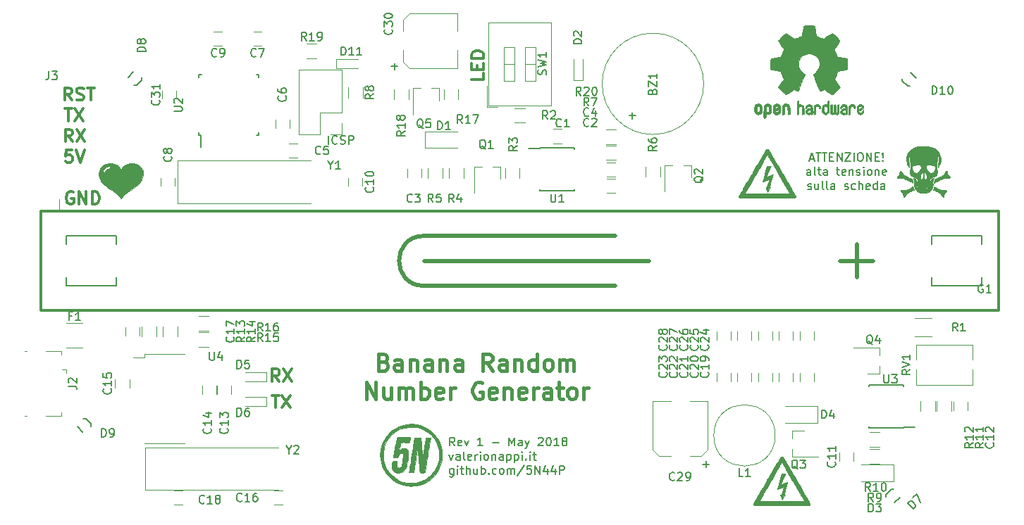
<source format=gto>
G04 #@! TF.GenerationSoftware,KiCad,Pcbnew,(2017-07-16 revision e797af331)-makepkg*
G04 #@! TF.CreationDate,2018-05-04T01:25:42+02:00*
G04 #@! TF.ProjectId,BRNG,42524E472E6B696361645F7063620000,First release*
G04 #@! TF.SameCoordinates,Original
G04 #@! TF.FileFunction,Legend,Top*
G04 #@! TF.FilePolarity,Positive*
%FSLAX46Y46*%
G04 Gerber Fmt 4.6, Leading zero omitted, Abs format (unit mm)*
G04 Created by KiCad (PCBNEW (2017-07-16 revision e797af331)-makepkg) date 05/04/18 01:25:42*
%MOMM*%
%LPD*%
G01*
G04 APERTURE LIST*
%ADD10C,0.200000*%
%ADD11C,0.300000*%
%ADD12C,0.400000*%
%ADD13C,0.010000*%
%ADD14C,0.120000*%
%ADD15C,0.150000*%
%ADD16C,0.500000*%
G04 APERTURE END LIST*
D10*
X182321428Y-74216666D02*
X182797619Y-74216666D01*
X182226190Y-74502380D02*
X182559523Y-73502380D01*
X182892857Y-74502380D01*
X183083333Y-73502380D02*
X183654761Y-73502380D01*
X183369047Y-74502380D02*
X183369047Y-73502380D01*
X183845238Y-73502380D02*
X184416666Y-73502380D01*
X184130952Y-74502380D02*
X184130952Y-73502380D01*
X184750000Y-73978571D02*
X185083333Y-73978571D01*
X185226190Y-74502380D02*
X184750000Y-74502380D01*
X184750000Y-73502380D01*
X185226190Y-73502380D01*
X185654761Y-74502380D02*
X185654761Y-73502380D01*
X186226190Y-74502380D01*
X186226190Y-73502380D01*
X186607142Y-73502380D02*
X187273809Y-73502380D01*
X186607142Y-74502380D01*
X187273809Y-74502380D01*
X187654761Y-74502380D02*
X187654761Y-73502380D01*
X188321428Y-73502380D02*
X188511904Y-73502380D01*
X188607142Y-73550000D01*
X188702380Y-73645238D01*
X188750000Y-73835714D01*
X188750000Y-74169047D01*
X188702380Y-74359523D01*
X188607142Y-74454761D01*
X188511904Y-74502380D01*
X188321428Y-74502380D01*
X188226190Y-74454761D01*
X188130952Y-74359523D01*
X188083333Y-74169047D01*
X188083333Y-73835714D01*
X188130952Y-73645238D01*
X188226190Y-73550000D01*
X188321428Y-73502380D01*
X189178571Y-74502380D02*
X189178571Y-73502380D01*
X189750000Y-74502380D01*
X189750000Y-73502380D01*
X190226190Y-73978571D02*
X190559523Y-73978571D01*
X190702380Y-74502380D02*
X190226190Y-74502380D01*
X190226190Y-73502380D01*
X190702380Y-73502380D01*
X191130952Y-74407142D02*
X191178571Y-74454761D01*
X191130952Y-74502380D01*
X191083333Y-74454761D01*
X191130952Y-74407142D01*
X191130952Y-74502380D01*
X191130952Y-74121428D02*
X191083333Y-73550000D01*
X191130952Y-73502380D01*
X191178571Y-73550000D01*
X191130952Y-74121428D01*
X191130952Y-73502380D01*
X182440476Y-76202380D02*
X182440476Y-75678571D01*
X182392857Y-75583333D01*
X182297619Y-75535714D01*
X182107142Y-75535714D01*
X182011904Y-75583333D01*
X182440476Y-76154761D02*
X182345238Y-76202380D01*
X182107142Y-76202380D01*
X182011904Y-76154761D01*
X181964285Y-76059523D01*
X181964285Y-75964285D01*
X182011904Y-75869047D01*
X182107142Y-75821428D01*
X182345238Y-75821428D01*
X182440476Y-75773809D01*
X183059523Y-76202380D02*
X182964285Y-76154761D01*
X182916666Y-76059523D01*
X182916666Y-75202380D01*
X183297619Y-75535714D02*
X183678571Y-75535714D01*
X183440476Y-75202380D02*
X183440476Y-76059523D01*
X183488095Y-76154761D01*
X183583333Y-76202380D01*
X183678571Y-76202380D01*
X184440476Y-76202380D02*
X184440476Y-75678571D01*
X184392857Y-75583333D01*
X184297619Y-75535714D01*
X184107142Y-75535714D01*
X184011904Y-75583333D01*
X184440476Y-76154761D02*
X184345238Y-76202380D01*
X184107142Y-76202380D01*
X184011904Y-76154761D01*
X183964285Y-76059523D01*
X183964285Y-75964285D01*
X184011904Y-75869047D01*
X184107142Y-75821428D01*
X184345238Y-75821428D01*
X184440476Y-75773809D01*
X185535714Y-75535714D02*
X185916666Y-75535714D01*
X185678571Y-75202380D02*
X185678571Y-76059523D01*
X185726190Y-76154761D01*
X185821428Y-76202380D01*
X185916666Y-76202380D01*
X186630952Y-76154761D02*
X186535714Y-76202380D01*
X186345238Y-76202380D01*
X186250000Y-76154761D01*
X186202380Y-76059523D01*
X186202380Y-75678571D01*
X186250000Y-75583333D01*
X186345238Y-75535714D01*
X186535714Y-75535714D01*
X186630952Y-75583333D01*
X186678571Y-75678571D01*
X186678571Y-75773809D01*
X186202380Y-75869047D01*
X187107142Y-75535714D02*
X187107142Y-76202380D01*
X187107142Y-75630952D02*
X187154761Y-75583333D01*
X187250000Y-75535714D01*
X187392857Y-75535714D01*
X187488095Y-75583333D01*
X187535714Y-75678571D01*
X187535714Y-76202380D01*
X187964285Y-76154761D02*
X188059523Y-76202380D01*
X188250000Y-76202380D01*
X188345238Y-76154761D01*
X188392857Y-76059523D01*
X188392857Y-76011904D01*
X188345238Y-75916666D01*
X188250000Y-75869047D01*
X188107142Y-75869047D01*
X188011904Y-75821428D01*
X187964285Y-75726190D01*
X187964285Y-75678571D01*
X188011904Y-75583333D01*
X188107142Y-75535714D01*
X188250000Y-75535714D01*
X188345238Y-75583333D01*
X188821428Y-76202380D02*
X188821428Y-75535714D01*
X188821428Y-75202380D02*
X188773809Y-75250000D01*
X188821428Y-75297619D01*
X188869047Y-75250000D01*
X188821428Y-75202380D01*
X188821428Y-75297619D01*
X189440476Y-76202380D02*
X189345238Y-76154761D01*
X189297619Y-76107142D01*
X189250000Y-76011904D01*
X189250000Y-75726190D01*
X189297619Y-75630952D01*
X189345238Y-75583333D01*
X189440476Y-75535714D01*
X189583333Y-75535714D01*
X189678571Y-75583333D01*
X189726190Y-75630952D01*
X189773809Y-75726190D01*
X189773809Y-76011904D01*
X189726190Y-76107142D01*
X189678571Y-76154761D01*
X189583333Y-76202380D01*
X189440476Y-76202380D01*
X190202380Y-75535714D02*
X190202380Y-76202380D01*
X190202380Y-75630952D02*
X190250000Y-75583333D01*
X190345238Y-75535714D01*
X190488095Y-75535714D01*
X190583333Y-75583333D01*
X190630952Y-75678571D01*
X190630952Y-76202380D01*
X191488095Y-76154761D02*
X191392857Y-76202380D01*
X191202380Y-76202380D01*
X191107142Y-76154761D01*
X191059523Y-76059523D01*
X191059523Y-75678571D01*
X191107142Y-75583333D01*
X191202380Y-75535714D01*
X191392857Y-75535714D01*
X191488095Y-75583333D01*
X191535714Y-75678571D01*
X191535714Y-75773809D01*
X191059523Y-75869047D01*
X182107142Y-77854761D02*
X182202380Y-77902380D01*
X182392857Y-77902380D01*
X182488095Y-77854761D01*
X182535714Y-77759523D01*
X182535714Y-77711904D01*
X182488095Y-77616666D01*
X182392857Y-77569047D01*
X182250000Y-77569047D01*
X182154761Y-77521428D01*
X182107142Y-77426190D01*
X182107142Y-77378571D01*
X182154761Y-77283333D01*
X182250000Y-77235714D01*
X182392857Y-77235714D01*
X182488095Y-77283333D01*
X183392857Y-77235714D02*
X183392857Y-77902380D01*
X182964285Y-77235714D02*
X182964285Y-77759523D01*
X183011904Y-77854761D01*
X183107142Y-77902380D01*
X183250000Y-77902380D01*
X183345238Y-77854761D01*
X183392857Y-77807142D01*
X184011904Y-77902380D02*
X183916666Y-77854761D01*
X183869047Y-77759523D01*
X183869047Y-76902380D01*
X184535714Y-77902380D02*
X184440476Y-77854761D01*
X184392857Y-77759523D01*
X184392857Y-76902380D01*
X185345238Y-77902380D02*
X185345238Y-77378571D01*
X185297619Y-77283333D01*
X185202380Y-77235714D01*
X185011904Y-77235714D01*
X184916666Y-77283333D01*
X185345238Y-77854761D02*
X185250000Y-77902380D01*
X185011904Y-77902380D01*
X184916666Y-77854761D01*
X184869047Y-77759523D01*
X184869047Y-77664285D01*
X184916666Y-77569047D01*
X185011904Y-77521428D01*
X185250000Y-77521428D01*
X185345238Y-77473809D01*
X186535714Y-77854761D02*
X186630952Y-77902380D01*
X186821428Y-77902380D01*
X186916666Y-77854761D01*
X186964285Y-77759523D01*
X186964285Y-77711904D01*
X186916666Y-77616666D01*
X186821428Y-77569047D01*
X186678571Y-77569047D01*
X186583333Y-77521428D01*
X186535714Y-77426190D01*
X186535714Y-77378571D01*
X186583333Y-77283333D01*
X186678571Y-77235714D01*
X186821428Y-77235714D01*
X186916666Y-77283333D01*
X187821428Y-77854761D02*
X187726190Y-77902380D01*
X187535714Y-77902380D01*
X187440476Y-77854761D01*
X187392857Y-77807142D01*
X187345238Y-77711904D01*
X187345238Y-77426190D01*
X187392857Y-77330952D01*
X187440476Y-77283333D01*
X187535714Y-77235714D01*
X187726190Y-77235714D01*
X187821428Y-77283333D01*
X188250000Y-77902380D02*
X188250000Y-76902380D01*
X188678571Y-77902380D02*
X188678571Y-77378571D01*
X188630952Y-77283333D01*
X188535714Y-77235714D01*
X188392857Y-77235714D01*
X188297619Y-77283333D01*
X188250000Y-77330952D01*
X189535714Y-77854761D02*
X189440476Y-77902380D01*
X189250000Y-77902380D01*
X189154761Y-77854761D01*
X189107142Y-77759523D01*
X189107142Y-77378571D01*
X189154761Y-77283333D01*
X189250000Y-77235714D01*
X189440476Y-77235714D01*
X189535714Y-77283333D01*
X189583333Y-77378571D01*
X189583333Y-77473809D01*
X189107142Y-77569047D01*
X190440476Y-77902380D02*
X190440476Y-76902380D01*
X190440476Y-77854761D02*
X190345238Y-77902380D01*
X190154761Y-77902380D01*
X190059523Y-77854761D01*
X190011904Y-77807142D01*
X189964285Y-77711904D01*
X189964285Y-77426190D01*
X190011904Y-77330952D01*
X190059523Y-77283333D01*
X190154761Y-77235714D01*
X190345238Y-77235714D01*
X190440476Y-77283333D01*
X191345238Y-77902380D02*
X191345238Y-77378571D01*
X191297619Y-77283333D01*
X191202380Y-77235714D01*
X191011904Y-77235714D01*
X190916666Y-77283333D01*
X191345238Y-77854761D02*
X191250000Y-77902380D01*
X191011904Y-77902380D01*
X190916666Y-77854761D01*
X190869047Y-77759523D01*
X190869047Y-77664285D01*
X190916666Y-77569047D01*
X191011904Y-77521428D01*
X191250000Y-77521428D01*
X191345238Y-77473809D01*
D11*
X143178571Y-63964285D02*
X143178571Y-64678571D01*
X141678571Y-64678571D01*
X142392857Y-63464285D02*
X142392857Y-62964285D01*
X143178571Y-62750000D02*
X143178571Y-63464285D01*
X141678571Y-63464285D01*
X141678571Y-62750000D01*
X143178571Y-62107142D02*
X141678571Y-62107142D01*
X141678571Y-61750000D01*
X141750000Y-61535714D01*
X141892857Y-61392857D01*
X142035714Y-61321428D01*
X142321428Y-61250000D01*
X142535714Y-61250000D01*
X142821428Y-61321428D01*
X142964285Y-61392857D01*
X143107142Y-61535714D01*
X143178571Y-61750000D01*
X143178571Y-62107142D01*
D12*
X131154761Y-98657142D02*
X131440476Y-98752380D01*
X131535714Y-98847619D01*
X131630952Y-99038095D01*
X131630952Y-99323809D01*
X131535714Y-99514285D01*
X131440476Y-99609523D01*
X131250000Y-99704761D01*
X130488095Y-99704761D01*
X130488095Y-97704761D01*
X131154761Y-97704761D01*
X131345238Y-97800000D01*
X131440476Y-97895238D01*
X131535714Y-98085714D01*
X131535714Y-98276190D01*
X131440476Y-98466666D01*
X131345238Y-98561904D01*
X131154761Y-98657142D01*
X130488095Y-98657142D01*
X133345238Y-99704761D02*
X133345238Y-98657142D01*
X133250000Y-98466666D01*
X133059523Y-98371428D01*
X132678571Y-98371428D01*
X132488095Y-98466666D01*
X133345238Y-99609523D02*
X133154761Y-99704761D01*
X132678571Y-99704761D01*
X132488095Y-99609523D01*
X132392857Y-99419047D01*
X132392857Y-99228571D01*
X132488095Y-99038095D01*
X132678571Y-98942857D01*
X133154761Y-98942857D01*
X133345238Y-98847619D01*
X134297619Y-98371428D02*
X134297619Y-99704761D01*
X134297619Y-98561904D02*
X134392857Y-98466666D01*
X134583333Y-98371428D01*
X134869047Y-98371428D01*
X135059523Y-98466666D01*
X135154761Y-98657142D01*
X135154761Y-99704761D01*
X136964285Y-99704761D02*
X136964285Y-98657142D01*
X136869047Y-98466666D01*
X136678571Y-98371428D01*
X136297619Y-98371428D01*
X136107142Y-98466666D01*
X136964285Y-99609523D02*
X136773809Y-99704761D01*
X136297619Y-99704761D01*
X136107142Y-99609523D01*
X136011904Y-99419047D01*
X136011904Y-99228571D01*
X136107142Y-99038095D01*
X136297619Y-98942857D01*
X136773809Y-98942857D01*
X136964285Y-98847619D01*
X137916666Y-98371428D02*
X137916666Y-99704761D01*
X137916666Y-98561904D02*
X138011904Y-98466666D01*
X138202380Y-98371428D01*
X138488095Y-98371428D01*
X138678571Y-98466666D01*
X138773809Y-98657142D01*
X138773809Y-99704761D01*
X140583333Y-99704761D02*
X140583333Y-98657142D01*
X140488095Y-98466666D01*
X140297619Y-98371428D01*
X139916666Y-98371428D01*
X139726190Y-98466666D01*
X140583333Y-99609523D02*
X140392857Y-99704761D01*
X139916666Y-99704761D01*
X139726190Y-99609523D01*
X139630952Y-99419047D01*
X139630952Y-99228571D01*
X139726190Y-99038095D01*
X139916666Y-98942857D01*
X140392857Y-98942857D01*
X140583333Y-98847619D01*
X144202380Y-99704761D02*
X143535714Y-98752380D01*
X143059523Y-99704761D02*
X143059523Y-97704761D01*
X143821428Y-97704761D01*
X144011904Y-97800000D01*
X144107142Y-97895238D01*
X144202380Y-98085714D01*
X144202380Y-98371428D01*
X144107142Y-98561904D01*
X144011904Y-98657142D01*
X143821428Y-98752380D01*
X143059523Y-98752380D01*
X145916666Y-99704761D02*
X145916666Y-98657142D01*
X145821428Y-98466666D01*
X145630952Y-98371428D01*
X145250000Y-98371428D01*
X145059523Y-98466666D01*
X145916666Y-99609523D02*
X145726190Y-99704761D01*
X145250000Y-99704761D01*
X145059523Y-99609523D01*
X144964285Y-99419047D01*
X144964285Y-99228571D01*
X145059523Y-99038095D01*
X145250000Y-98942857D01*
X145726190Y-98942857D01*
X145916666Y-98847619D01*
X146869047Y-98371428D02*
X146869047Y-99704761D01*
X146869047Y-98561904D02*
X146964285Y-98466666D01*
X147154761Y-98371428D01*
X147440476Y-98371428D01*
X147630952Y-98466666D01*
X147726190Y-98657142D01*
X147726190Y-99704761D01*
X149535714Y-99704761D02*
X149535714Y-97704761D01*
X149535714Y-99609523D02*
X149345238Y-99704761D01*
X148964285Y-99704761D01*
X148773809Y-99609523D01*
X148678571Y-99514285D01*
X148583333Y-99323809D01*
X148583333Y-98752380D01*
X148678571Y-98561904D01*
X148773809Y-98466666D01*
X148964285Y-98371428D01*
X149345238Y-98371428D01*
X149535714Y-98466666D01*
X150773809Y-99704761D02*
X150583333Y-99609523D01*
X150488095Y-99514285D01*
X150392857Y-99323809D01*
X150392857Y-98752380D01*
X150488095Y-98561904D01*
X150583333Y-98466666D01*
X150773809Y-98371428D01*
X151059523Y-98371428D01*
X151250000Y-98466666D01*
X151345238Y-98561904D01*
X151440476Y-98752380D01*
X151440476Y-99323809D01*
X151345238Y-99514285D01*
X151250000Y-99609523D01*
X151059523Y-99704761D01*
X150773809Y-99704761D01*
X152297619Y-99704761D02*
X152297619Y-98371428D01*
X152297619Y-98561904D02*
X152392857Y-98466666D01*
X152583333Y-98371428D01*
X152869047Y-98371428D01*
X153059523Y-98466666D01*
X153154761Y-98657142D01*
X153154761Y-99704761D01*
X153154761Y-98657142D02*
X153250000Y-98466666D01*
X153440476Y-98371428D01*
X153726190Y-98371428D01*
X153916666Y-98466666D01*
X154011904Y-98657142D01*
X154011904Y-99704761D01*
X129059523Y-103104761D02*
X129059523Y-101104761D01*
X130202380Y-103104761D01*
X130202380Y-101104761D01*
X132011904Y-101771428D02*
X132011904Y-103104761D01*
X131154761Y-101771428D02*
X131154761Y-102819047D01*
X131250000Y-103009523D01*
X131440476Y-103104761D01*
X131726190Y-103104761D01*
X131916666Y-103009523D01*
X132011904Y-102914285D01*
X132964285Y-103104761D02*
X132964285Y-101771428D01*
X132964285Y-101961904D02*
X133059523Y-101866666D01*
X133250000Y-101771428D01*
X133535714Y-101771428D01*
X133726190Y-101866666D01*
X133821428Y-102057142D01*
X133821428Y-103104761D01*
X133821428Y-102057142D02*
X133916666Y-101866666D01*
X134107142Y-101771428D01*
X134392857Y-101771428D01*
X134583333Y-101866666D01*
X134678571Y-102057142D01*
X134678571Y-103104761D01*
X135630952Y-103104761D02*
X135630952Y-101104761D01*
X135630952Y-101866666D02*
X135821428Y-101771428D01*
X136202380Y-101771428D01*
X136392857Y-101866666D01*
X136488095Y-101961904D01*
X136583333Y-102152380D01*
X136583333Y-102723809D01*
X136488095Y-102914285D01*
X136392857Y-103009523D01*
X136202380Y-103104761D01*
X135821428Y-103104761D01*
X135630952Y-103009523D01*
X138202380Y-103009523D02*
X138011904Y-103104761D01*
X137630952Y-103104761D01*
X137440476Y-103009523D01*
X137345238Y-102819047D01*
X137345238Y-102057142D01*
X137440476Y-101866666D01*
X137630952Y-101771428D01*
X138011904Y-101771428D01*
X138202380Y-101866666D01*
X138297619Y-102057142D01*
X138297619Y-102247619D01*
X137345238Y-102438095D01*
X139154761Y-103104761D02*
X139154761Y-101771428D01*
X139154761Y-102152380D02*
X139250000Y-101961904D01*
X139345238Y-101866666D01*
X139535714Y-101771428D01*
X139726190Y-101771428D01*
X142964285Y-101200000D02*
X142773809Y-101104761D01*
X142488095Y-101104761D01*
X142202380Y-101200000D01*
X142011904Y-101390476D01*
X141916666Y-101580952D01*
X141821428Y-101961904D01*
X141821428Y-102247619D01*
X141916666Y-102628571D01*
X142011904Y-102819047D01*
X142202380Y-103009523D01*
X142488095Y-103104761D01*
X142678571Y-103104761D01*
X142964285Y-103009523D01*
X143059523Y-102914285D01*
X143059523Y-102247619D01*
X142678571Y-102247619D01*
X144678571Y-103009523D02*
X144488095Y-103104761D01*
X144107142Y-103104761D01*
X143916666Y-103009523D01*
X143821428Y-102819047D01*
X143821428Y-102057142D01*
X143916666Y-101866666D01*
X144107142Y-101771428D01*
X144488095Y-101771428D01*
X144678571Y-101866666D01*
X144773809Y-102057142D01*
X144773809Y-102247619D01*
X143821428Y-102438095D01*
X145630952Y-101771428D02*
X145630952Y-103104761D01*
X145630952Y-101961904D02*
X145726190Y-101866666D01*
X145916666Y-101771428D01*
X146202380Y-101771428D01*
X146392857Y-101866666D01*
X146488095Y-102057142D01*
X146488095Y-103104761D01*
X148202380Y-103009523D02*
X148011904Y-103104761D01*
X147630952Y-103104761D01*
X147440476Y-103009523D01*
X147345238Y-102819047D01*
X147345238Y-102057142D01*
X147440476Y-101866666D01*
X147630952Y-101771428D01*
X148011904Y-101771428D01*
X148202380Y-101866666D01*
X148297619Y-102057142D01*
X148297619Y-102247619D01*
X147345238Y-102438095D01*
X149154761Y-103104761D02*
X149154761Y-101771428D01*
X149154761Y-102152380D02*
X149250000Y-101961904D01*
X149345238Y-101866666D01*
X149535714Y-101771428D01*
X149726190Y-101771428D01*
X151250000Y-103104761D02*
X151250000Y-102057142D01*
X151154761Y-101866666D01*
X150964285Y-101771428D01*
X150583333Y-101771428D01*
X150392857Y-101866666D01*
X151250000Y-103009523D02*
X151059523Y-103104761D01*
X150583333Y-103104761D01*
X150392857Y-103009523D01*
X150297619Y-102819047D01*
X150297619Y-102628571D01*
X150392857Y-102438095D01*
X150583333Y-102342857D01*
X151059523Y-102342857D01*
X151250000Y-102247619D01*
X151916666Y-101771428D02*
X152678571Y-101771428D01*
X152202380Y-101104761D02*
X152202380Y-102819047D01*
X152297619Y-103009523D01*
X152488095Y-103104761D01*
X152678571Y-103104761D01*
X153630952Y-103104761D02*
X153440476Y-103009523D01*
X153345238Y-102914285D01*
X153250000Y-102723809D01*
X153250000Y-102152380D01*
X153345238Y-101961904D01*
X153440476Y-101866666D01*
X153630952Y-101771428D01*
X153916666Y-101771428D01*
X154107142Y-101866666D01*
X154202380Y-101961904D01*
X154297619Y-102152380D01*
X154297619Y-102723809D01*
X154202380Y-102914285D01*
X154107142Y-103009523D01*
X153916666Y-103104761D01*
X153630952Y-103104761D01*
X155154761Y-103104761D02*
X155154761Y-101771428D01*
X155154761Y-102152380D02*
X155250000Y-101961904D01*
X155345238Y-101866666D01*
X155535714Y-101771428D01*
X155726190Y-101771428D01*
D10*
X139689523Y-108752380D02*
X139356190Y-108276190D01*
X139118095Y-108752380D02*
X139118095Y-107752380D01*
X139499047Y-107752380D01*
X139594285Y-107800000D01*
X139641904Y-107847619D01*
X139689523Y-107942857D01*
X139689523Y-108085714D01*
X139641904Y-108180952D01*
X139594285Y-108228571D01*
X139499047Y-108276190D01*
X139118095Y-108276190D01*
X140499047Y-108704761D02*
X140403809Y-108752380D01*
X140213333Y-108752380D01*
X140118095Y-108704761D01*
X140070476Y-108609523D01*
X140070476Y-108228571D01*
X140118095Y-108133333D01*
X140213333Y-108085714D01*
X140403809Y-108085714D01*
X140499047Y-108133333D01*
X140546666Y-108228571D01*
X140546666Y-108323809D01*
X140070476Y-108419047D01*
X140880000Y-108085714D02*
X141118095Y-108752380D01*
X141356190Y-108085714D01*
X143022857Y-108752380D02*
X142451428Y-108752380D01*
X142737142Y-108752380D02*
X142737142Y-107752380D01*
X142641904Y-107895238D01*
X142546666Y-107990476D01*
X142451428Y-108038095D01*
X144213333Y-108371428D02*
X144975238Y-108371428D01*
X146213333Y-108752380D02*
X146213333Y-107752380D01*
X146546666Y-108466666D01*
X146880000Y-107752380D01*
X146880000Y-108752380D01*
X147784761Y-108752380D02*
X147784761Y-108228571D01*
X147737142Y-108133333D01*
X147641904Y-108085714D01*
X147451428Y-108085714D01*
X147356190Y-108133333D01*
X147784761Y-108704761D02*
X147689523Y-108752380D01*
X147451428Y-108752380D01*
X147356190Y-108704761D01*
X147308571Y-108609523D01*
X147308571Y-108514285D01*
X147356190Y-108419047D01*
X147451428Y-108371428D01*
X147689523Y-108371428D01*
X147784761Y-108323809D01*
X148165714Y-108085714D02*
X148403809Y-108752380D01*
X148641904Y-108085714D02*
X148403809Y-108752380D01*
X148308571Y-108990476D01*
X148260952Y-109038095D01*
X148165714Y-109085714D01*
X149737142Y-107847619D02*
X149784761Y-107800000D01*
X149880000Y-107752380D01*
X150118095Y-107752380D01*
X150213333Y-107800000D01*
X150260952Y-107847619D01*
X150308571Y-107942857D01*
X150308571Y-108038095D01*
X150260952Y-108180952D01*
X149689523Y-108752380D01*
X150308571Y-108752380D01*
X150927619Y-107752380D02*
X151022857Y-107752380D01*
X151118095Y-107800000D01*
X151165714Y-107847619D01*
X151213333Y-107942857D01*
X151260952Y-108133333D01*
X151260952Y-108371428D01*
X151213333Y-108561904D01*
X151165714Y-108657142D01*
X151118095Y-108704761D01*
X151022857Y-108752380D01*
X150927619Y-108752380D01*
X150832380Y-108704761D01*
X150784761Y-108657142D01*
X150737142Y-108561904D01*
X150689523Y-108371428D01*
X150689523Y-108133333D01*
X150737142Y-107942857D01*
X150784761Y-107847619D01*
X150832380Y-107800000D01*
X150927619Y-107752380D01*
X152213333Y-108752380D02*
X151641904Y-108752380D01*
X151927619Y-108752380D02*
X151927619Y-107752380D01*
X151832380Y-107895238D01*
X151737142Y-107990476D01*
X151641904Y-108038095D01*
X152784761Y-108180952D02*
X152689523Y-108133333D01*
X152641904Y-108085714D01*
X152594285Y-107990476D01*
X152594285Y-107942857D01*
X152641904Y-107847619D01*
X152689523Y-107800000D01*
X152784761Y-107752380D01*
X152975238Y-107752380D01*
X153070476Y-107800000D01*
X153118095Y-107847619D01*
X153165714Y-107942857D01*
X153165714Y-107990476D01*
X153118095Y-108085714D01*
X153070476Y-108133333D01*
X152975238Y-108180952D01*
X152784761Y-108180952D01*
X152689523Y-108228571D01*
X152641904Y-108276190D01*
X152594285Y-108371428D01*
X152594285Y-108561904D01*
X152641904Y-108657142D01*
X152689523Y-108704761D01*
X152784761Y-108752380D01*
X152975238Y-108752380D01*
X153070476Y-108704761D01*
X153118095Y-108657142D01*
X153165714Y-108561904D01*
X153165714Y-108371428D01*
X153118095Y-108276190D01*
X153070476Y-108228571D01*
X152975238Y-108180952D01*
X139022857Y-109785714D02*
X139260952Y-110452380D01*
X139499047Y-109785714D01*
X140308571Y-110452380D02*
X140308571Y-109928571D01*
X140260952Y-109833333D01*
X140165714Y-109785714D01*
X139975238Y-109785714D01*
X139880000Y-109833333D01*
X140308571Y-110404761D02*
X140213333Y-110452380D01*
X139975238Y-110452380D01*
X139880000Y-110404761D01*
X139832380Y-110309523D01*
X139832380Y-110214285D01*
X139880000Y-110119047D01*
X139975238Y-110071428D01*
X140213333Y-110071428D01*
X140308571Y-110023809D01*
X140927619Y-110452380D02*
X140832380Y-110404761D01*
X140784761Y-110309523D01*
X140784761Y-109452380D01*
X141689523Y-110404761D02*
X141594285Y-110452380D01*
X141403809Y-110452380D01*
X141308571Y-110404761D01*
X141260952Y-110309523D01*
X141260952Y-109928571D01*
X141308571Y-109833333D01*
X141403809Y-109785714D01*
X141594285Y-109785714D01*
X141689523Y-109833333D01*
X141737142Y-109928571D01*
X141737142Y-110023809D01*
X141260952Y-110119047D01*
X142165714Y-110452380D02*
X142165714Y-109785714D01*
X142165714Y-109976190D02*
X142213333Y-109880952D01*
X142260952Y-109833333D01*
X142356190Y-109785714D01*
X142451428Y-109785714D01*
X142784761Y-110452380D02*
X142784761Y-109785714D01*
X142784761Y-109452380D02*
X142737142Y-109500000D01*
X142784761Y-109547619D01*
X142832380Y-109500000D01*
X142784761Y-109452380D01*
X142784761Y-109547619D01*
X143403809Y-110452380D02*
X143308571Y-110404761D01*
X143260952Y-110357142D01*
X143213333Y-110261904D01*
X143213333Y-109976190D01*
X143260952Y-109880952D01*
X143308571Y-109833333D01*
X143403809Y-109785714D01*
X143546666Y-109785714D01*
X143641904Y-109833333D01*
X143689523Y-109880952D01*
X143737142Y-109976190D01*
X143737142Y-110261904D01*
X143689523Y-110357142D01*
X143641904Y-110404761D01*
X143546666Y-110452380D01*
X143403809Y-110452380D01*
X144165714Y-109785714D02*
X144165714Y-110452380D01*
X144165714Y-109880952D02*
X144213333Y-109833333D01*
X144308571Y-109785714D01*
X144451428Y-109785714D01*
X144546666Y-109833333D01*
X144594285Y-109928571D01*
X144594285Y-110452380D01*
X145499047Y-110452380D02*
X145499047Y-109928571D01*
X145451428Y-109833333D01*
X145356190Y-109785714D01*
X145165714Y-109785714D01*
X145070476Y-109833333D01*
X145499047Y-110404761D02*
X145403809Y-110452380D01*
X145165714Y-110452380D01*
X145070476Y-110404761D01*
X145022857Y-110309523D01*
X145022857Y-110214285D01*
X145070476Y-110119047D01*
X145165714Y-110071428D01*
X145403809Y-110071428D01*
X145499047Y-110023809D01*
X145975238Y-109785714D02*
X145975238Y-110785714D01*
X145975238Y-109833333D02*
X146070476Y-109785714D01*
X146260952Y-109785714D01*
X146356190Y-109833333D01*
X146403809Y-109880952D01*
X146451428Y-109976190D01*
X146451428Y-110261904D01*
X146403809Y-110357142D01*
X146356190Y-110404761D01*
X146260952Y-110452380D01*
X146070476Y-110452380D01*
X145975238Y-110404761D01*
X146880000Y-109785714D02*
X146880000Y-110785714D01*
X146880000Y-109833333D02*
X146975238Y-109785714D01*
X147165714Y-109785714D01*
X147260952Y-109833333D01*
X147308571Y-109880952D01*
X147356190Y-109976190D01*
X147356190Y-110261904D01*
X147308571Y-110357142D01*
X147260952Y-110404761D01*
X147165714Y-110452380D01*
X146975238Y-110452380D01*
X146880000Y-110404761D01*
X147784761Y-110452380D02*
X147784761Y-109785714D01*
X147784761Y-109452380D02*
X147737142Y-109500000D01*
X147784761Y-109547619D01*
X147832380Y-109500000D01*
X147784761Y-109452380D01*
X147784761Y-109547619D01*
X148260952Y-110357142D02*
X148308571Y-110404761D01*
X148260952Y-110452380D01*
X148213333Y-110404761D01*
X148260952Y-110357142D01*
X148260952Y-110452380D01*
X148737142Y-110452380D02*
X148737142Y-109785714D01*
X148737142Y-109452380D02*
X148689523Y-109500000D01*
X148737142Y-109547619D01*
X148784761Y-109500000D01*
X148737142Y-109452380D01*
X148737142Y-109547619D01*
X149070476Y-109785714D02*
X149451428Y-109785714D01*
X149213333Y-109452380D02*
X149213333Y-110309523D01*
X149260952Y-110404761D01*
X149356190Y-110452380D01*
X149451428Y-110452380D01*
X139546666Y-111485714D02*
X139546666Y-112295238D01*
X139499047Y-112390476D01*
X139451428Y-112438095D01*
X139356190Y-112485714D01*
X139213333Y-112485714D01*
X139118095Y-112438095D01*
X139546666Y-112104761D02*
X139451428Y-112152380D01*
X139260952Y-112152380D01*
X139165714Y-112104761D01*
X139118095Y-112057142D01*
X139070476Y-111961904D01*
X139070476Y-111676190D01*
X139118095Y-111580952D01*
X139165714Y-111533333D01*
X139260952Y-111485714D01*
X139451428Y-111485714D01*
X139546666Y-111533333D01*
X140022857Y-112152380D02*
X140022857Y-111485714D01*
X140022857Y-111152380D02*
X139975238Y-111200000D01*
X140022857Y-111247619D01*
X140070476Y-111200000D01*
X140022857Y-111152380D01*
X140022857Y-111247619D01*
X140356190Y-111485714D02*
X140737142Y-111485714D01*
X140499047Y-111152380D02*
X140499047Y-112009523D01*
X140546666Y-112104761D01*
X140641904Y-112152380D01*
X140737142Y-112152380D01*
X141070476Y-112152380D02*
X141070476Y-111152380D01*
X141499047Y-112152380D02*
X141499047Y-111628571D01*
X141451428Y-111533333D01*
X141356190Y-111485714D01*
X141213333Y-111485714D01*
X141118095Y-111533333D01*
X141070476Y-111580952D01*
X142403809Y-111485714D02*
X142403809Y-112152380D01*
X141975238Y-111485714D02*
X141975238Y-112009523D01*
X142022857Y-112104761D01*
X142118095Y-112152380D01*
X142260952Y-112152380D01*
X142356190Y-112104761D01*
X142403809Y-112057142D01*
X142880000Y-112152380D02*
X142880000Y-111152380D01*
X142880000Y-111533333D02*
X142975238Y-111485714D01*
X143165714Y-111485714D01*
X143260952Y-111533333D01*
X143308571Y-111580952D01*
X143356190Y-111676190D01*
X143356190Y-111961904D01*
X143308571Y-112057142D01*
X143260952Y-112104761D01*
X143165714Y-112152380D01*
X142975238Y-112152380D01*
X142880000Y-112104761D01*
X143784761Y-112057142D02*
X143832380Y-112104761D01*
X143784761Y-112152380D01*
X143737142Y-112104761D01*
X143784761Y-112057142D01*
X143784761Y-112152380D01*
X144689523Y-112104761D02*
X144594285Y-112152380D01*
X144403809Y-112152380D01*
X144308571Y-112104761D01*
X144260952Y-112057142D01*
X144213333Y-111961904D01*
X144213333Y-111676190D01*
X144260952Y-111580952D01*
X144308571Y-111533333D01*
X144403809Y-111485714D01*
X144594285Y-111485714D01*
X144689523Y-111533333D01*
X145260952Y-112152380D02*
X145165714Y-112104761D01*
X145118095Y-112057142D01*
X145070476Y-111961904D01*
X145070476Y-111676190D01*
X145118095Y-111580952D01*
X145165714Y-111533333D01*
X145260952Y-111485714D01*
X145403809Y-111485714D01*
X145499047Y-111533333D01*
X145546666Y-111580952D01*
X145594285Y-111676190D01*
X145594285Y-111961904D01*
X145546666Y-112057142D01*
X145499047Y-112104761D01*
X145403809Y-112152380D01*
X145260952Y-112152380D01*
X146022857Y-112152380D02*
X146022857Y-111485714D01*
X146022857Y-111580952D02*
X146070476Y-111533333D01*
X146165714Y-111485714D01*
X146308571Y-111485714D01*
X146403809Y-111533333D01*
X146451428Y-111628571D01*
X146451428Y-112152380D01*
X146451428Y-111628571D02*
X146499047Y-111533333D01*
X146594285Y-111485714D01*
X146737142Y-111485714D01*
X146832380Y-111533333D01*
X146880000Y-111628571D01*
X146880000Y-112152380D01*
X148070476Y-111104761D02*
X147213333Y-112390476D01*
X148880000Y-111152380D02*
X148403809Y-111152380D01*
X148356190Y-111628571D01*
X148403809Y-111580952D01*
X148499047Y-111533333D01*
X148737142Y-111533333D01*
X148832380Y-111580952D01*
X148880000Y-111628571D01*
X148927619Y-111723809D01*
X148927619Y-111961904D01*
X148880000Y-112057142D01*
X148832380Y-112104761D01*
X148737142Y-112152380D01*
X148499047Y-112152380D01*
X148403809Y-112104761D01*
X148356190Y-112057142D01*
X149356190Y-112152380D02*
X149356190Y-111152380D01*
X149927619Y-112152380D01*
X149927619Y-111152380D01*
X150832380Y-111485714D02*
X150832380Y-112152380D01*
X150594285Y-111104761D02*
X150356190Y-111819047D01*
X150975238Y-111819047D01*
X151784761Y-111485714D02*
X151784761Y-112152380D01*
X151546666Y-111104761D02*
X151308571Y-111819047D01*
X151927619Y-111819047D01*
X152308571Y-112152380D02*
X152308571Y-111152380D01*
X152689523Y-111152380D01*
X152784761Y-111200000D01*
X152832380Y-111247619D01*
X152880000Y-111342857D01*
X152880000Y-111485714D01*
X152832380Y-111580952D01*
X152784761Y-111628571D01*
X152689523Y-111676190D01*
X152308571Y-111676190D01*
D11*
X93678571Y-67178571D02*
X93178571Y-66464285D01*
X92821428Y-67178571D02*
X92821428Y-65678571D01*
X93392857Y-65678571D01*
X93535714Y-65750000D01*
X93607142Y-65821428D01*
X93678571Y-65964285D01*
X93678571Y-66178571D01*
X93607142Y-66321428D01*
X93535714Y-66392857D01*
X93392857Y-66464285D01*
X92821428Y-66464285D01*
X94250000Y-67107142D02*
X94464285Y-67178571D01*
X94821428Y-67178571D01*
X94964285Y-67107142D01*
X95035714Y-67035714D01*
X95107142Y-66892857D01*
X95107142Y-66750000D01*
X95035714Y-66607142D01*
X94964285Y-66535714D01*
X94821428Y-66464285D01*
X94535714Y-66392857D01*
X94392857Y-66321428D01*
X94321428Y-66250000D01*
X94250000Y-66107142D01*
X94250000Y-65964285D01*
X94321428Y-65821428D01*
X94392857Y-65750000D01*
X94535714Y-65678571D01*
X94892857Y-65678571D01*
X95107142Y-65750000D01*
X95535714Y-65678571D02*
X96392857Y-65678571D01*
X95964285Y-67178571D02*
X95964285Y-65678571D01*
X92857142Y-68178571D02*
X93714285Y-68178571D01*
X93285714Y-69678571D02*
X93285714Y-68178571D01*
X94071428Y-68178571D02*
X95071428Y-69678571D01*
X95071428Y-68178571D02*
X94071428Y-69678571D01*
X93750000Y-72178571D02*
X93250000Y-71464285D01*
X92892857Y-72178571D02*
X92892857Y-70678571D01*
X93464285Y-70678571D01*
X93607142Y-70750000D01*
X93678571Y-70821428D01*
X93750000Y-70964285D01*
X93750000Y-71178571D01*
X93678571Y-71321428D01*
X93607142Y-71392857D01*
X93464285Y-71464285D01*
X92892857Y-71464285D01*
X94250000Y-70678571D02*
X95250000Y-72178571D01*
X95250000Y-70678571D02*
X94250000Y-72178571D01*
X93714285Y-73178571D02*
X93000000Y-73178571D01*
X92928571Y-73892857D01*
X93000000Y-73821428D01*
X93142857Y-73750000D01*
X93500000Y-73750000D01*
X93642857Y-73821428D01*
X93714285Y-73892857D01*
X93785714Y-74035714D01*
X93785714Y-74392857D01*
X93714285Y-74535714D01*
X93642857Y-74607142D01*
X93500000Y-74678571D01*
X93142857Y-74678571D01*
X93000000Y-74607142D01*
X92928571Y-74535714D01*
X94214285Y-73178571D02*
X94714285Y-74678571D01*
X95214285Y-73178571D01*
X93857142Y-78250000D02*
X93714285Y-78178571D01*
X93500000Y-78178571D01*
X93285714Y-78250000D01*
X93142857Y-78392857D01*
X93071428Y-78535714D01*
X93000000Y-78821428D01*
X93000000Y-79035714D01*
X93071428Y-79321428D01*
X93142857Y-79464285D01*
X93285714Y-79607142D01*
X93500000Y-79678571D01*
X93642857Y-79678571D01*
X93857142Y-79607142D01*
X93928571Y-79535714D01*
X93928571Y-79035714D01*
X93642857Y-79035714D01*
X94571428Y-79678571D02*
X94571428Y-78178571D01*
X95428571Y-79678571D01*
X95428571Y-78178571D01*
X96142857Y-79678571D02*
X96142857Y-78178571D01*
X96500000Y-78178571D01*
X96714285Y-78250000D01*
X96857142Y-78392857D01*
X96928571Y-78535714D01*
X97000000Y-78821428D01*
X97000000Y-79035714D01*
X96928571Y-79321428D01*
X96857142Y-79464285D01*
X96714285Y-79607142D01*
X96500000Y-79678571D01*
X96142857Y-79678571D01*
X118622000Y-101008571D02*
X118122000Y-100294285D01*
X117764857Y-101008571D02*
X117764857Y-99508571D01*
X118336285Y-99508571D01*
X118479142Y-99580000D01*
X118550571Y-99651428D01*
X118622000Y-99794285D01*
X118622000Y-100008571D01*
X118550571Y-100151428D01*
X118479142Y-100222857D01*
X118336285Y-100294285D01*
X117764857Y-100294285D01*
X119122000Y-99508571D02*
X120122000Y-101008571D01*
X120122000Y-99508571D02*
X119122000Y-101008571D01*
X117729142Y-102683571D02*
X118586285Y-102683571D01*
X118157714Y-104183571D02*
X118157714Y-102683571D01*
X118943428Y-102683571D02*
X119943428Y-104183571D01*
X119943428Y-102683571D02*
X118943428Y-104183571D01*
D13*
G36*
X98563264Y-74778250D02*
X98803758Y-74835570D01*
X99027575Y-74929633D01*
X99228314Y-75058379D01*
X99399575Y-75219749D01*
X99529661Y-75402303D01*
X99567218Y-75463817D01*
X99594979Y-75501656D01*
X99602400Y-75507408D01*
X99621266Y-75487393D01*
X99654897Y-75436520D01*
X99675138Y-75402303D01*
X99812295Y-75211717D01*
X99985038Y-75051789D01*
X100186967Y-74924578D01*
X100411683Y-74832144D01*
X100652784Y-74776548D01*
X100903872Y-74759849D01*
X101158545Y-74784108D01*
X101399082Y-74847357D01*
X101622010Y-74951820D01*
X101821815Y-75097312D01*
X101992237Y-75277034D01*
X102127013Y-75484187D01*
X102219883Y-75711972D01*
X102230507Y-75750155D01*
X102265242Y-75981830D01*
X102253903Y-76227526D01*
X102197260Y-76481605D01*
X102096080Y-76738433D01*
X102095471Y-76739700D01*
X102023137Y-76877135D01*
X101941615Y-77004372D01*
X101845991Y-77126067D01*
X101731354Y-77246880D01*
X101592794Y-77371471D01*
X101425397Y-77504496D01*
X101224253Y-77650615D01*
X100984450Y-77814488D01*
X100910500Y-77863664D01*
X100657273Y-78033521D01*
X100443901Y-78182038D01*
X100265999Y-78312852D01*
X100119185Y-78429599D01*
X99999076Y-78535916D01*
X99901289Y-78635437D01*
X99821441Y-78731801D01*
X99763672Y-78815084D01*
X99697361Y-78908848D01*
X99640948Y-78968385D01*
X99602400Y-78987600D01*
X99572074Y-78973239D01*
X99548647Y-78955850D01*
X99512987Y-78916310D01*
X99465473Y-78851805D01*
X99441127Y-78815084D01*
X99373221Y-78718526D01*
X99291153Y-78621943D01*
X99190540Y-78521698D01*
X99066999Y-78414155D01*
X98916146Y-78295679D01*
X98733599Y-78162633D01*
X98514975Y-78011381D01*
X98294300Y-77863664D01*
X98042915Y-77694048D01*
X97831551Y-77543476D01*
X97655294Y-77407289D01*
X97509235Y-77280828D01*
X97388461Y-77159435D01*
X97288060Y-77038450D01*
X97203122Y-76913216D01*
X97128734Y-76779073D01*
X97109328Y-76739700D01*
X97007931Y-76482872D01*
X96951065Y-76228765D01*
X96939500Y-75983014D01*
X96974006Y-75751256D01*
X96974292Y-75750155D01*
X96981244Y-75731421D01*
X97450686Y-75731421D01*
X97492638Y-75793090D01*
X97499851Y-75798459D01*
X97551990Y-75830425D01*
X97591519Y-75835130D01*
X97632762Y-75822221D01*
X97672648Y-75789708D01*
X97711749Y-75733198D01*
X97712476Y-75731804D01*
X97816973Y-75581108D01*
X97954545Y-75468961D01*
X98094272Y-75405144D01*
X98210575Y-75356163D01*
X98277866Y-75301700D01*
X98297840Y-75239334D01*
X98272192Y-75166646D01*
X98267031Y-75158484D01*
X98235059Y-75119917D01*
X98194795Y-75104246D01*
X98127460Y-75105444D01*
X98107607Y-75107327D01*
X97945782Y-75146665D01*
X97786859Y-75226520D01*
X97644109Y-75337679D01*
X97530804Y-75470930D01*
X97494268Y-75533064D01*
X97451242Y-75645331D01*
X97450686Y-75731421D01*
X96981244Y-75731421D01*
X97059822Y-75519681D01*
X97188267Y-75308744D01*
X97353367Y-75124141D01*
X97548860Y-74972673D01*
X97768485Y-74861138D01*
X97805717Y-74847357D01*
X98057843Y-74782084D01*
X98312492Y-74759735D01*
X98563264Y-74778250D01*
X98563264Y-74778250D01*
G37*
X98563264Y-74778250D02*
X98803758Y-74835570D01*
X99027575Y-74929633D01*
X99228314Y-75058379D01*
X99399575Y-75219749D01*
X99529661Y-75402303D01*
X99567218Y-75463817D01*
X99594979Y-75501656D01*
X99602400Y-75507408D01*
X99621266Y-75487393D01*
X99654897Y-75436520D01*
X99675138Y-75402303D01*
X99812295Y-75211717D01*
X99985038Y-75051789D01*
X100186967Y-74924578D01*
X100411683Y-74832144D01*
X100652784Y-74776548D01*
X100903872Y-74759849D01*
X101158545Y-74784108D01*
X101399082Y-74847357D01*
X101622010Y-74951820D01*
X101821815Y-75097312D01*
X101992237Y-75277034D01*
X102127013Y-75484187D01*
X102219883Y-75711972D01*
X102230507Y-75750155D01*
X102265242Y-75981830D01*
X102253903Y-76227526D01*
X102197260Y-76481605D01*
X102096080Y-76738433D01*
X102095471Y-76739700D01*
X102023137Y-76877135D01*
X101941615Y-77004372D01*
X101845991Y-77126067D01*
X101731354Y-77246880D01*
X101592794Y-77371471D01*
X101425397Y-77504496D01*
X101224253Y-77650615D01*
X100984450Y-77814488D01*
X100910500Y-77863664D01*
X100657273Y-78033521D01*
X100443901Y-78182038D01*
X100265999Y-78312852D01*
X100119185Y-78429599D01*
X99999076Y-78535916D01*
X99901289Y-78635437D01*
X99821441Y-78731801D01*
X99763672Y-78815084D01*
X99697361Y-78908848D01*
X99640948Y-78968385D01*
X99602400Y-78987600D01*
X99572074Y-78973239D01*
X99548647Y-78955850D01*
X99512987Y-78916310D01*
X99465473Y-78851805D01*
X99441127Y-78815084D01*
X99373221Y-78718526D01*
X99291153Y-78621943D01*
X99190540Y-78521698D01*
X99066999Y-78414155D01*
X98916146Y-78295679D01*
X98733599Y-78162633D01*
X98514975Y-78011381D01*
X98294300Y-77863664D01*
X98042915Y-77694048D01*
X97831551Y-77543476D01*
X97655294Y-77407289D01*
X97509235Y-77280828D01*
X97388461Y-77159435D01*
X97288060Y-77038450D01*
X97203122Y-76913216D01*
X97128734Y-76779073D01*
X97109328Y-76739700D01*
X97007931Y-76482872D01*
X96951065Y-76228765D01*
X96939500Y-75983014D01*
X96974006Y-75751256D01*
X96974292Y-75750155D01*
X96981244Y-75731421D01*
X97450686Y-75731421D01*
X97492638Y-75793090D01*
X97499851Y-75798459D01*
X97551990Y-75830425D01*
X97591519Y-75835130D01*
X97632762Y-75822221D01*
X97672648Y-75789708D01*
X97711749Y-75733198D01*
X97712476Y-75731804D01*
X97816973Y-75581108D01*
X97954545Y-75468961D01*
X98094272Y-75405144D01*
X98210575Y-75356163D01*
X98277866Y-75301700D01*
X98297840Y-75239334D01*
X98272192Y-75166646D01*
X98267031Y-75158484D01*
X98235059Y-75119917D01*
X98194795Y-75104246D01*
X98127460Y-75105444D01*
X98107607Y-75107327D01*
X97945782Y-75146665D01*
X97786859Y-75226520D01*
X97644109Y-75337679D01*
X97530804Y-75470930D01*
X97494268Y-75533064D01*
X97451242Y-75645331D01*
X97450686Y-75731421D01*
X96981244Y-75731421D01*
X97059822Y-75519681D01*
X97188267Y-75308744D01*
X97353367Y-75124141D01*
X97548860Y-74972673D01*
X97768485Y-74861138D01*
X97805717Y-74847357D01*
X98057843Y-74782084D01*
X98312492Y-74759735D01*
X98563264Y-74778250D01*
D14*
X169600000Y-65200000D02*
G75*
G03X169600000Y-65200000I-6100000J0D01*
G01*
D13*
G36*
X179033785Y-110060233D02*
X179081293Y-110082032D01*
X179111608Y-110106297D01*
X179117934Y-110115547D01*
X179132133Y-110138387D01*
X179153863Y-110174228D01*
X179182780Y-110222483D01*
X179218543Y-110282561D01*
X179260807Y-110353876D01*
X179309232Y-110435837D01*
X179363473Y-110527857D01*
X179423188Y-110629346D01*
X179488035Y-110739717D01*
X179557670Y-110858380D01*
X179631751Y-110984747D01*
X179709935Y-111118230D01*
X179791880Y-111258239D01*
X179877243Y-111404187D01*
X179965680Y-111555484D01*
X180056850Y-111711542D01*
X180150409Y-111871772D01*
X180246015Y-112035586D01*
X180343326Y-112202396D01*
X180441997Y-112371611D01*
X180541687Y-112542645D01*
X180642053Y-112714908D01*
X180742752Y-112887811D01*
X180843442Y-113060767D01*
X180943779Y-113233186D01*
X181043422Y-113404480D01*
X181142026Y-113574060D01*
X181239250Y-113741338D01*
X181334751Y-113905725D01*
X181428185Y-114066632D01*
X181519212Y-114223471D01*
X181607486Y-114375653D01*
X181692667Y-114522590D01*
X181774410Y-114663693D01*
X181852374Y-114798373D01*
X181926216Y-114926042D01*
X181995592Y-115046111D01*
X182060161Y-115157992D01*
X182119579Y-115261095D01*
X182173504Y-115354833D01*
X182221593Y-115438616D01*
X182263504Y-115511857D01*
X182298892Y-115573966D01*
X182327417Y-115624355D01*
X182348735Y-115662436D01*
X182362503Y-115687619D01*
X182368378Y-115699316D01*
X182368534Y-115699775D01*
X182374938Y-115752620D01*
X182366352Y-115804704D01*
X182344050Y-115853291D01*
X182309310Y-115895643D01*
X182263406Y-115929024D01*
X182261032Y-115930307D01*
X182258270Y-115931599D01*
X182254658Y-115932817D01*
X182249717Y-115933962D01*
X182242969Y-115935038D01*
X182233933Y-115936047D01*
X182222132Y-115936991D01*
X182207086Y-115937873D01*
X182188315Y-115938695D01*
X182165341Y-115939459D01*
X182137684Y-115940168D01*
X182104865Y-115940825D01*
X182066406Y-115941431D01*
X182021827Y-115941990D01*
X181970648Y-115942504D01*
X181912391Y-115942974D01*
X181846577Y-115943404D01*
X181772726Y-115943797D01*
X181690359Y-115944153D01*
X181598997Y-115944477D01*
X181498161Y-115944770D01*
X181387373Y-115945035D01*
X181266151Y-115945274D01*
X181134019Y-115945489D01*
X180990496Y-115945684D01*
X180835103Y-115945860D01*
X180667361Y-115946020D01*
X180486791Y-115946167D01*
X180292914Y-115946302D01*
X180085250Y-115946428D01*
X179863321Y-115946549D01*
X179626648Y-115946665D01*
X179374751Y-115946780D01*
X179107151Y-115946896D01*
X178987710Y-115946946D01*
X178757865Y-115947027D01*
X178532119Y-115947076D01*
X178311028Y-115947093D01*
X178095147Y-115947079D01*
X177885033Y-115947036D01*
X177681241Y-115946963D01*
X177484328Y-115946862D01*
X177294848Y-115946734D01*
X177113359Y-115946579D01*
X176940416Y-115946398D01*
X176776574Y-115946193D01*
X176622391Y-115945964D01*
X176478421Y-115945711D01*
X176345220Y-115945436D01*
X176223345Y-115945139D01*
X176113352Y-115944822D01*
X176015795Y-115944484D01*
X175931232Y-115944128D01*
X175860219Y-115943754D01*
X175803310Y-115943362D01*
X175761062Y-115942953D01*
X175734031Y-115942529D01*
X175722772Y-115942090D01*
X175722528Y-115942043D01*
X175671868Y-115918886D01*
X175630369Y-115884559D01*
X175599537Y-115841666D01*
X175580875Y-115792806D01*
X175575891Y-115740582D01*
X175582305Y-115699775D01*
X175587237Y-115689689D01*
X175600102Y-115666049D01*
X175620557Y-115629443D01*
X175648259Y-115580459D01*
X175682864Y-115519687D01*
X175724032Y-115447714D01*
X175732196Y-115433484D01*
X176253809Y-115433484D01*
X178971329Y-115433484D01*
X179249335Y-115433465D01*
X179511156Y-115433405D01*
X179756993Y-115433305D01*
X179987047Y-115433163D01*
X180201520Y-115432980D01*
X180400614Y-115432755D01*
X180584530Y-115432486D01*
X180753469Y-115432174D01*
X180907633Y-115431817D01*
X181047223Y-115431415D01*
X181172441Y-115430967D01*
X181283489Y-115430474D01*
X181380568Y-115429933D01*
X181463879Y-115429345D01*
X181533624Y-115428708D01*
X181590004Y-115428023D01*
X181633221Y-115427288D01*
X181663477Y-115426503D01*
X181680973Y-115425667D01*
X181685972Y-115424851D01*
X181681591Y-115416736D01*
X181669447Y-115395082D01*
X181649905Y-115360526D01*
X181623328Y-115313703D01*
X181590083Y-115255252D01*
X181550532Y-115185808D01*
X181505040Y-115106009D01*
X181453973Y-115016491D01*
X181397695Y-114917891D01*
X181336569Y-114810845D01*
X181270961Y-114695991D01*
X181201235Y-114573965D01*
X181127756Y-114445404D01*
X181050888Y-114310945D01*
X180970996Y-114171224D01*
X180888444Y-114026878D01*
X180803596Y-113878545D01*
X180716818Y-113726859D01*
X180628474Y-113572459D01*
X180538928Y-113415982D01*
X180448545Y-113258063D01*
X180357689Y-113099339D01*
X180266725Y-112940448D01*
X180176017Y-112782026D01*
X180085931Y-112624710D01*
X179996829Y-112469136D01*
X179909078Y-112315942D01*
X179823041Y-112165764D01*
X179739083Y-112019238D01*
X179657569Y-111877002D01*
X179578862Y-111739692D01*
X179503329Y-111607945D01*
X179431332Y-111482398D01*
X179363237Y-111363688D01*
X179299407Y-111252450D01*
X179240209Y-111149323D01*
X179186006Y-111054942D01*
X179137162Y-110969945D01*
X179094042Y-110894967D01*
X179057011Y-110830647D01*
X179026434Y-110777621D01*
X179002674Y-110736524D01*
X178986096Y-110707995D01*
X178977066Y-110692670D01*
X178975419Y-110690078D01*
X178971078Y-110697101D01*
X178958897Y-110717820D01*
X178939179Y-110751710D01*
X178912227Y-110798244D01*
X178878342Y-110856896D01*
X178837826Y-110927142D01*
X178790981Y-111008455D01*
X178738110Y-111100309D01*
X178679515Y-111202179D01*
X178615497Y-111313539D01*
X178546359Y-111433862D01*
X178472403Y-111562625D01*
X178393931Y-111699299D01*
X178311245Y-111843361D01*
X178224647Y-111994284D01*
X178134440Y-112151542D01*
X178040925Y-112314610D01*
X177944404Y-112482961D01*
X177845181Y-112656071D01*
X177743555Y-112833412D01*
X177639831Y-113014461D01*
X177635774Y-113021543D01*
X177531727Y-113203176D01*
X177429664Y-113381346D01*
X177329891Y-113555515D01*
X177232718Y-113725145D01*
X177138452Y-113889697D01*
X177047401Y-114048635D01*
X176959875Y-114201421D01*
X176876180Y-114347517D01*
X176796624Y-114486384D01*
X176721517Y-114617485D01*
X176651166Y-114740283D01*
X176585879Y-114854240D01*
X176525964Y-114958817D01*
X176471729Y-115053477D01*
X176423483Y-115137682D01*
X176381533Y-115210895D01*
X176346188Y-115272577D01*
X176317756Y-115322191D01*
X176296545Y-115359199D01*
X176282863Y-115383063D01*
X176277017Y-115393246D01*
X176253809Y-115433484D01*
X175732196Y-115433484D01*
X175771417Y-115365130D01*
X175824679Y-115272523D01*
X175883474Y-115170482D01*
X175947460Y-115059595D01*
X176016293Y-114940451D01*
X176089632Y-114813638D01*
X176167133Y-114679745D01*
X176248453Y-114539361D01*
X176333250Y-114393075D01*
X176421182Y-114241474D01*
X176511904Y-114085148D01*
X176605076Y-113924685D01*
X176700353Y-113760674D01*
X176797394Y-113593703D01*
X176895855Y-113424361D01*
X176995394Y-113253236D01*
X177095668Y-113080918D01*
X177196334Y-112907995D01*
X177297050Y-112735055D01*
X177397472Y-112562687D01*
X177497259Y-112391480D01*
X177596067Y-112222022D01*
X177693553Y-112054901D01*
X177789376Y-111890708D01*
X177883192Y-111730029D01*
X177974658Y-111573454D01*
X178063432Y-111421571D01*
X178149171Y-111274969D01*
X178231532Y-111134237D01*
X178310172Y-110999962D01*
X178384750Y-110872735D01*
X178454921Y-110753143D01*
X178520344Y-110641774D01*
X178580676Y-110539219D01*
X178635573Y-110446064D01*
X178684693Y-110362899D01*
X178727694Y-110290313D01*
X178764233Y-110228893D01*
X178793966Y-110179229D01*
X178816552Y-110141909D01*
X178831647Y-110117522D01*
X178838909Y-110106657D01*
X178839230Y-110106297D01*
X178881888Y-110074792D01*
X178930753Y-110056612D01*
X178982495Y-110051759D01*
X179033785Y-110060233D01*
X179033785Y-110060233D01*
G37*
X179033785Y-110060233D02*
X179081293Y-110082032D01*
X179111608Y-110106297D01*
X179117934Y-110115547D01*
X179132133Y-110138387D01*
X179153863Y-110174228D01*
X179182780Y-110222483D01*
X179218543Y-110282561D01*
X179260807Y-110353876D01*
X179309232Y-110435837D01*
X179363473Y-110527857D01*
X179423188Y-110629346D01*
X179488035Y-110739717D01*
X179557670Y-110858380D01*
X179631751Y-110984747D01*
X179709935Y-111118230D01*
X179791880Y-111258239D01*
X179877243Y-111404187D01*
X179965680Y-111555484D01*
X180056850Y-111711542D01*
X180150409Y-111871772D01*
X180246015Y-112035586D01*
X180343326Y-112202396D01*
X180441997Y-112371611D01*
X180541687Y-112542645D01*
X180642053Y-112714908D01*
X180742752Y-112887811D01*
X180843442Y-113060767D01*
X180943779Y-113233186D01*
X181043422Y-113404480D01*
X181142026Y-113574060D01*
X181239250Y-113741338D01*
X181334751Y-113905725D01*
X181428185Y-114066632D01*
X181519212Y-114223471D01*
X181607486Y-114375653D01*
X181692667Y-114522590D01*
X181774410Y-114663693D01*
X181852374Y-114798373D01*
X181926216Y-114926042D01*
X181995592Y-115046111D01*
X182060161Y-115157992D01*
X182119579Y-115261095D01*
X182173504Y-115354833D01*
X182221593Y-115438616D01*
X182263504Y-115511857D01*
X182298892Y-115573966D01*
X182327417Y-115624355D01*
X182348735Y-115662436D01*
X182362503Y-115687619D01*
X182368378Y-115699316D01*
X182368534Y-115699775D01*
X182374938Y-115752620D01*
X182366352Y-115804704D01*
X182344050Y-115853291D01*
X182309310Y-115895643D01*
X182263406Y-115929024D01*
X182261032Y-115930307D01*
X182258270Y-115931599D01*
X182254658Y-115932817D01*
X182249717Y-115933962D01*
X182242969Y-115935038D01*
X182233933Y-115936047D01*
X182222132Y-115936991D01*
X182207086Y-115937873D01*
X182188315Y-115938695D01*
X182165341Y-115939459D01*
X182137684Y-115940168D01*
X182104865Y-115940825D01*
X182066406Y-115941431D01*
X182021827Y-115941990D01*
X181970648Y-115942504D01*
X181912391Y-115942974D01*
X181846577Y-115943404D01*
X181772726Y-115943797D01*
X181690359Y-115944153D01*
X181598997Y-115944477D01*
X181498161Y-115944770D01*
X181387373Y-115945035D01*
X181266151Y-115945274D01*
X181134019Y-115945489D01*
X180990496Y-115945684D01*
X180835103Y-115945860D01*
X180667361Y-115946020D01*
X180486791Y-115946167D01*
X180292914Y-115946302D01*
X180085250Y-115946428D01*
X179863321Y-115946549D01*
X179626648Y-115946665D01*
X179374751Y-115946780D01*
X179107151Y-115946896D01*
X178987710Y-115946946D01*
X178757865Y-115947027D01*
X178532119Y-115947076D01*
X178311028Y-115947093D01*
X178095147Y-115947079D01*
X177885033Y-115947036D01*
X177681241Y-115946963D01*
X177484328Y-115946862D01*
X177294848Y-115946734D01*
X177113359Y-115946579D01*
X176940416Y-115946398D01*
X176776574Y-115946193D01*
X176622391Y-115945964D01*
X176478421Y-115945711D01*
X176345220Y-115945436D01*
X176223345Y-115945139D01*
X176113352Y-115944822D01*
X176015795Y-115944484D01*
X175931232Y-115944128D01*
X175860219Y-115943754D01*
X175803310Y-115943362D01*
X175761062Y-115942953D01*
X175734031Y-115942529D01*
X175722772Y-115942090D01*
X175722528Y-115942043D01*
X175671868Y-115918886D01*
X175630369Y-115884559D01*
X175599537Y-115841666D01*
X175580875Y-115792806D01*
X175575891Y-115740582D01*
X175582305Y-115699775D01*
X175587237Y-115689689D01*
X175600102Y-115666049D01*
X175620557Y-115629443D01*
X175648259Y-115580459D01*
X175682864Y-115519687D01*
X175724032Y-115447714D01*
X175732196Y-115433484D01*
X176253809Y-115433484D01*
X178971329Y-115433484D01*
X179249335Y-115433465D01*
X179511156Y-115433405D01*
X179756993Y-115433305D01*
X179987047Y-115433163D01*
X180201520Y-115432980D01*
X180400614Y-115432755D01*
X180584530Y-115432486D01*
X180753469Y-115432174D01*
X180907633Y-115431817D01*
X181047223Y-115431415D01*
X181172441Y-115430967D01*
X181283489Y-115430474D01*
X181380568Y-115429933D01*
X181463879Y-115429345D01*
X181533624Y-115428708D01*
X181590004Y-115428023D01*
X181633221Y-115427288D01*
X181663477Y-115426503D01*
X181680973Y-115425667D01*
X181685972Y-115424851D01*
X181681591Y-115416736D01*
X181669447Y-115395082D01*
X181649905Y-115360526D01*
X181623328Y-115313703D01*
X181590083Y-115255252D01*
X181550532Y-115185808D01*
X181505040Y-115106009D01*
X181453973Y-115016491D01*
X181397695Y-114917891D01*
X181336569Y-114810845D01*
X181270961Y-114695991D01*
X181201235Y-114573965D01*
X181127756Y-114445404D01*
X181050888Y-114310945D01*
X180970996Y-114171224D01*
X180888444Y-114026878D01*
X180803596Y-113878545D01*
X180716818Y-113726859D01*
X180628474Y-113572459D01*
X180538928Y-113415982D01*
X180448545Y-113258063D01*
X180357689Y-113099339D01*
X180266725Y-112940448D01*
X180176017Y-112782026D01*
X180085931Y-112624710D01*
X179996829Y-112469136D01*
X179909078Y-112315942D01*
X179823041Y-112165764D01*
X179739083Y-112019238D01*
X179657569Y-111877002D01*
X179578862Y-111739692D01*
X179503329Y-111607945D01*
X179431332Y-111482398D01*
X179363237Y-111363688D01*
X179299407Y-111252450D01*
X179240209Y-111149323D01*
X179186006Y-111054942D01*
X179137162Y-110969945D01*
X179094042Y-110894967D01*
X179057011Y-110830647D01*
X179026434Y-110777621D01*
X179002674Y-110736524D01*
X178986096Y-110707995D01*
X178977066Y-110692670D01*
X178975419Y-110690078D01*
X178971078Y-110697101D01*
X178958897Y-110717820D01*
X178939179Y-110751710D01*
X178912227Y-110798244D01*
X178878342Y-110856896D01*
X178837826Y-110927142D01*
X178790981Y-111008455D01*
X178738110Y-111100309D01*
X178679515Y-111202179D01*
X178615497Y-111313539D01*
X178546359Y-111433862D01*
X178472403Y-111562625D01*
X178393931Y-111699299D01*
X178311245Y-111843361D01*
X178224647Y-111994284D01*
X178134440Y-112151542D01*
X178040925Y-112314610D01*
X177944404Y-112482961D01*
X177845181Y-112656071D01*
X177743555Y-112833412D01*
X177639831Y-113014461D01*
X177635774Y-113021543D01*
X177531727Y-113203176D01*
X177429664Y-113381346D01*
X177329891Y-113555515D01*
X177232718Y-113725145D01*
X177138452Y-113889697D01*
X177047401Y-114048635D01*
X176959875Y-114201421D01*
X176876180Y-114347517D01*
X176796624Y-114486384D01*
X176721517Y-114617485D01*
X176651166Y-114740283D01*
X176585879Y-114854240D01*
X176525964Y-114958817D01*
X176471729Y-115053477D01*
X176423483Y-115137682D01*
X176381533Y-115210895D01*
X176346188Y-115272577D01*
X176317756Y-115322191D01*
X176296545Y-115359199D01*
X176282863Y-115383063D01*
X176277017Y-115393246D01*
X176253809Y-115433484D01*
X175732196Y-115433484D01*
X175771417Y-115365130D01*
X175824679Y-115272523D01*
X175883474Y-115170482D01*
X175947460Y-115059595D01*
X176016293Y-114940451D01*
X176089632Y-114813638D01*
X176167133Y-114679745D01*
X176248453Y-114539361D01*
X176333250Y-114393075D01*
X176421182Y-114241474D01*
X176511904Y-114085148D01*
X176605076Y-113924685D01*
X176700353Y-113760674D01*
X176797394Y-113593703D01*
X176895855Y-113424361D01*
X176995394Y-113253236D01*
X177095668Y-113080918D01*
X177196334Y-112907995D01*
X177297050Y-112735055D01*
X177397472Y-112562687D01*
X177497259Y-112391480D01*
X177596067Y-112222022D01*
X177693553Y-112054901D01*
X177789376Y-111890708D01*
X177883192Y-111730029D01*
X177974658Y-111573454D01*
X178063432Y-111421571D01*
X178149171Y-111274969D01*
X178231532Y-111134237D01*
X178310172Y-110999962D01*
X178384750Y-110872735D01*
X178454921Y-110753143D01*
X178520344Y-110641774D01*
X178580676Y-110539219D01*
X178635573Y-110446064D01*
X178684693Y-110362899D01*
X178727694Y-110290313D01*
X178764233Y-110228893D01*
X178793966Y-110179229D01*
X178816552Y-110141909D01*
X178831647Y-110117522D01*
X178838909Y-110106657D01*
X178839230Y-110106297D01*
X178881888Y-110074792D01*
X178930753Y-110056612D01*
X178982495Y-110051759D01*
X179033785Y-110060233D01*
G36*
X179341738Y-112116288D02*
X179369726Y-112116937D01*
X179388224Y-112118193D01*
X179398954Y-112120152D01*
X179403641Y-112122912D01*
X179404007Y-112126567D01*
X179402832Y-112129306D01*
X179397084Y-112141496D01*
X179385584Y-112166932D01*
X179368909Y-112204294D01*
X179347639Y-112252257D01*
X179322351Y-112309499D01*
X179293622Y-112374699D01*
X179262032Y-112446534D01*
X179228159Y-112523681D01*
X179192580Y-112604818D01*
X179155874Y-112688623D01*
X179118619Y-112773773D01*
X179081394Y-112858946D01*
X179044775Y-112942820D01*
X179009342Y-113024071D01*
X178975672Y-113101379D01*
X178944345Y-113173420D01*
X178915937Y-113238871D01*
X178891027Y-113296412D01*
X178870194Y-113344719D01*
X178854015Y-113382469D01*
X178843068Y-113408341D01*
X178837932Y-113421012D01*
X178837617Y-113422088D01*
X178845490Y-113419624D01*
X178867157Y-113411584D01*
X178901213Y-113398520D01*
X178946253Y-113380982D01*
X179000873Y-113359522D01*
X179063668Y-113334689D01*
X179133232Y-113307036D01*
X179208161Y-113277113D01*
X179245692Y-113262077D01*
X179322679Y-113231247D01*
X179394951Y-113202396D01*
X179461108Y-113176077D01*
X179519747Y-113152844D01*
X179569466Y-113133249D01*
X179608864Y-113117846D01*
X179636539Y-113107188D01*
X179651089Y-113101829D01*
X179653000Y-113101301D01*
X179651174Y-113109297D01*
X179645354Y-113132024D01*
X179635831Y-113168398D01*
X179622895Y-113217333D01*
X179606834Y-113277744D01*
X179587939Y-113348545D01*
X179566500Y-113428652D01*
X179542806Y-113516979D01*
X179517148Y-113612440D01*
X179489815Y-113713950D01*
X179461097Y-113820423D01*
X179450225Y-113860685D01*
X179420986Y-113968987D01*
X179392956Y-114072913D01*
X179366430Y-114171358D01*
X179341707Y-114263216D01*
X179319083Y-114347382D01*
X179298854Y-114422750D01*
X179281317Y-114488214D01*
X179266768Y-114542669D01*
X179255504Y-114585010D01*
X179247822Y-114614131D01*
X179244019Y-114628926D01*
X179243659Y-114630517D01*
X179245544Y-114636553D01*
X179255279Y-114640603D01*
X179275554Y-114643207D01*
X179309060Y-114644907D01*
X179316374Y-114645148D01*
X179391038Y-114647489D01*
X179203536Y-114927825D01*
X179162981Y-114988283D01*
X179125131Y-115044372D01*
X179090973Y-115094650D01*
X179061497Y-115137678D01*
X179037691Y-115172016D01*
X179020545Y-115196224D01*
X179011046Y-115208860D01*
X179009543Y-115210384D01*
X179005496Y-115203426D01*
X178996788Y-115182640D01*
X178984046Y-115149710D01*
X178967895Y-115106319D01*
X178948961Y-115054152D01*
X178927870Y-114994891D01*
X178905248Y-114930221D01*
X178902956Y-114923610D01*
X178880347Y-114858163D01*
X178859538Y-114797598D01*
X178841118Y-114743655D01*
X178825676Y-114698077D01*
X178813803Y-114662603D01*
X178806089Y-114638975D01*
X178803122Y-114628935D01*
X178803108Y-114628765D01*
X178810822Y-114626041D01*
X178831374Y-114623467D01*
X178861213Y-114621410D01*
X178882281Y-114620571D01*
X178961208Y-114618226D01*
X179098385Y-114143000D01*
X179122868Y-114058056D01*
X179145896Y-113977908D01*
X179167082Y-113903920D01*
X179186039Y-113837456D01*
X179202380Y-113779879D01*
X179215719Y-113732554D01*
X179225667Y-113696844D01*
X179231839Y-113674112D01*
X179233846Y-113665723D01*
X179233840Y-113665709D01*
X179226142Y-113668285D01*
X179204671Y-113676449D01*
X179170842Y-113689642D01*
X179126070Y-113707301D01*
X179071771Y-113728865D01*
X179009361Y-113753774D01*
X178940254Y-113781466D01*
X178865868Y-113811380D01*
X178835720Y-113823532D01*
X178759530Y-113854185D01*
X178687955Y-113882827D01*
X178622426Y-113908898D01*
X178564376Y-113931834D01*
X178515235Y-113951074D01*
X178476436Y-113966054D01*
X178449410Y-113976214D01*
X178435589Y-113980990D01*
X178434094Y-113981275D01*
X178435612Y-113973277D01*
X178441355Y-113950495D01*
X178451052Y-113913903D01*
X178464433Y-113864473D01*
X178481228Y-113803181D01*
X178501166Y-113731001D01*
X178523976Y-113648905D01*
X178549389Y-113557869D01*
X178577134Y-113458866D01*
X178606941Y-113352871D01*
X178638539Y-113240857D01*
X178671659Y-113123797D01*
X178692824Y-113049162D01*
X178956786Y-112119194D01*
X179183589Y-112117015D01*
X179250393Y-112116424D01*
X179302535Y-112116149D01*
X179341738Y-112116288D01*
X179341738Y-112116288D01*
G37*
X179341738Y-112116288D02*
X179369726Y-112116937D01*
X179388224Y-112118193D01*
X179398954Y-112120152D01*
X179403641Y-112122912D01*
X179404007Y-112126567D01*
X179402832Y-112129306D01*
X179397084Y-112141496D01*
X179385584Y-112166932D01*
X179368909Y-112204294D01*
X179347639Y-112252257D01*
X179322351Y-112309499D01*
X179293622Y-112374699D01*
X179262032Y-112446534D01*
X179228159Y-112523681D01*
X179192580Y-112604818D01*
X179155874Y-112688623D01*
X179118619Y-112773773D01*
X179081394Y-112858946D01*
X179044775Y-112942820D01*
X179009342Y-113024071D01*
X178975672Y-113101379D01*
X178944345Y-113173420D01*
X178915937Y-113238871D01*
X178891027Y-113296412D01*
X178870194Y-113344719D01*
X178854015Y-113382469D01*
X178843068Y-113408341D01*
X178837932Y-113421012D01*
X178837617Y-113422088D01*
X178845490Y-113419624D01*
X178867157Y-113411584D01*
X178901213Y-113398520D01*
X178946253Y-113380982D01*
X179000873Y-113359522D01*
X179063668Y-113334689D01*
X179133232Y-113307036D01*
X179208161Y-113277113D01*
X179245692Y-113262077D01*
X179322679Y-113231247D01*
X179394951Y-113202396D01*
X179461108Y-113176077D01*
X179519747Y-113152844D01*
X179569466Y-113133249D01*
X179608864Y-113117846D01*
X179636539Y-113107188D01*
X179651089Y-113101829D01*
X179653000Y-113101301D01*
X179651174Y-113109297D01*
X179645354Y-113132024D01*
X179635831Y-113168398D01*
X179622895Y-113217333D01*
X179606834Y-113277744D01*
X179587939Y-113348545D01*
X179566500Y-113428652D01*
X179542806Y-113516979D01*
X179517148Y-113612440D01*
X179489815Y-113713950D01*
X179461097Y-113820423D01*
X179450225Y-113860685D01*
X179420986Y-113968987D01*
X179392956Y-114072913D01*
X179366430Y-114171358D01*
X179341707Y-114263216D01*
X179319083Y-114347382D01*
X179298854Y-114422750D01*
X179281317Y-114488214D01*
X179266768Y-114542669D01*
X179255504Y-114585010D01*
X179247822Y-114614131D01*
X179244019Y-114628926D01*
X179243659Y-114630517D01*
X179245544Y-114636553D01*
X179255279Y-114640603D01*
X179275554Y-114643207D01*
X179309060Y-114644907D01*
X179316374Y-114645148D01*
X179391038Y-114647489D01*
X179203536Y-114927825D01*
X179162981Y-114988283D01*
X179125131Y-115044372D01*
X179090973Y-115094650D01*
X179061497Y-115137678D01*
X179037691Y-115172016D01*
X179020545Y-115196224D01*
X179011046Y-115208860D01*
X179009543Y-115210384D01*
X179005496Y-115203426D01*
X178996788Y-115182640D01*
X178984046Y-115149710D01*
X178967895Y-115106319D01*
X178948961Y-115054152D01*
X178927870Y-114994891D01*
X178905248Y-114930221D01*
X178902956Y-114923610D01*
X178880347Y-114858163D01*
X178859538Y-114797598D01*
X178841118Y-114743655D01*
X178825676Y-114698077D01*
X178813803Y-114662603D01*
X178806089Y-114638975D01*
X178803122Y-114628935D01*
X178803108Y-114628765D01*
X178810822Y-114626041D01*
X178831374Y-114623467D01*
X178861213Y-114621410D01*
X178882281Y-114620571D01*
X178961208Y-114618226D01*
X179098385Y-114143000D01*
X179122868Y-114058056D01*
X179145896Y-113977908D01*
X179167082Y-113903920D01*
X179186039Y-113837456D01*
X179202380Y-113779879D01*
X179215719Y-113732554D01*
X179225667Y-113696844D01*
X179231839Y-113674112D01*
X179233846Y-113665723D01*
X179233840Y-113665709D01*
X179226142Y-113668285D01*
X179204671Y-113676449D01*
X179170842Y-113689642D01*
X179126070Y-113707301D01*
X179071771Y-113728865D01*
X179009361Y-113753774D01*
X178940254Y-113781466D01*
X178865868Y-113811380D01*
X178835720Y-113823532D01*
X178759530Y-113854185D01*
X178687955Y-113882827D01*
X178622426Y-113908898D01*
X178564376Y-113931834D01*
X178515235Y-113951074D01*
X178476436Y-113966054D01*
X178449410Y-113976214D01*
X178435589Y-113980990D01*
X178434094Y-113981275D01*
X178435612Y-113973277D01*
X178441355Y-113950495D01*
X178451052Y-113913903D01*
X178464433Y-113864473D01*
X178481228Y-113803181D01*
X178501166Y-113731001D01*
X178523976Y-113648905D01*
X178549389Y-113557869D01*
X178577134Y-113458866D01*
X178606941Y-113352871D01*
X178638539Y-113240857D01*
X178671659Y-113123797D01*
X178692824Y-113049162D01*
X178956786Y-112119194D01*
X179183589Y-112117015D01*
X179250393Y-112116424D01*
X179302535Y-112116149D01*
X179341738Y-112116288D01*
G36*
X177591738Y-75116288D02*
X177619726Y-75116937D01*
X177638224Y-75118193D01*
X177648954Y-75120152D01*
X177653641Y-75122912D01*
X177654007Y-75126567D01*
X177652832Y-75129306D01*
X177647084Y-75141496D01*
X177635584Y-75166932D01*
X177618909Y-75204294D01*
X177597639Y-75252257D01*
X177572351Y-75309499D01*
X177543622Y-75374699D01*
X177512032Y-75446534D01*
X177478159Y-75523681D01*
X177442580Y-75604818D01*
X177405874Y-75688623D01*
X177368619Y-75773773D01*
X177331394Y-75858946D01*
X177294775Y-75942820D01*
X177259342Y-76024071D01*
X177225672Y-76101379D01*
X177194345Y-76173420D01*
X177165937Y-76238871D01*
X177141027Y-76296412D01*
X177120194Y-76344719D01*
X177104015Y-76382469D01*
X177093068Y-76408341D01*
X177087932Y-76421012D01*
X177087617Y-76422088D01*
X177095490Y-76419624D01*
X177117157Y-76411584D01*
X177151213Y-76398520D01*
X177196253Y-76380982D01*
X177250873Y-76359522D01*
X177313668Y-76334689D01*
X177383232Y-76307036D01*
X177458161Y-76277113D01*
X177495692Y-76262077D01*
X177572679Y-76231247D01*
X177644951Y-76202396D01*
X177711108Y-76176077D01*
X177769747Y-76152844D01*
X177819466Y-76133249D01*
X177858864Y-76117846D01*
X177886539Y-76107188D01*
X177901089Y-76101829D01*
X177903000Y-76101301D01*
X177901174Y-76109297D01*
X177895354Y-76132024D01*
X177885831Y-76168398D01*
X177872895Y-76217333D01*
X177856834Y-76277744D01*
X177837939Y-76348545D01*
X177816500Y-76428652D01*
X177792806Y-76516979D01*
X177767148Y-76612440D01*
X177739815Y-76713950D01*
X177711097Y-76820423D01*
X177700225Y-76860685D01*
X177670986Y-76968987D01*
X177642956Y-77072913D01*
X177616430Y-77171358D01*
X177591707Y-77263216D01*
X177569083Y-77347382D01*
X177548854Y-77422750D01*
X177531317Y-77488214D01*
X177516768Y-77542669D01*
X177505504Y-77585010D01*
X177497822Y-77614131D01*
X177494019Y-77628926D01*
X177493659Y-77630517D01*
X177495544Y-77636553D01*
X177505279Y-77640603D01*
X177525554Y-77643207D01*
X177559060Y-77644907D01*
X177566374Y-77645148D01*
X177641038Y-77647489D01*
X177453536Y-77927825D01*
X177412981Y-77988283D01*
X177375131Y-78044372D01*
X177340973Y-78094650D01*
X177311497Y-78137678D01*
X177287691Y-78172016D01*
X177270545Y-78196224D01*
X177261046Y-78208860D01*
X177259543Y-78210384D01*
X177255496Y-78203426D01*
X177246788Y-78182640D01*
X177234046Y-78149710D01*
X177217895Y-78106319D01*
X177198961Y-78054152D01*
X177177870Y-77994891D01*
X177155248Y-77930221D01*
X177152956Y-77923610D01*
X177130347Y-77858163D01*
X177109538Y-77797598D01*
X177091118Y-77743655D01*
X177075676Y-77698077D01*
X177063803Y-77662603D01*
X177056089Y-77638975D01*
X177053122Y-77628935D01*
X177053108Y-77628765D01*
X177060822Y-77626041D01*
X177081374Y-77623467D01*
X177111213Y-77621410D01*
X177132281Y-77620571D01*
X177211208Y-77618226D01*
X177348385Y-77143000D01*
X177372868Y-77058056D01*
X177395896Y-76977908D01*
X177417082Y-76903920D01*
X177436039Y-76837456D01*
X177452380Y-76779879D01*
X177465719Y-76732554D01*
X177475667Y-76696844D01*
X177481839Y-76674112D01*
X177483846Y-76665723D01*
X177483840Y-76665709D01*
X177476142Y-76668285D01*
X177454671Y-76676449D01*
X177420842Y-76689642D01*
X177376070Y-76707301D01*
X177321771Y-76728865D01*
X177259361Y-76753774D01*
X177190254Y-76781466D01*
X177115868Y-76811380D01*
X177085720Y-76823532D01*
X177009530Y-76854185D01*
X176937955Y-76882827D01*
X176872426Y-76908898D01*
X176814376Y-76931834D01*
X176765235Y-76951074D01*
X176726436Y-76966054D01*
X176699410Y-76976214D01*
X176685589Y-76980990D01*
X176684094Y-76981275D01*
X176685612Y-76973277D01*
X176691355Y-76950495D01*
X176701052Y-76913903D01*
X176714433Y-76864473D01*
X176731228Y-76803181D01*
X176751166Y-76731001D01*
X176773976Y-76648905D01*
X176799389Y-76557869D01*
X176827134Y-76458866D01*
X176856941Y-76352871D01*
X176888539Y-76240857D01*
X176921659Y-76123797D01*
X176942824Y-76049162D01*
X177206786Y-75119194D01*
X177433589Y-75117015D01*
X177500393Y-75116424D01*
X177552535Y-75116149D01*
X177591738Y-75116288D01*
X177591738Y-75116288D01*
G37*
X177591738Y-75116288D02*
X177619726Y-75116937D01*
X177638224Y-75118193D01*
X177648954Y-75120152D01*
X177653641Y-75122912D01*
X177654007Y-75126567D01*
X177652832Y-75129306D01*
X177647084Y-75141496D01*
X177635584Y-75166932D01*
X177618909Y-75204294D01*
X177597639Y-75252257D01*
X177572351Y-75309499D01*
X177543622Y-75374699D01*
X177512032Y-75446534D01*
X177478159Y-75523681D01*
X177442580Y-75604818D01*
X177405874Y-75688623D01*
X177368619Y-75773773D01*
X177331394Y-75858946D01*
X177294775Y-75942820D01*
X177259342Y-76024071D01*
X177225672Y-76101379D01*
X177194345Y-76173420D01*
X177165937Y-76238871D01*
X177141027Y-76296412D01*
X177120194Y-76344719D01*
X177104015Y-76382469D01*
X177093068Y-76408341D01*
X177087932Y-76421012D01*
X177087617Y-76422088D01*
X177095490Y-76419624D01*
X177117157Y-76411584D01*
X177151213Y-76398520D01*
X177196253Y-76380982D01*
X177250873Y-76359522D01*
X177313668Y-76334689D01*
X177383232Y-76307036D01*
X177458161Y-76277113D01*
X177495692Y-76262077D01*
X177572679Y-76231247D01*
X177644951Y-76202396D01*
X177711108Y-76176077D01*
X177769747Y-76152844D01*
X177819466Y-76133249D01*
X177858864Y-76117846D01*
X177886539Y-76107188D01*
X177901089Y-76101829D01*
X177903000Y-76101301D01*
X177901174Y-76109297D01*
X177895354Y-76132024D01*
X177885831Y-76168398D01*
X177872895Y-76217333D01*
X177856834Y-76277744D01*
X177837939Y-76348545D01*
X177816500Y-76428652D01*
X177792806Y-76516979D01*
X177767148Y-76612440D01*
X177739815Y-76713950D01*
X177711097Y-76820423D01*
X177700225Y-76860685D01*
X177670986Y-76968987D01*
X177642956Y-77072913D01*
X177616430Y-77171358D01*
X177591707Y-77263216D01*
X177569083Y-77347382D01*
X177548854Y-77422750D01*
X177531317Y-77488214D01*
X177516768Y-77542669D01*
X177505504Y-77585010D01*
X177497822Y-77614131D01*
X177494019Y-77628926D01*
X177493659Y-77630517D01*
X177495544Y-77636553D01*
X177505279Y-77640603D01*
X177525554Y-77643207D01*
X177559060Y-77644907D01*
X177566374Y-77645148D01*
X177641038Y-77647489D01*
X177453536Y-77927825D01*
X177412981Y-77988283D01*
X177375131Y-78044372D01*
X177340973Y-78094650D01*
X177311497Y-78137678D01*
X177287691Y-78172016D01*
X177270545Y-78196224D01*
X177261046Y-78208860D01*
X177259543Y-78210384D01*
X177255496Y-78203426D01*
X177246788Y-78182640D01*
X177234046Y-78149710D01*
X177217895Y-78106319D01*
X177198961Y-78054152D01*
X177177870Y-77994891D01*
X177155248Y-77930221D01*
X177152956Y-77923610D01*
X177130347Y-77858163D01*
X177109538Y-77797598D01*
X177091118Y-77743655D01*
X177075676Y-77698077D01*
X177063803Y-77662603D01*
X177056089Y-77638975D01*
X177053122Y-77628935D01*
X177053108Y-77628765D01*
X177060822Y-77626041D01*
X177081374Y-77623467D01*
X177111213Y-77621410D01*
X177132281Y-77620571D01*
X177211208Y-77618226D01*
X177348385Y-77143000D01*
X177372868Y-77058056D01*
X177395896Y-76977908D01*
X177417082Y-76903920D01*
X177436039Y-76837456D01*
X177452380Y-76779879D01*
X177465719Y-76732554D01*
X177475667Y-76696844D01*
X177481839Y-76674112D01*
X177483846Y-76665723D01*
X177483840Y-76665709D01*
X177476142Y-76668285D01*
X177454671Y-76676449D01*
X177420842Y-76689642D01*
X177376070Y-76707301D01*
X177321771Y-76728865D01*
X177259361Y-76753774D01*
X177190254Y-76781466D01*
X177115868Y-76811380D01*
X177085720Y-76823532D01*
X177009530Y-76854185D01*
X176937955Y-76882827D01*
X176872426Y-76908898D01*
X176814376Y-76931834D01*
X176765235Y-76951074D01*
X176726436Y-76966054D01*
X176699410Y-76976214D01*
X176685589Y-76980990D01*
X176684094Y-76981275D01*
X176685612Y-76973277D01*
X176691355Y-76950495D01*
X176701052Y-76913903D01*
X176714433Y-76864473D01*
X176731228Y-76803181D01*
X176751166Y-76731001D01*
X176773976Y-76648905D01*
X176799389Y-76557869D01*
X176827134Y-76458866D01*
X176856941Y-76352871D01*
X176888539Y-76240857D01*
X176921659Y-76123797D01*
X176942824Y-76049162D01*
X177206786Y-75119194D01*
X177433589Y-75117015D01*
X177500393Y-75116424D01*
X177552535Y-75116149D01*
X177591738Y-75116288D01*
G36*
X177283785Y-73060233D02*
X177331293Y-73082032D01*
X177361608Y-73106297D01*
X177367934Y-73115547D01*
X177382133Y-73138387D01*
X177403863Y-73174228D01*
X177432780Y-73222483D01*
X177468543Y-73282561D01*
X177510807Y-73353876D01*
X177559232Y-73435837D01*
X177613473Y-73527857D01*
X177673188Y-73629346D01*
X177738035Y-73739717D01*
X177807670Y-73858380D01*
X177881751Y-73984747D01*
X177959935Y-74118230D01*
X178041880Y-74258239D01*
X178127243Y-74404187D01*
X178215680Y-74555484D01*
X178306850Y-74711542D01*
X178400409Y-74871772D01*
X178496015Y-75035586D01*
X178593326Y-75202396D01*
X178691997Y-75371611D01*
X178791687Y-75542645D01*
X178892053Y-75714908D01*
X178992752Y-75887811D01*
X179093442Y-76060767D01*
X179193779Y-76233186D01*
X179293422Y-76404480D01*
X179392026Y-76574060D01*
X179489250Y-76741338D01*
X179584751Y-76905725D01*
X179678185Y-77066632D01*
X179769212Y-77223471D01*
X179857486Y-77375653D01*
X179942667Y-77522590D01*
X180024410Y-77663693D01*
X180102374Y-77798373D01*
X180176216Y-77926042D01*
X180245592Y-78046111D01*
X180310161Y-78157992D01*
X180369579Y-78261095D01*
X180423504Y-78354833D01*
X180471593Y-78438616D01*
X180513504Y-78511857D01*
X180548892Y-78573966D01*
X180577417Y-78624355D01*
X180598735Y-78662436D01*
X180612503Y-78687619D01*
X180618378Y-78699316D01*
X180618534Y-78699775D01*
X180624938Y-78752620D01*
X180616352Y-78804704D01*
X180594050Y-78853291D01*
X180559310Y-78895643D01*
X180513406Y-78929024D01*
X180511032Y-78930307D01*
X180508270Y-78931599D01*
X180504658Y-78932817D01*
X180499717Y-78933962D01*
X180492969Y-78935038D01*
X180483933Y-78936047D01*
X180472132Y-78936991D01*
X180457086Y-78937873D01*
X180438315Y-78938695D01*
X180415341Y-78939459D01*
X180387684Y-78940168D01*
X180354865Y-78940825D01*
X180316406Y-78941431D01*
X180271827Y-78941990D01*
X180220648Y-78942504D01*
X180162391Y-78942974D01*
X180096577Y-78943404D01*
X180022726Y-78943797D01*
X179940359Y-78944153D01*
X179848997Y-78944477D01*
X179748161Y-78944770D01*
X179637373Y-78945035D01*
X179516151Y-78945274D01*
X179384019Y-78945489D01*
X179240496Y-78945684D01*
X179085103Y-78945860D01*
X178917361Y-78946020D01*
X178736791Y-78946167D01*
X178542914Y-78946302D01*
X178335250Y-78946428D01*
X178113321Y-78946549D01*
X177876648Y-78946665D01*
X177624751Y-78946780D01*
X177357151Y-78946896D01*
X177237710Y-78946946D01*
X177007865Y-78947027D01*
X176782119Y-78947076D01*
X176561028Y-78947093D01*
X176345147Y-78947079D01*
X176135033Y-78947036D01*
X175931241Y-78946963D01*
X175734328Y-78946862D01*
X175544848Y-78946734D01*
X175363359Y-78946579D01*
X175190416Y-78946398D01*
X175026574Y-78946193D01*
X174872391Y-78945964D01*
X174728421Y-78945711D01*
X174595220Y-78945436D01*
X174473345Y-78945139D01*
X174363352Y-78944822D01*
X174265795Y-78944484D01*
X174181232Y-78944128D01*
X174110219Y-78943754D01*
X174053310Y-78943362D01*
X174011062Y-78942953D01*
X173984031Y-78942529D01*
X173972772Y-78942090D01*
X173972528Y-78942043D01*
X173921868Y-78918886D01*
X173880369Y-78884559D01*
X173849537Y-78841666D01*
X173830875Y-78792806D01*
X173825891Y-78740582D01*
X173832305Y-78699775D01*
X173837237Y-78689689D01*
X173850102Y-78666049D01*
X173870557Y-78629443D01*
X173898259Y-78580459D01*
X173932864Y-78519687D01*
X173974032Y-78447714D01*
X173982196Y-78433484D01*
X174503809Y-78433484D01*
X177221329Y-78433484D01*
X177499335Y-78433465D01*
X177761156Y-78433405D01*
X178006993Y-78433305D01*
X178237047Y-78433163D01*
X178451520Y-78432980D01*
X178650614Y-78432755D01*
X178834530Y-78432486D01*
X179003469Y-78432174D01*
X179157633Y-78431817D01*
X179297223Y-78431415D01*
X179422441Y-78430967D01*
X179533489Y-78430474D01*
X179630568Y-78429933D01*
X179713879Y-78429345D01*
X179783624Y-78428708D01*
X179840004Y-78428023D01*
X179883221Y-78427288D01*
X179913477Y-78426503D01*
X179930973Y-78425667D01*
X179935972Y-78424851D01*
X179931591Y-78416736D01*
X179919447Y-78395082D01*
X179899905Y-78360526D01*
X179873328Y-78313703D01*
X179840083Y-78255252D01*
X179800532Y-78185808D01*
X179755040Y-78106009D01*
X179703973Y-78016491D01*
X179647695Y-77917891D01*
X179586569Y-77810845D01*
X179520961Y-77695991D01*
X179451235Y-77573965D01*
X179377756Y-77445404D01*
X179300888Y-77310945D01*
X179220996Y-77171224D01*
X179138444Y-77026878D01*
X179053596Y-76878545D01*
X178966818Y-76726859D01*
X178878474Y-76572459D01*
X178788928Y-76415982D01*
X178698545Y-76258063D01*
X178607689Y-76099339D01*
X178516725Y-75940448D01*
X178426017Y-75782026D01*
X178335931Y-75624710D01*
X178246829Y-75469136D01*
X178159078Y-75315942D01*
X178073041Y-75165764D01*
X177989083Y-75019238D01*
X177907569Y-74877002D01*
X177828862Y-74739692D01*
X177753329Y-74607945D01*
X177681332Y-74482398D01*
X177613237Y-74363688D01*
X177549407Y-74252450D01*
X177490209Y-74149323D01*
X177436006Y-74054942D01*
X177387162Y-73969945D01*
X177344042Y-73894967D01*
X177307011Y-73830647D01*
X177276434Y-73777621D01*
X177252674Y-73736524D01*
X177236096Y-73707995D01*
X177227066Y-73692670D01*
X177225419Y-73690078D01*
X177221078Y-73697101D01*
X177208897Y-73717820D01*
X177189179Y-73751710D01*
X177162227Y-73798244D01*
X177128342Y-73856896D01*
X177087826Y-73927142D01*
X177040981Y-74008455D01*
X176988110Y-74100309D01*
X176929515Y-74202179D01*
X176865497Y-74313539D01*
X176796359Y-74433862D01*
X176722403Y-74562625D01*
X176643931Y-74699299D01*
X176561245Y-74843361D01*
X176474647Y-74994284D01*
X176384440Y-75151542D01*
X176290925Y-75314610D01*
X176194404Y-75482961D01*
X176095181Y-75656071D01*
X175993555Y-75833412D01*
X175889831Y-76014461D01*
X175885774Y-76021543D01*
X175781727Y-76203176D01*
X175679664Y-76381346D01*
X175579891Y-76555515D01*
X175482718Y-76725145D01*
X175388452Y-76889697D01*
X175297401Y-77048635D01*
X175209875Y-77201421D01*
X175126180Y-77347517D01*
X175046624Y-77486384D01*
X174971517Y-77617485D01*
X174901166Y-77740283D01*
X174835879Y-77854240D01*
X174775964Y-77958817D01*
X174721729Y-78053477D01*
X174673483Y-78137682D01*
X174631533Y-78210895D01*
X174596188Y-78272577D01*
X174567756Y-78322191D01*
X174546545Y-78359199D01*
X174532863Y-78383063D01*
X174527017Y-78393246D01*
X174503809Y-78433484D01*
X173982196Y-78433484D01*
X174021417Y-78365130D01*
X174074679Y-78272523D01*
X174133474Y-78170482D01*
X174197460Y-78059595D01*
X174266293Y-77940451D01*
X174339632Y-77813638D01*
X174417133Y-77679745D01*
X174498453Y-77539361D01*
X174583250Y-77393075D01*
X174671182Y-77241474D01*
X174761904Y-77085148D01*
X174855076Y-76924685D01*
X174950353Y-76760674D01*
X175047394Y-76593703D01*
X175145855Y-76424361D01*
X175245394Y-76253236D01*
X175345668Y-76080918D01*
X175446334Y-75907995D01*
X175547050Y-75735055D01*
X175647472Y-75562687D01*
X175747259Y-75391480D01*
X175846067Y-75222022D01*
X175943553Y-75054901D01*
X176039376Y-74890708D01*
X176133192Y-74730029D01*
X176224658Y-74573454D01*
X176313432Y-74421571D01*
X176399171Y-74274969D01*
X176481532Y-74134237D01*
X176560172Y-73999962D01*
X176634750Y-73872735D01*
X176704921Y-73753143D01*
X176770344Y-73641774D01*
X176830676Y-73539219D01*
X176885573Y-73446064D01*
X176934693Y-73362899D01*
X176977694Y-73290313D01*
X177014233Y-73228893D01*
X177043966Y-73179229D01*
X177066552Y-73141909D01*
X177081647Y-73117522D01*
X177088909Y-73106657D01*
X177089230Y-73106297D01*
X177131888Y-73074792D01*
X177180753Y-73056612D01*
X177232495Y-73051759D01*
X177283785Y-73060233D01*
X177283785Y-73060233D01*
G37*
X177283785Y-73060233D02*
X177331293Y-73082032D01*
X177361608Y-73106297D01*
X177367934Y-73115547D01*
X177382133Y-73138387D01*
X177403863Y-73174228D01*
X177432780Y-73222483D01*
X177468543Y-73282561D01*
X177510807Y-73353876D01*
X177559232Y-73435837D01*
X177613473Y-73527857D01*
X177673188Y-73629346D01*
X177738035Y-73739717D01*
X177807670Y-73858380D01*
X177881751Y-73984747D01*
X177959935Y-74118230D01*
X178041880Y-74258239D01*
X178127243Y-74404187D01*
X178215680Y-74555484D01*
X178306850Y-74711542D01*
X178400409Y-74871772D01*
X178496015Y-75035586D01*
X178593326Y-75202396D01*
X178691997Y-75371611D01*
X178791687Y-75542645D01*
X178892053Y-75714908D01*
X178992752Y-75887811D01*
X179093442Y-76060767D01*
X179193779Y-76233186D01*
X179293422Y-76404480D01*
X179392026Y-76574060D01*
X179489250Y-76741338D01*
X179584751Y-76905725D01*
X179678185Y-77066632D01*
X179769212Y-77223471D01*
X179857486Y-77375653D01*
X179942667Y-77522590D01*
X180024410Y-77663693D01*
X180102374Y-77798373D01*
X180176216Y-77926042D01*
X180245592Y-78046111D01*
X180310161Y-78157992D01*
X180369579Y-78261095D01*
X180423504Y-78354833D01*
X180471593Y-78438616D01*
X180513504Y-78511857D01*
X180548892Y-78573966D01*
X180577417Y-78624355D01*
X180598735Y-78662436D01*
X180612503Y-78687619D01*
X180618378Y-78699316D01*
X180618534Y-78699775D01*
X180624938Y-78752620D01*
X180616352Y-78804704D01*
X180594050Y-78853291D01*
X180559310Y-78895643D01*
X180513406Y-78929024D01*
X180511032Y-78930307D01*
X180508270Y-78931599D01*
X180504658Y-78932817D01*
X180499717Y-78933962D01*
X180492969Y-78935038D01*
X180483933Y-78936047D01*
X180472132Y-78936991D01*
X180457086Y-78937873D01*
X180438315Y-78938695D01*
X180415341Y-78939459D01*
X180387684Y-78940168D01*
X180354865Y-78940825D01*
X180316406Y-78941431D01*
X180271827Y-78941990D01*
X180220648Y-78942504D01*
X180162391Y-78942974D01*
X180096577Y-78943404D01*
X180022726Y-78943797D01*
X179940359Y-78944153D01*
X179848997Y-78944477D01*
X179748161Y-78944770D01*
X179637373Y-78945035D01*
X179516151Y-78945274D01*
X179384019Y-78945489D01*
X179240496Y-78945684D01*
X179085103Y-78945860D01*
X178917361Y-78946020D01*
X178736791Y-78946167D01*
X178542914Y-78946302D01*
X178335250Y-78946428D01*
X178113321Y-78946549D01*
X177876648Y-78946665D01*
X177624751Y-78946780D01*
X177357151Y-78946896D01*
X177237710Y-78946946D01*
X177007865Y-78947027D01*
X176782119Y-78947076D01*
X176561028Y-78947093D01*
X176345147Y-78947079D01*
X176135033Y-78947036D01*
X175931241Y-78946963D01*
X175734328Y-78946862D01*
X175544848Y-78946734D01*
X175363359Y-78946579D01*
X175190416Y-78946398D01*
X175026574Y-78946193D01*
X174872391Y-78945964D01*
X174728421Y-78945711D01*
X174595220Y-78945436D01*
X174473345Y-78945139D01*
X174363352Y-78944822D01*
X174265795Y-78944484D01*
X174181232Y-78944128D01*
X174110219Y-78943754D01*
X174053310Y-78943362D01*
X174011062Y-78942953D01*
X173984031Y-78942529D01*
X173972772Y-78942090D01*
X173972528Y-78942043D01*
X173921868Y-78918886D01*
X173880369Y-78884559D01*
X173849537Y-78841666D01*
X173830875Y-78792806D01*
X173825891Y-78740582D01*
X173832305Y-78699775D01*
X173837237Y-78689689D01*
X173850102Y-78666049D01*
X173870557Y-78629443D01*
X173898259Y-78580459D01*
X173932864Y-78519687D01*
X173974032Y-78447714D01*
X173982196Y-78433484D01*
X174503809Y-78433484D01*
X177221329Y-78433484D01*
X177499335Y-78433465D01*
X177761156Y-78433405D01*
X178006993Y-78433305D01*
X178237047Y-78433163D01*
X178451520Y-78432980D01*
X178650614Y-78432755D01*
X178834530Y-78432486D01*
X179003469Y-78432174D01*
X179157633Y-78431817D01*
X179297223Y-78431415D01*
X179422441Y-78430967D01*
X179533489Y-78430474D01*
X179630568Y-78429933D01*
X179713879Y-78429345D01*
X179783624Y-78428708D01*
X179840004Y-78428023D01*
X179883221Y-78427288D01*
X179913477Y-78426503D01*
X179930973Y-78425667D01*
X179935972Y-78424851D01*
X179931591Y-78416736D01*
X179919447Y-78395082D01*
X179899905Y-78360526D01*
X179873328Y-78313703D01*
X179840083Y-78255252D01*
X179800532Y-78185808D01*
X179755040Y-78106009D01*
X179703973Y-78016491D01*
X179647695Y-77917891D01*
X179586569Y-77810845D01*
X179520961Y-77695991D01*
X179451235Y-77573965D01*
X179377756Y-77445404D01*
X179300888Y-77310945D01*
X179220996Y-77171224D01*
X179138444Y-77026878D01*
X179053596Y-76878545D01*
X178966818Y-76726859D01*
X178878474Y-76572459D01*
X178788928Y-76415982D01*
X178698545Y-76258063D01*
X178607689Y-76099339D01*
X178516725Y-75940448D01*
X178426017Y-75782026D01*
X178335931Y-75624710D01*
X178246829Y-75469136D01*
X178159078Y-75315942D01*
X178073041Y-75165764D01*
X177989083Y-75019238D01*
X177907569Y-74877002D01*
X177828862Y-74739692D01*
X177753329Y-74607945D01*
X177681332Y-74482398D01*
X177613237Y-74363688D01*
X177549407Y-74252450D01*
X177490209Y-74149323D01*
X177436006Y-74054942D01*
X177387162Y-73969945D01*
X177344042Y-73894967D01*
X177307011Y-73830647D01*
X177276434Y-73777621D01*
X177252674Y-73736524D01*
X177236096Y-73707995D01*
X177227066Y-73692670D01*
X177225419Y-73690078D01*
X177221078Y-73697101D01*
X177208897Y-73717820D01*
X177189179Y-73751710D01*
X177162227Y-73798244D01*
X177128342Y-73856896D01*
X177087826Y-73927142D01*
X177040981Y-74008455D01*
X176988110Y-74100309D01*
X176929515Y-74202179D01*
X176865497Y-74313539D01*
X176796359Y-74433862D01*
X176722403Y-74562625D01*
X176643931Y-74699299D01*
X176561245Y-74843361D01*
X176474647Y-74994284D01*
X176384440Y-75151542D01*
X176290925Y-75314610D01*
X176194404Y-75482961D01*
X176095181Y-75656071D01*
X175993555Y-75833412D01*
X175889831Y-76014461D01*
X175885774Y-76021543D01*
X175781727Y-76203176D01*
X175679664Y-76381346D01*
X175579891Y-76555515D01*
X175482718Y-76725145D01*
X175388452Y-76889697D01*
X175297401Y-77048635D01*
X175209875Y-77201421D01*
X175126180Y-77347517D01*
X175046624Y-77486384D01*
X174971517Y-77617485D01*
X174901166Y-77740283D01*
X174835879Y-77854240D01*
X174775964Y-77958817D01*
X174721729Y-78053477D01*
X174673483Y-78137682D01*
X174631533Y-78210895D01*
X174596188Y-78272577D01*
X174567756Y-78322191D01*
X174546545Y-78359199D01*
X174532863Y-78383063D01*
X174527017Y-78393246D01*
X174503809Y-78433484D01*
X173982196Y-78433484D01*
X174021417Y-78365130D01*
X174074679Y-78272523D01*
X174133474Y-78170482D01*
X174197460Y-78059595D01*
X174266293Y-77940451D01*
X174339632Y-77813638D01*
X174417133Y-77679745D01*
X174498453Y-77539361D01*
X174583250Y-77393075D01*
X174671182Y-77241474D01*
X174761904Y-77085148D01*
X174855076Y-76924685D01*
X174950353Y-76760674D01*
X175047394Y-76593703D01*
X175145855Y-76424361D01*
X175245394Y-76253236D01*
X175345668Y-76080918D01*
X175446334Y-75907995D01*
X175547050Y-75735055D01*
X175647472Y-75562687D01*
X175747259Y-75391480D01*
X175846067Y-75222022D01*
X175943553Y-75054901D01*
X176039376Y-74890708D01*
X176133192Y-74730029D01*
X176224658Y-74573454D01*
X176313432Y-74421571D01*
X176399171Y-74274969D01*
X176481532Y-74134237D01*
X176560172Y-73999962D01*
X176634750Y-73872735D01*
X176704921Y-73753143D01*
X176770344Y-73641774D01*
X176830676Y-73539219D01*
X176885573Y-73446064D01*
X176934693Y-73362899D01*
X176977694Y-73290313D01*
X177014233Y-73228893D01*
X177043966Y-73179229D01*
X177066552Y-73141909D01*
X177081647Y-73117522D01*
X177088909Y-73106657D01*
X177089230Y-73106297D01*
X177131888Y-73074792D01*
X177180753Y-73056612D01*
X177232495Y-73051759D01*
X177283785Y-73060233D01*
G36*
X196180622Y-72698274D02*
X196249030Y-72701965D01*
X196356266Y-72711862D01*
X196471512Y-72727860D01*
X196592021Y-72749312D01*
X196715049Y-72775566D01*
X196837848Y-72805974D01*
X196957672Y-72839886D01*
X197071776Y-72876652D01*
X197177412Y-72915623D01*
X197212286Y-72929835D01*
X197273970Y-72957056D01*
X197326925Y-72983719D01*
X197374846Y-73011894D01*
X197421429Y-73043651D01*
X197439777Y-73057261D01*
X197551039Y-73149028D01*
X197651916Y-73248004D01*
X197742250Y-73353920D01*
X197821882Y-73466508D01*
X197890652Y-73585500D01*
X197948402Y-73710629D01*
X197994971Y-73841624D01*
X198030201Y-73978220D01*
X198048932Y-74083125D01*
X198053538Y-74123932D01*
X198057010Y-74173759D01*
X198059345Y-74229906D01*
X198060542Y-74289674D01*
X198060599Y-74350364D01*
X198059514Y-74409278D01*
X198057285Y-74463714D01*
X198053911Y-74510976D01*
X198049390Y-74548362D01*
X198049250Y-74549222D01*
X198021365Y-74682760D01*
X197982606Y-74809826D01*
X197932849Y-74930713D01*
X197871967Y-75045713D01*
X197799835Y-75155121D01*
X197775896Y-75187009D01*
X197758105Y-75209546D01*
X197746257Y-75223007D01*
X197738907Y-75228647D01*
X197734609Y-75227721D01*
X197732840Y-75224390D01*
X197728964Y-75207760D01*
X197725343Y-75180907D01*
X197722117Y-75146307D01*
X197719427Y-75106437D01*
X197717414Y-75063772D01*
X197716219Y-75020789D01*
X197715983Y-74979965D01*
X197716847Y-74943775D01*
X197716857Y-74943550D01*
X197719082Y-74902107D01*
X197722115Y-74866209D01*
X197726516Y-74833234D01*
X197732844Y-74800562D01*
X197741657Y-74765572D01*
X197753514Y-74725643D01*
X197768974Y-74678155D01*
X197781099Y-74642349D01*
X197799128Y-74588519D01*
X197813192Y-74543281D01*
X197823955Y-74503398D01*
X197832079Y-74465637D01*
X197838228Y-74426761D01*
X197843064Y-74383536D01*
X197847251Y-74332725D01*
X197848687Y-74312533D01*
X197852095Y-74245893D01*
X197852185Y-74189312D01*
X197848790Y-74140548D01*
X197841740Y-74097357D01*
X197830869Y-74057494D01*
X197829172Y-74052456D01*
X197815574Y-74020675D01*
X197796927Y-73987238D01*
X197776117Y-73956832D01*
X197756791Y-73934854D01*
X197741309Y-73920310D01*
X197686682Y-73982314D01*
X197664482Y-74007642D01*
X197649647Y-74025306D01*
X197641128Y-74037152D01*
X197637871Y-74045028D01*
X197638827Y-74050779D01*
X197642945Y-74056253D01*
X197643959Y-74057371D01*
X197664058Y-74088140D01*
X197678140Y-74129331D01*
X197686032Y-74180087D01*
X197687563Y-74239556D01*
X197686253Y-74267142D01*
X197682603Y-74318187D01*
X197678794Y-74361427D01*
X197674295Y-74399338D01*
X197668575Y-74434397D01*
X197661102Y-74469080D01*
X197651345Y-74505865D01*
X197638774Y-74547227D01*
X197622856Y-74595644D01*
X197603859Y-74651277D01*
X197587031Y-74702883D01*
X197574254Y-74749478D01*
X197564908Y-74794642D01*
X197558368Y-74841954D01*
X197554013Y-74894995D01*
X197551361Y-74953075D01*
X197550258Y-75003547D01*
X197550587Y-75052317D01*
X197552538Y-75101012D01*
X197556304Y-75151259D01*
X197562074Y-75204687D01*
X197570041Y-75262922D01*
X197580395Y-75327592D01*
X197593328Y-75400325D01*
X197609030Y-75482749D01*
X197620176Y-75539107D01*
X197630255Y-75589972D01*
X197638029Y-75630768D01*
X197643799Y-75663858D01*
X197647865Y-75691604D01*
X197650528Y-75716367D01*
X197652089Y-75740509D01*
X197652848Y-75766392D01*
X197653108Y-75796378D01*
X197653112Y-75797625D01*
X197649688Y-75892007D01*
X197638562Y-75977819D01*
X197619378Y-76056852D01*
X197591780Y-76130895D01*
X197583101Y-76149720D01*
X197565078Y-76182505D01*
X197543607Y-76211713D01*
X197517433Y-76238167D01*
X197485299Y-76262686D01*
X197445950Y-76286095D01*
X197398130Y-76309214D01*
X197340583Y-76332867D01*
X197272054Y-76357873D01*
X197257300Y-76362979D01*
X197178833Y-76391565D01*
X197110151Y-76420302D01*
X197048395Y-76450545D01*
X196990707Y-76483649D01*
X196957419Y-76505072D01*
X196909113Y-76538772D01*
X196870012Y-76569460D01*
X196837705Y-76599266D01*
X196809782Y-76630318D01*
X196796502Y-76647256D01*
X196753424Y-76714448D01*
X196721989Y-76786165D01*
X196701928Y-76863132D01*
X196694345Y-76922615D01*
X196690307Y-76975141D01*
X196661066Y-76984730D01*
X196597671Y-77002411D01*
X196522921Y-77017730D01*
X196437975Y-77030502D01*
X196343990Y-77040541D01*
X196282575Y-77045254D01*
X196250212Y-77046880D01*
X196208068Y-77048211D01*
X196158090Y-77049249D01*
X196102222Y-77049996D01*
X196042412Y-77050454D01*
X195980604Y-77050623D01*
X195918744Y-77050505D01*
X195858778Y-77050104D01*
X195802652Y-77049419D01*
X195752312Y-77048452D01*
X195709704Y-77047206D01*
X195676772Y-77045682D01*
X195663450Y-77044723D01*
X195571914Y-77034591D01*
X195484425Y-77020771D01*
X195405035Y-77003911D01*
X195399039Y-77002421D01*
X195330075Y-76985075D01*
X195325925Y-76918400D01*
X195314912Y-76841747D01*
X195292041Y-76767800D01*
X195258088Y-76697963D01*
X195213829Y-76633638D01*
X195160038Y-76576227D01*
X195117350Y-76541068D01*
X195069134Y-76506244D01*
X195027609Y-76478241D01*
X194989879Y-76455551D01*
X194953046Y-76436667D01*
X194931015Y-76427257D01*
X195616177Y-76427257D01*
X195617477Y-76473808D01*
X195620426Y-76514755D01*
X195625024Y-76547152D01*
X195627162Y-76556450D01*
X195642699Y-76603462D01*
X195661629Y-76641973D01*
X195683173Y-76670946D01*
X195706553Y-76689344D01*
X195730988Y-76696133D01*
X195732234Y-76696150D01*
X195748017Y-76693383D01*
X195767900Y-76686468D01*
X195774157Y-76683639D01*
X195800704Y-76667675D01*
X195831925Y-76643974D01*
X195864950Y-76615013D01*
X195896909Y-76583274D01*
X195918880Y-76558626D01*
X195955235Y-76515175D01*
X195956980Y-76135760D01*
X195957222Y-76062978D01*
X195957264Y-75995687D01*
X195957122Y-75937183D01*
X196051112Y-75937183D01*
X196051298Y-76006008D01*
X196051754Y-76086942D01*
X196052112Y-76135980D01*
X196055087Y-76517224D01*
X196092272Y-76559578D01*
X196138932Y-76609253D01*
X196181837Y-76647790D01*
X196220782Y-76675076D01*
X196255560Y-76691001D01*
X196285967Y-76695454D01*
X196311796Y-76688322D01*
X196319823Y-76682985D01*
X196343901Y-76656640D01*
X196363739Y-76619662D01*
X196379168Y-76573449D01*
X196390018Y-76519397D01*
X196396117Y-76458904D01*
X196397297Y-76393367D01*
X196393387Y-76324184D01*
X196384216Y-76252752D01*
X196376979Y-76213550D01*
X196361776Y-76158604D01*
X196338385Y-76098817D01*
X196308480Y-76037346D01*
X196273735Y-75977349D01*
X196235826Y-75921986D01*
X196198201Y-75876337D01*
X196182267Y-75860285D01*
X196161043Y-75840670D01*
X196136871Y-75819456D01*
X196112094Y-75798606D01*
X196089056Y-75780081D01*
X196070100Y-75765846D01*
X196057570Y-75757863D01*
X196055880Y-75757131D01*
X196054366Y-75761322D01*
X196053145Y-75775332D01*
X196052213Y-75799541D01*
X196051566Y-75834331D01*
X196051200Y-75880084D01*
X196051112Y-75937183D01*
X195957122Y-75937183D01*
X195957116Y-75934820D01*
X195956786Y-75881314D01*
X195956284Y-75836100D01*
X195955621Y-75800114D01*
X195954805Y-75774289D01*
X195953847Y-75759559D01*
X195953077Y-75756348D01*
X195944958Y-75760369D01*
X195929693Y-75771234D01*
X195909446Y-75787151D01*
X195886383Y-75806327D01*
X195862667Y-75826968D01*
X195840464Y-75847282D01*
X195824520Y-75862827D01*
X195773868Y-75921513D01*
X195727870Y-75988930D01*
X195688119Y-76061997D01*
X195656210Y-76137631D01*
X195633738Y-76212751D01*
X195627409Y-76243914D01*
X195622141Y-76283431D01*
X195618511Y-76329124D01*
X195616522Y-76378048D01*
X195616177Y-76427257D01*
X194931015Y-76427257D01*
X194914214Y-76420081D01*
X194870486Y-76404286D01*
X194828425Y-76390705D01*
X194749255Y-76365109D01*
X194681459Y-76340861D01*
X194623909Y-76317092D01*
X194575474Y-76292929D01*
X194535024Y-76267502D01*
X194501429Y-76239940D01*
X194473560Y-76209371D01*
X194450287Y-76174925D01*
X194430480Y-76135730D01*
X194413010Y-76090915D01*
X194403945Y-76063421D01*
X194383963Y-75985451D01*
X194372263Y-75904521D01*
X194368830Y-75819181D01*
X194373652Y-75727979D01*
X194386715Y-75629465D01*
X194399235Y-75562675D01*
X194420206Y-75457595D01*
X194437464Y-75363181D01*
X194442926Y-75329222D01*
X194610463Y-75329222D01*
X194610640Y-75333404D01*
X194611620Y-75351168D01*
X194613105Y-75366720D01*
X194615667Y-75381878D01*
X194619875Y-75398460D01*
X194626302Y-75418285D01*
X194635518Y-75443170D01*
X194648094Y-75474934D01*
X194664602Y-75515396D01*
X194678032Y-75548002D01*
X194695200Y-75589769D01*
X194710654Y-75627646D01*
X194723763Y-75660062D01*
X194733895Y-75685446D01*
X194740418Y-75702227D01*
X194742700Y-75708822D01*
X194746655Y-75716788D01*
X194757266Y-75731830D01*
X194772647Y-75751625D01*
X194790912Y-75773850D01*
X194810176Y-75796182D01*
X194828555Y-75816297D01*
X194836706Y-75824680D01*
X194885920Y-75866852D01*
X194940702Y-75901430D01*
X194999002Y-75927741D01*
X195058772Y-75945116D01*
X195117960Y-75952884D01*
X195174519Y-75950374D01*
X195203075Y-75944555D01*
X195237308Y-75933527D01*
X195268927Y-75918896D01*
X195299509Y-75899395D01*
X195330632Y-75873757D01*
X195363873Y-75840717D01*
X195400811Y-75799006D01*
X195432862Y-75760061D01*
X195482799Y-75695414D01*
X195531874Y-75627049D01*
X195578161Y-75557876D01*
X195619734Y-75490805D01*
X195654668Y-75428745D01*
X195663689Y-75411295D01*
X195704014Y-75331377D01*
X195706689Y-75256362D01*
X195706687Y-75228714D01*
X196311137Y-75228714D01*
X196313674Y-75277069D01*
X196320565Y-75322340D01*
X196331570Y-75360145D01*
X196332320Y-75361993D01*
X196353888Y-75408306D01*
X196382804Y-75461640D01*
X196417608Y-75519870D01*
X196456837Y-75580869D01*
X196499032Y-75642512D01*
X196542731Y-75702673D01*
X196586472Y-75759224D01*
X196628795Y-75810041D01*
X196668239Y-75852997D01*
X196673229Y-75858044D01*
X196723161Y-75899996D01*
X196776932Y-75929876D01*
X196834238Y-75947597D01*
X196894774Y-75953071D01*
X196958236Y-75946211D01*
X196970484Y-75943533D01*
X197043395Y-75920128D01*
X197109681Y-75885965D01*
X197169090Y-75841267D01*
X197221373Y-75786261D01*
X197266277Y-75721171D01*
X197303553Y-75646222D01*
X197304670Y-75643537D01*
X197320665Y-75604871D01*
X197338488Y-75561844D01*
X197355803Y-75520094D01*
X197368448Y-75489650D01*
X197381196Y-75458062D01*
X197392894Y-75427417D01*
X197402172Y-75401399D01*
X197407353Y-75384875D01*
X197415774Y-75329945D01*
X197412599Y-75273913D01*
X197398592Y-75218606D01*
X197374517Y-75165851D01*
X197341134Y-75117477D01*
X197299208Y-75075310D01*
X197268751Y-75052754D01*
X197250615Y-75041232D01*
X197233782Y-75031545D01*
X197216748Y-75023319D01*
X197198008Y-75016175D01*
X197176059Y-75009737D01*
X197149397Y-75003627D01*
X197116518Y-74997468D01*
X197075916Y-74990884D01*
X197026090Y-74983497D01*
X196965533Y-74974929D01*
X196949325Y-74972668D01*
X196864480Y-74960953D01*
X196791166Y-74951110D01*
X196728361Y-74943080D01*
X196675044Y-74936808D01*
X196630191Y-74932235D01*
X196592782Y-74929305D01*
X196561794Y-74927960D01*
X196536205Y-74928143D01*
X196514994Y-74929797D01*
X196497138Y-74932865D01*
X196481616Y-74937290D01*
X196467406Y-74943014D01*
X196462342Y-74945418D01*
X196420048Y-74973018D01*
X196382840Y-75011094D01*
X196351891Y-75058042D01*
X196328372Y-75112255D01*
X196320094Y-75140279D01*
X196313197Y-75181656D01*
X196311137Y-75228714D01*
X195706687Y-75228714D01*
X195706685Y-75201738D01*
X195701943Y-75155391D01*
X195691786Y-75113563D01*
X195675536Y-75072498D01*
X195672346Y-75065789D01*
X195649547Y-75028461D01*
X195619510Y-74993141D01*
X195585740Y-74963472D01*
X195556707Y-74945418D01*
X195535944Y-74936185D01*
X195517122Y-74930795D01*
X195495328Y-74928281D01*
X195466600Y-74927675D01*
X195435660Y-74928757D01*
X195393349Y-74932018D01*
X195339466Y-74937482D01*
X195273813Y-74945172D01*
X195196188Y-74955109D01*
X195106393Y-74967317D01*
X195047500Y-74975612D01*
X195006411Y-74981440D01*
X194967919Y-74986856D01*
X194934420Y-74991526D01*
X194908308Y-74995116D01*
X194891979Y-74997293D01*
X194890395Y-74997493D01*
X194843592Y-75008524D01*
X194794964Y-75029254D01*
X194747900Y-75057805D01*
X194705790Y-75092296D01*
X194689760Y-75108807D01*
X194652486Y-75158134D01*
X194627176Y-75210374D01*
X194613334Y-75266934D01*
X194610463Y-75329222D01*
X194442926Y-75329222D01*
X194451166Y-75278000D01*
X194461464Y-75200621D01*
X194468513Y-75129611D01*
X194472467Y-75063539D01*
X194473481Y-75000972D01*
X194471708Y-74940478D01*
X194469664Y-74908412D01*
X194465022Y-74856302D01*
X194459084Y-74810611D01*
X194451064Y-74767747D01*
X194440177Y-74724118D01*
X194425635Y-74676130D01*
X194406653Y-74620192D01*
X194406480Y-74619700D01*
X194393874Y-74582944D01*
X194381714Y-74545917D01*
X194371182Y-74512325D01*
X194363460Y-74485872D01*
X194361899Y-74480000D01*
X194353865Y-74441754D01*
X194347233Y-74396551D01*
X194342139Y-74347148D01*
X194338718Y-74296303D01*
X194337108Y-74246777D01*
X194337443Y-74201327D01*
X194339860Y-74162712D01*
X194344496Y-74133691D01*
X194344763Y-74132638D01*
X194351542Y-74110709D01*
X194360663Y-74091349D01*
X194374633Y-74069695D01*
X194383484Y-74057481D01*
X194383091Y-74050220D01*
X194375193Y-74036490D01*
X194359241Y-74015484D01*
X194336384Y-73988352D01*
X194283375Y-73927209D01*
X194264566Y-73944842D01*
X194239439Y-73973778D01*
X194215713Y-74010878D01*
X194196097Y-74051671D01*
X194190108Y-74067723D01*
X194181612Y-74102312D01*
X194175710Y-74147305D01*
X194172491Y-74200654D01*
X194172047Y-74260313D01*
X194174469Y-74324234D01*
X194177090Y-74360885D01*
X194180639Y-74400191D01*
X194184495Y-74434046D01*
X194189228Y-74464915D01*
X194195408Y-74495262D01*
X194203602Y-74527549D01*
X194214380Y-74564242D01*
X194228312Y-74607803D01*
X194245965Y-74660696D01*
X194247131Y-74664150D01*
X194265704Y-74720662D01*
X194279986Y-74768600D01*
X194290509Y-74811137D01*
X194297802Y-74851448D01*
X194302400Y-74892706D01*
X194304831Y-74938085D01*
X194305629Y-74990760D01*
X194305614Y-75013400D01*
X194304996Y-75045860D01*
X194303478Y-75082524D01*
X194301245Y-75121176D01*
X194298482Y-75159605D01*
X194295375Y-75195598D01*
X194292107Y-75226941D01*
X194288865Y-75251421D01*
X194285832Y-75266826D01*
X194284104Y-75270883D01*
X194279478Y-75267297D01*
X194269543Y-75254805D01*
X194255605Y-75235346D01*
X194238966Y-75210856D01*
X194220931Y-75183272D01*
X194202805Y-75154532D01*
X194185891Y-75126574D01*
X194179158Y-75115000D01*
X194118129Y-74996705D01*
X194065548Y-74869905D01*
X194021838Y-74735937D01*
X193987421Y-74596138D01*
X193962721Y-74451847D01*
X193958268Y-74416538D01*
X193953616Y-74365099D01*
X193950675Y-74306907D01*
X193949441Y-74245471D01*
X193949911Y-74184296D01*
X193952082Y-74126890D01*
X193955951Y-74076760D01*
X193958601Y-74054954D01*
X193983160Y-73925970D01*
X194019488Y-73799589D01*
X194066966Y-73676792D01*
X194124981Y-73558558D01*
X194192916Y-73445867D01*
X194270154Y-73339698D01*
X194356081Y-73241032D01*
X194450080Y-73150848D01*
X194551535Y-73070126D01*
X194597638Y-73038346D01*
X194690723Y-72982888D01*
X194794732Y-72931573D01*
X194908507Y-72884637D01*
X195030888Y-72842318D01*
X195160715Y-72804851D01*
X195296829Y-72772472D01*
X195438071Y-72745417D01*
X195583282Y-72723922D01*
X195731301Y-72708225D01*
X195880971Y-72698560D01*
X196031131Y-72695164D01*
X196180622Y-72698274D01*
X196180622Y-72698274D01*
G37*
X196180622Y-72698274D02*
X196249030Y-72701965D01*
X196356266Y-72711862D01*
X196471512Y-72727860D01*
X196592021Y-72749312D01*
X196715049Y-72775566D01*
X196837848Y-72805974D01*
X196957672Y-72839886D01*
X197071776Y-72876652D01*
X197177412Y-72915623D01*
X197212286Y-72929835D01*
X197273970Y-72957056D01*
X197326925Y-72983719D01*
X197374846Y-73011894D01*
X197421429Y-73043651D01*
X197439777Y-73057261D01*
X197551039Y-73149028D01*
X197651916Y-73248004D01*
X197742250Y-73353920D01*
X197821882Y-73466508D01*
X197890652Y-73585500D01*
X197948402Y-73710629D01*
X197994971Y-73841624D01*
X198030201Y-73978220D01*
X198048932Y-74083125D01*
X198053538Y-74123932D01*
X198057010Y-74173759D01*
X198059345Y-74229906D01*
X198060542Y-74289674D01*
X198060599Y-74350364D01*
X198059514Y-74409278D01*
X198057285Y-74463714D01*
X198053911Y-74510976D01*
X198049390Y-74548362D01*
X198049250Y-74549222D01*
X198021365Y-74682760D01*
X197982606Y-74809826D01*
X197932849Y-74930713D01*
X197871967Y-75045713D01*
X197799835Y-75155121D01*
X197775896Y-75187009D01*
X197758105Y-75209546D01*
X197746257Y-75223007D01*
X197738907Y-75228647D01*
X197734609Y-75227721D01*
X197732840Y-75224390D01*
X197728964Y-75207760D01*
X197725343Y-75180907D01*
X197722117Y-75146307D01*
X197719427Y-75106437D01*
X197717414Y-75063772D01*
X197716219Y-75020789D01*
X197715983Y-74979965D01*
X197716847Y-74943775D01*
X197716857Y-74943550D01*
X197719082Y-74902107D01*
X197722115Y-74866209D01*
X197726516Y-74833234D01*
X197732844Y-74800562D01*
X197741657Y-74765572D01*
X197753514Y-74725643D01*
X197768974Y-74678155D01*
X197781099Y-74642349D01*
X197799128Y-74588519D01*
X197813192Y-74543281D01*
X197823955Y-74503398D01*
X197832079Y-74465637D01*
X197838228Y-74426761D01*
X197843064Y-74383536D01*
X197847251Y-74332725D01*
X197848687Y-74312533D01*
X197852095Y-74245893D01*
X197852185Y-74189312D01*
X197848790Y-74140548D01*
X197841740Y-74097357D01*
X197830869Y-74057494D01*
X197829172Y-74052456D01*
X197815574Y-74020675D01*
X197796927Y-73987238D01*
X197776117Y-73956832D01*
X197756791Y-73934854D01*
X197741309Y-73920310D01*
X197686682Y-73982314D01*
X197664482Y-74007642D01*
X197649647Y-74025306D01*
X197641128Y-74037152D01*
X197637871Y-74045028D01*
X197638827Y-74050779D01*
X197642945Y-74056253D01*
X197643959Y-74057371D01*
X197664058Y-74088140D01*
X197678140Y-74129331D01*
X197686032Y-74180087D01*
X197687563Y-74239556D01*
X197686253Y-74267142D01*
X197682603Y-74318187D01*
X197678794Y-74361427D01*
X197674295Y-74399338D01*
X197668575Y-74434397D01*
X197661102Y-74469080D01*
X197651345Y-74505865D01*
X197638774Y-74547227D01*
X197622856Y-74595644D01*
X197603859Y-74651277D01*
X197587031Y-74702883D01*
X197574254Y-74749478D01*
X197564908Y-74794642D01*
X197558368Y-74841954D01*
X197554013Y-74894995D01*
X197551361Y-74953075D01*
X197550258Y-75003547D01*
X197550587Y-75052317D01*
X197552538Y-75101012D01*
X197556304Y-75151259D01*
X197562074Y-75204687D01*
X197570041Y-75262922D01*
X197580395Y-75327592D01*
X197593328Y-75400325D01*
X197609030Y-75482749D01*
X197620176Y-75539107D01*
X197630255Y-75589972D01*
X197638029Y-75630768D01*
X197643799Y-75663858D01*
X197647865Y-75691604D01*
X197650528Y-75716367D01*
X197652089Y-75740509D01*
X197652848Y-75766392D01*
X197653108Y-75796378D01*
X197653112Y-75797625D01*
X197649688Y-75892007D01*
X197638562Y-75977819D01*
X197619378Y-76056852D01*
X197591780Y-76130895D01*
X197583101Y-76149720D01*
X197565078Y-76182505D01*
X197543607Y-76211713D01*
X197517433Y-76238167D01*
X197485299Y-76262686D01*
X197445950Y-76286095D01*
X197398130Y-76309214D01*
X197340583Y-76332867D01*
X197272054Y-76357873D01*
X197257300Y-76362979D01*
X197178833Y-76391565D01*
X197110151Y-76420302D01*
X197048395Y-76450545D01*
X196990707Y-76483649D01*
X196957419Y-76505072D01*
X196909113Y-76538772D01*
X196870012Y-76569460D01*
X196837705Y-76599266D01*
X196809782Y-76630318D01*
X196796502Y-76647256D01*
X196753424Y-76714448D01*
X196721989Y-76786165D01*
X196701928Y-76863132D01*
X196694345Y-76922615D01*
X196690307Y-76975141D01*
X196661066Y-76984730D01*
X196597671Y-77002411D01*
X196522921Y-77017730D01*
X196437975Y-77030502D01*
X196343990Y-77040541D01*
X196282575Y-77045254D01*
X196250212Y-77046880D01*
X196208068Y-77048211D01*
X196158090Y-77049249D01*
X196102222Y-77049996D01*
X196042412Y-77050454D01*
X195980604Y-77050623D01*
X195918744Y-77050505D01*
X195858778Y-77050104D01*
X195802652Y-77049419D01*
X195752312Y-77048452D01*
X195709704Y-77047206D01*
X195676772Y-77045682D01*
X195663450Y-77044723D01*
X195571914Y-77034591D01*
X195484425Y-77020771D01*
X195405035Y-77003911D01*
X195399039Y-77002421D01*
X195330075Y-76985075D01*
X195325925Y-76918400D01*
X195314912Y-76841747D01*
X195292041Y-76767800D01*
X195258088Y-76697963D01*
X195213829Y-76633638D01*
X195160038Y-76576227D01*
X195117350Y-76541068D01*
X195069134Y-76506244D01*
X195027609Y-76478241D01*
X194989879Y-76455551D01*
X194953046Y-76436667D01*
X194931015Y-76427257D01*
X195616177Y-76427257D01*
X195617477Y-76473808D01*
X195620426Y-76514755D01*
X195625024Y-76547152D01*
X195627162Y-76556450D01*
X195642699Y-76603462D01*
X195661629Y-76641973D01*
X195683173Y-76670946D01*
X195706553Y-76689344D01*
X195730988Y-76696133D01*
X195732234Y-76696150D01*
X195748017Y-76693383D01*
X195767900Y-76686468D01*
X195774157Y-76683639D01*
X195800704Y-76667675D01*
X195831925Y-76643974D01*
X195864950Y-76615013D01*
X195896909Y-76583274D01*
X195918880Y-76558626D01*
X195955235Y-76515175D01*
X195956980Y-76135760D01*
X195957222Y-76062978D01*
X195957264Y-75995687D01*
X195957122Y-75937183D01*
X196051112Y-75937183D01*
X196051298Y-76006008D01*
X196051754Y-76086942D01*
X196052112Y-76135980D01*
X196055087Y-76517224D01*
X196092272Y-76559578D01*
X196138932Y-76609253D01*
X196181837Y-76647790D01*
X196220782Y-76675076D01*
X196255560Y-76691001D01*
X196285967Y-76695454D01*
X196311796Y-76688322D01*
X196319823Y-76682985D01*
X196343901Y-76656640D01*
X196363739Y-76619662D01*
X196379168Y-76573449D01*
X196390018Y-76519397D01*
X196396117Y-76458904D01*
X196397297Y-76393367D01*
X196393387Y-76324184D01*
X196384216Y-76252752D01*
X196376979Y-76213550D01*
X196361776Y-76158604D01*
X196338385Y-76098817D01*
X196308480Y-76037346D01*
X196273735Y-75977349D01*
X196235826Y-75921986D01*
X196198201Y-75876337D01*
X196182267Y-75860285D01*
X196161043Y-75840670D01*
X196136871Y-75819456D01*
X196112094Y-75798606D01*
X196089056Y-75780081D01*
X196070100Y-75765846D01*
X196057570Y-75757863D01*
X196055880Y-75757131D01*
X196054366Y-75761322D01*
X196053145Y-75775332D01*
X196052213Y-75799541D01*
X196051566Y-75834331D01*
X196051200Y-75880084D01*
X196051112Y-75937183D01*
X195957122Y-75937183D01*
X195957116Y-75934820D01*
X195956786Y-75881314D01*
X195956284Y-75836100D01*
X195955621Y-75800114D01*
X195954805Y-75774289D01*
X195953847Y-75759559D01*
X195953077Y-75756348D01*
X195944958Y-75760369D01*
X195929693Y-75771234D01*
X195909446Y-75787151D01*
X195886383Y-75806327D01*
X195862667Y-75826968D01*
X195840464Y-75847282D01*
X195824520Y-75862827D01*
X195773868Y-75921513D01*
X195727870Y-75988930D01*
X195688119Y-76061997D01*
X195656210Y-76137631D01*
X195633738Y-76212751D01*
X195627409Y-76243914D01*
X195622141Y-76283431D01*
X195618511Y-76329124D01*
X195616522Y-76378048D01*
X195616177Y-76427257D01*
X194931015Y-76427257D01*
X194914214Y-76420081D01*
X194870486Y-76404286D01*
X194828425Y-76390705D01*
X194749255Y-76365109D01*
X194681459Y-76340861D01*
X194623909Y-76317092D01*
X194575474Y-76292929D01*
X194535024Y-76267502D01*
X194501429Y-76239940D01*
X194473560Y-76209371D01*
X194450287Y-76174925D01*
X194430480Y-76135730D01*
X194413010Y-76090915D01*
X194403945Y-76063421D01*
X194383963Y-75985451D01*
X194372263Y-75904521D01*
X194368830Y-75819181D01*
X194373652Y-75727979D01*
X194386715Y-75629465D01*
X194399235Y-75562675D01*
X194420206Y-75457595D01*
X194437464Y-75363181D01*
X194442926Y-75329222D01*
X194610463Y-75329222D01*
X194610640Y-75333404D01*
X194611620Y-75351168D01*
X194613105Y-75366720D01*
X194615667Y-75381878D01*
X194619875Y-75398460D01*
X194626302Y-75418285D01*
X194635518Y-75443170D01*
X194648094Y-75474934D01*
X194664602Y-75515396D01*
X194678032Y-75548002D01*
X194695200Y-75589769D01*
X194710654Y-75627646D01*
X194723763Y-75660062D01*
X194733895Y-75685446D01*
X194740418Y-75702227D01*
X194742700Y-75708822D01*
X194746655Y-75716788D01*
X194757266Y-75731830D01*
X194772647Y-75751625D01*
X194790912Y-75773850D01*
X194810176Y-75796182D01*
X194828555Y-75816297D01*
X194836706Y-75824680D01*
X194885920Y-75866852D01*
X194940702Y-75901430D01*
X194999002Y-75927741D01*
X195058772Y-75945116D01*
X195117960Y-75952884D01*
X195174519Y-75950374D01*
X195203075Y-75944555D01*
X195237308Y-75933527D01*
X195268927Y-75918896D01*
X195299509Y-75899395D01*
X195330632Y-75873757D01*
X195363873Y-75840717D01*
X195400811Y-75799006D01*
X195432862Y-75760061D01*
X195482799Y-75695414D01*
X195531874Y-75627049D01*
X195578161Y-75557876D01*
X195619734Y-75490805D01*
X195654668Y-75428745D01*
X195663689Y-75411295D01*
X195704014Y-75331377D01*
X195706689Y-75256362D01*
X195706687Y-75228714D01*
X196311137Y-75228714D01*
X196313674Y-75277069D01*
X196320565Y-75322340D01*
X196331570Y-75360145D01*
X196332320Y-75361993D01*
X196353888Y-75408306D01*
X196382804Y-75461640D01*
X196417608Y-75519870D01*
X196456837Y-75580869D01*
X196499032Y-75642512D01*
X196542731Y-75702673D01*
X196586472Y-75759224D01*
X196628795Y-75810041D01*
X196668239Y-75852997D01*
X196673229Y-75858044D01*
X196723161Y-75899996D01*
X196776932Y-75929876D01*
X196834238Y-75947597D01*
X196894774Y-75953071D01*
X196958236Y-75946211D01*
X196970484Y-75943533D01*
X197043395Y-75920128D01*
X197109681Y-75885965D01*
X197169090Y-75841267D01*
X197221373Y-75786261D01*
X197266277Y-75721171D01*
X197303553Y-75646222D01*
X197304670Y-75643537D01*
X197320665Y-75604871D01*
X197338488Y-75561844D01*
X197355803Y-75520094D01*
X197368448Y-75489650D01*
X197381196Y-75458062D01*
X197392894Y-75427417D01*
X197402172Y-75401399D01*
X197407353Y-75384875D01*
X197415774Y-75329945D01*
X197412599Y-75273913D01*
X197398592Y-75218606D01*
X197374517Y-75165851D01*
X197341134Y-75117477D01*
X197299208Y-75075310D01*
X197268751Y-75052754D01*
X197250615Y-75041232D01*
X197233782Y-75031545D01*
X197216748Y-75023319D01*
X197198008Y-75016175D01*
X197176059Y-75009737D01*
X197149397Y-75003627D01*
X197116518Y-74997468D01*
X197075916Y-74990884D01*
X197026090Y-74983497D01*
X196965533Y-74974929D01*
X196949325Y-74972668D01*
X196864480Y-74960953D01*
X196791166Y-74951110D01*
X196728361Y-74943080D01*
X196675044Y-74936808D01*
X196630191Y-74932235D01*
X196592782Y-74929305D01*
X196561794Y-74927960D01*
X196536205Y-74928143D01*
X196514994Y-74929797D01*
X196497138Y-74932865D01*
X196481616Y-74937290D01*
X196467406Y-74943014D01*
X196462342Y-74945418D01*
X196420048Y-74973018D01*
X196382840Y-75011094D01*
X196351891Y-75058042D01*
X196328372Y-75112255D01*
X196320094Y-75140279D01*
X196313197Y-75181656D01*
X196311137Y-75228714D01*
X195706687Y-75228714D01*
X195706685Y-75201738D01*
X195701943Y-75155391D01*
X195691786Y-75113563D01*
X195675536Y-75072498D01*
X195672346Y-75065789D01*
X195649547Y-75028461D01*
X195619510Y-74993141D01*
X195585740Y-74963472D01*
X195556707Y-74945418D01*
X195535944Y-74936185D01*
X195517122Y-74930795D01*
X195495328Y-74928281D01*
X195466600Y-74927675D01*
X195435660Y-74928757D01*
X195393349Y-74932018D01*
X195339466Y-74937482D01*
X195273813Y-74945172D01*
X195196188Y-74955109D01*
X195106393Y-74967317D01*
X195047500Y-74975612D01*
X195006411Y-74981440D01*
X194967919Y-74986856D01*
X194934420Y-74991526D01*
X194908308Y-74995116D01*
X194891979Y-74997293D01*
X194890395Y-74997493D01*
X194843592Y-75008524D01*
X194794964Y-75029254D01*
X194747900Y-75057805D01*
X194705790Y-75092296D01*
X194689760Y-75108807D01*
X194652486Y-75158134D01*
X194627176Y-75210374D01*
X194613334Y-75266934D01*
X194610463Y-75329222D01*
X194442926Y-75329222D01*
X194451166Y-75278000D01*
X194461464Y-75200621D01*
X194468513Y-75129611D01*
X194472467Y-75063539D01*
X194473481Y-75000972D01*
X194471708Y-74940478D01*
X194469664Y-74908412D01*
X194465022Y-74856302D01*
X194459084Y-74810611D01*
X194451064Y-74767747D01*
X194440177Y-74724118D01*
X194425635Y-74676130D01*
X194406653Y-74620192D01*
X194406480Y-74619700D01*
X194393874Y-74582944D01*
X194381714Y-74545917D01*
X194371182Y-74512325D01*
X194363460Y-74485872D01*
X194361899Y-74480000D01*
X194353865Y-74441754D01*
X194347233Y-74396551D01*
X194342139Y-74347148D01*
X194338718Y-74296303D01*
X194337108Y-74246777D01*
X194337443Y-74201327D01*
X194339860Y-74162712D01*
X194344496Y-74133691D01*
X194344763Y-74132638D01*
X194351542Y-74110709D01*
X194360663Y-74091349D01*
X194374633Y-74069695D01*
X194383484Y-74057481D01*
X194383091Y-74050220D01*
X194375193Y-74036490D01*
X194359241Y-74015484D01*
X194336384Y-73988352D01*
X194283375Y-73927209D01*
X194264566Y-73944842D01*
X194239439Y-73973778D01*
X194215713Y-74010878D01*
X194196097Y-74051671D01*
X194190108Y-74067723D01*
X194181612Y-74102312D01*
X194175710Y-74147305D01*
X194172491Y-74200654D01*
X194172047Y-74260313D01*
X194174469Y-74324234D01*
X194177090Y-74360885D01*
X194180639Y-74400191D01*
X194184495Y-74434046D01*
X194189228Y-74464915D01*
X194195408Y-74495262D01*
X194203602Y-74527549D01*
X194214380Y-74564242D01*
X194228312Y-74607803D01*
X194245965Y-74660696D01*
X194247131Y-74664150D01*
X194265704Y-74720662D01*
X194279986Y-74768600D01*
X194290509Y-74811137D01*
X194297802Y-74851448D01*
X194302400Y-74892706D01*
X194304831Y-74938085D01*
X194305629Y-74990760D01*
X194305614Y-75013400D01*
X194304996Y-75045860D01*
X194303478Y-75082524D01*
X194301245Y-75121176D01*
X194298482Y-75159605D01*
X194295375Y-75195598D01*
X194292107Y-75226941D01*
X194288865Y-75251421D01*
X194285832Y-75266826D01*
X194284104Y-75270883D01*
X194279478Y-75267297D01*
X194269543Y-75254805D01*
X194255605Y-75235346D01*
X194238966Y-75210856D01*
X194220931Y-75183272D01*
X194202805Y-75154532D01*
X194185891Y-75126574D01*
X194179158Y-75115000D01*
X194118129Y-74996705D01*
X194065548Y-74869905D01*
X194021838Y-74735937D01*
X193987421Y-74596138D01*
X193962721Y-74451847D01*
X193958268Y-74416538D01*
X193953616Y-74365099D01*
X193950675Y-74306907D01*
X193949441Y-74245471D01*
X193949911Y-74184296D01*
X193952082Y-74126890D01*
X193955951Y-74076760D01*
X193958601Y-74054954D01*
X193983160Y-73925970D01*
X194019488Y-73799589D01*
X194066966Y-73676792D01*
X194124981Y-73558558D01*
X194192916Y-73445867D01*
X194270154Y-73339698D01*
X194356081Y-73241032D01*
X194450080Y-73150848D01*
X194551535Y-73070126D01*
X194597638Y-73038346D01*
X194690723Y-72982888D01*
X194794732Y-72931573D01*
X194908507Y-72884637D01*
X195030888Y-72842318D01*
X195160715Y-72804851D01*
X195296829Y-72772472D01*
X195438071Y-72745417D01*
X195583282Y-72723922D01*
X195731301Y-72708225D01*
X195880971Y-72698560D01*
X196031131Y-72695164D01*
X196180622Y-72698274D01*
G36*
X198808334Y-75689059D02*
X198815282Y-75694437D01*
X198828326Y-75712238D01*
X198841254Y-75740609D01*
X198853544Y-75777426D01*
X198864673Y-75820564D01*
X198874119Y-75867901D01*
X198881360Y-75917312D01*
X198885872Y-75966672D01*
X198886762Y-75984950D01*
X198887918Y-76021351D01*
X198889122Y-76050056D01*
X198891361Y-76072998D01*
X198895623Y-76092112D01*
X198902895Y-76109332D01*
X198914164Y-76126592D01*
X198930417Y-76145825D01*
X198952641Y-76168967D01*
X198981824Y-76197951D01*
X199009396Y-76225206D01*
X199059254Y-76275379D01*
X199099987Y-76317968D01*
X199132124Y-76353635D01*
X199156198Y-76383047D01*
X199172737Y-76406867D01*
X199182273Y-76425761D01*
X199185335Y-76440392D01*
X199184890Y-76445086D01*
X199173322Y-76471071D01*
X199150083Y-76492896D01*
X199115569Y-76510359D01*
X199070175Y-76523256D01*
X199016934Y-76531134D01*
X198964379Y-76535445D01*
X198920955Y-76536944D01*
X198883376Y-76535480D01*
X198848354Y-76530901D01*
X198812602Y-76523056D01*
X198806364Y-76521427D01*
X198733010Y-76506027D01*
X198664813Y-76500746D01*
X198599205Y-76505621D01*
X198533617Y-76520691D01*
X198517805Y-76525757D01*
X198506868Y-76530207D01*
X198485267Y-76539710D01*
X198453819Y-76553888D01*
X198413342Y-76572363D01*
X198364650Y-76594756D01*
X198308562Y-76620690D01*
X198245893Y-76649787D01*
X198177461Y-76681667D01*
X198104081Y-76715954D01*
X198026571Y-76752268D01*
X197945746Y-76790231D01*
X197879600Y-76821370D01*
X197797417Y-76860089D01*
X197718395Y-76897305D01*
X197643298Y-76932659D01*
X197572895Y-76965790D01*
X197507953Y-76996337D01*
X197449238Y-77023939D01*
X197397518Y-77048237D01*
X197353559Y-77068869D01*
X197318129Y-77085476D01*
X197291995Y-77097696D01*
X197275924Y-77105169D01*
X197270740Y-77107524D01*
X197266271Y-77107218D01*
X197264375Y-77100336D01*
X197264818Y-77084671D01*
X197266420Y-77067042D01*
X197277823Y-76989179D01*
X197296970Y-76904670D01*
X197324166Y-76812221D01*
X197331021Y-76791400D01*
X197346743Y-76745381D01*
X197359463Y-76710417D01*
X197369689Y-76685356D01*
X197377929Y-76669047D01*
X197384691Y-76660339D01*
X197389886Y-76658050D01*
X197396492Y-76655538D01*
X197413208Y-76647965D01*
X197440156Y-76635270D01*
X197477460Y-76617392D01*
X197525244Y-76594271D01*
X197583630Y-76565848D01*
X197652743Y-76532063D01*
X197732705Y-76492854D01*
X197823641Y-76448162D01*
X197925673Y-76397927D01*
X198038925Y-76342089D01*
X198057400Y-76332974D01*
X198359025Y-76184144D01*
X198402062Y-76139907D01*
X198453316Y-76081054D01*
X198494367Y-76019695D01*
X198517394Y-75975425D01*
X198529718Y-75949078D01*
X198544829Y-75916719D01*
X198560158Y-75883849D01*
X198565914Y-75871494D01*
X198579718Y-75843212D01*
X198592474Y-75821419D01*
X198607027Y-75802274D01*
X198626222Y-75781934D01*
X198646879Y-75762177D01*
X198689598Y-75725240D01*
X198726861Y-75699557D01*
X198758911Y-75685031D01*
X198785988Y-75681564D01*
X198808334Y-75689059D01*
X198808334Y-75689059D01*
G37*
X198808334Y-75689059D02*
X198815282Y-75694437D01*
X198828326Y-75712238D01*
X198841254Y-75740609D01*
X198853544Y-75777426D01*
X198864673Y-75820564D01*
X198874119Y-75867901D01*
X198881360Y-75917312D01*
X198885872Y-75966672D01*
X198886762Y-75984950D01*
X198887918Y-76021351D01*
X198889122Y-76050056D01*
X198891361Y-76072998D01*
X198895623Y-76092112D01*
X198902895Y-76109332D01*
X198914164Y-76126592D01*
X198930417Y-76145825D01*
X198952641Y-76168967D01*
X198981824Y-76197951D01*
X199009396Y-76225206D01*
X199059254Y-76275379D01*
X199099987Y-76317968D01*
X199132124Y-76353635D01*
X199156198Y-76383047D01*
X199172737Y-76406867D01*
X199182273Y-76425761D01*
X199185335Y-76440392D01*
X199184890Y-76445086D01*
X199173322Y-76471071D01*
X199150083Y-76492896D01*
X199115569Y-76510359D01*
X199070175Y-76523256D01*
X199016934Y-76531134D01*
X198964379Y-76535445D01*
X198920955Y-76536944D01*
X198883376Y-76535480D01*
X198848354Y-76530901D01*
X198812602Y-76523056D01*
X198806364Y-76521427D01*
X198733010Y-76506027D01*
X198664813Y-76500746D01*
X198599205Y-76505621D01*
X198533617Y-76520691D01*
X198517805Y-76525757D01*
X198506868Y-76530207D01*
X198485267Y-76539710D01*
X198453819Y-76553888D01*
X198413342Y-76572363D01*
X198364650Y-76594756D01*
X198308562Y-76620690D01*
X198245893Y-76649787D01*
X198177461Y-76681667D01*
X198104081Y-76715954D01*
X198026571Y-76752268D01*
X197945746Y-76790231D01*
X197879600Y-76821370D01*
X197797417Y-76860089D01*
X197718395Y-76897305D01*
X197643298Y-76932659D01*
X197572895Y-76965790D01*
X197507953Y-76996337D01*
X197449238Y-77023939D01*
X197397518Y-77048237D01*
X197353559Y-77068869D01*
X197318129Y-77085476D01*
X197291995Y-77097696D01*
X197275924Y-77105169D01*
X197270740Y-77107524D01*
X197266271Y-77107218D01*
X197264375Y-77100336D01*
X197264818Y-77084671D01*
X197266420Y-77067042D01*
X197277823Y-76989179D01*
X197296970Y-76904670D01*
X197324166Y-76812221D01*
X197331021Y-76791400D01*
X197346743Y-76745381D01*
X197359463Y-76710417D01*
X197369689Y-76685356D01*
X197377929Y-76669047D01*
X197384691Y-76660339D01*
X197389886Y-76658050D01*
X197396492Y-76655538D01*
X197413208Y-76647965D01*
X197440156Y-76635270D01*
X197477460Y-76617392D01*
X197525244Y-76594271D01*
X197583630Y-76565848D01*
X197652743Y-76532063D01*
X197732705Y-76492854D01*
X197823641Y-76448162D01*
X197925673Y-76397927D01*
X198038925Y-76342089D01*
X198057400Y-76332974D01*
X198359025Y-76184144D01*
X198402062Y-76139907D01*
X198453316Y-76081054D01*
X198494367Y-76019695D01*
X198517394Y-75975425D01*
X198529718Y-75949078D01*
X198544829Y-75916719D01*
X198560158Y-75883849D01*
X198565914Y-75871494D01*
X198579718Y-75843212D01*
X198592474Y-75821419D01*
X198607027Y-75802274D01*
X198626222Y-75781934D01*
X198646879Y-75762177D01*
X198689598Y-75725240D01*
X198726861Y-75699557D01*
X198758911Y-75685031D01*
X198785988Y-75681564D01*
X198808334Y-75689059D01*
G36*
X193237852Y-75703001D02*
X193264477Y-75713273D01*
X193269218Y-75715449D01*
X193309430Y-75737125D01*
X193344603Y-75763045D01*
X193376254Y-75794931D01*
X193405903Y-75834502D01*
X193435067Y-75883478D01*
X193459029Y-75930504D01*
X193482751Y-75978331D01*
X193503607Y-76016976D01*
X193523313Y-76049103D01*
X193543587Y-76077375D01*
X193566144Y-76104453D01*
X193583064Y-76122909D01*
X193602218Y-76142178D01*
X193621382Y-76158746D01*
X193643326Y-76174591D01*
X193670821Y-76191693D01*
X193706639Y-76212029D01*
X193712133Y-76215059D01*
X193764415Y-76243214D01*
X193827636Y-76276201D01*
X193901131Y-76313689D01*
X193984237Y-76355347D01*
X194076287Y-76400843D01*
X194176619Y-76449846D01*
X194284567Y-76502026D01*
X194371225Y-76543571D01*
X194424298Y-76569021D01*
X194473941Y-76593001D01*
X194518954Y-76614918D01*
X194558136Y-76634182D01*
X194590289Y-76650199D01*
X194614213Y-76662377D01*
X194628708Y-76670125D01*
X194632610Y-76672604D01*
X194637430Y-76681215D01*
X194645369Y-76699326D01*
X194655397Y-76724434D01*
X194666481Y-76754035D01*
X194668510Y-76759650D01*
X194683950Y-76805262D01*
X194698304Y-76852651D01*
X194711280Y-76900308D01*
X194722584Y-76946724D01*
X194731923Y-76990391D01*
X194739006Y-77029798D01*
X194743538Y-77063438D01*
X194745228Y-77089801D01*
X194743782Y-77107378D01*
X194738908Y-77114660D01*
X194737408Y-77114739D01*
X194730770Y-77111915D01*
X194714323Y-77104241D01*
X194689649Y-77092475D01*
X194658332Y-77077376D01*
X194621957Y-77059704D01*
X194590300Y-77044233D01*
X194509374Y-77004740D01*
X194419255Y-76961029D01*
X194322271Y-76914216D01*
X194220755Y-76865418D01*
X194117038Y-76815751D01*
X194013450Y-76766331D01*
X193912323Y-76718274D01*
X193815986Y-76672696D01*
X193726773Y-76630714D01*
X193723525Y-76629190D01*
X193664929Y-76601753D01*
X193616504Y-76579224D01*
X193576941Y-76561076D01*
X193544934Y-76546782D01*
X193519173Y-76535815D01*
X193498352Y-76527649D01*
X193481163Y-76521757D01*
X193466298Y-76517611D01*
X193452448Y-76514686D01*
X193438307Y-76512453D01*
X193431502Y-76511534D01*
X193385358Y-76507583D01*
X193335943Y-76507717D01*
X193280686Y-76512077D01*
X193217018Y-76520806D01*
X193193062Y-76524784D01*
X193127941Y-76533284D01*
X193064156Y-76536481D01*
X193003508Y-76534588D01*
X192947800Y-76527819D01*
X192898833Y-76516388D01*
X192858410Y-76500509D01*
X192829762Y-76481675D01*
X192820392Y-76466796D01*
X192820679Y-76446390D01*
X192830752Y-76419559D01*
X192841247Y-76400501D01*
X192854294Y-76380353D01*
X192869795Y-76359926D01*
X192889080Y-76337816D01*
X192913481Y-76312617D01*
X192944331Y-76282925D01*
X192982962Y-76247334D01*
X193007158Y-76225499D01*
X193034492Y-76200368D01*
X193059362Y-76176403D01*
X193079777Y-76155608D01*
X193093745Y-76139984D01*
X193098089Y-76134110D01*
X193103325Y-76124120D01*
X193107368Y-76111937D01*
X193110552Y-76095389D01*
X193113211Y-76072304D01*
X193115680Y-76040511D01*
X193117837Y-76005707D01*
X193123263Y-75933116D01*
X193130543Y-75872073D01*
X193139928Y-75821530D01*
X193151673Y-75780438D01*
X193166029Y-75747748D01*
X193183250Y-75722409D01*
X193187145Y-75718040D01*
X193202165Y-75705290D01*
X193218074Y-75700309D01*
X193237852Y-75703001D01*
X193237852Y-75703001D01*
G37*
X193237852Y-75703001D02*
X193264477Y-75713273D01*
X193269218Y-75715449D01*
X193309430Y-75737125D01*
X193344603Y-75763045D01*
X193376254Y-75794931D01*
X193405903Y-75834502D01*
X193435067Y-75883478D01*
X193459029Y-75930504D01*
X193482751Y-75978331D01*
X193503607Y-76016976D01*
X193523313Y-76049103D01*
X193543587Y-76077375D01*
X193566144Y-76104453D01*
X193583064Y-76122909D01*
X193602218Y-76142178D01*
X193621382Y-76158746D01*
X193643326Y-76174591D01*
X193670821Y-76191693D01*
X193706639Y-76212029D01*
X193712133Y-76215059D01*
X193764415Y-76243214D01*
X193827636Y-76276201D01*
X193901131Y-76313689D01*
X193984237Y-76355347D01*
X194076287Y-76400843D01*
X194176619Y-76449846D01*
X194284567Y-76502026D01*
X194371225Y-76543571D01*
X194424298Y-76569021D01*
X194473941Y-76593001D01*
X194518954Y-76614918D01*
X194558136Y-76634182D01*
X194590289Y-76650199D01*
X194614213Y-76662377D01*
X194628708Y-76670125D01*
X194632610Y-76672604D01*
X194637430Y-76681215D01*
X194645369Y-76699326D01*
X194655397Y-76724434D01*
X194666481Y-76754035D01*
X194668510Y-76759650D01*
X194683950Y-76805262D01*
X194698304Y-76852651D01*
X194711280Y-76900308D01*
X194722584Y-76946724D01*
X194731923Y-76990391D01*
X194739006Y-77029798D01*
X194743538Y-77063438D01*
X194745228Y-77089801D01*
X194743782Y-77107378D01*
X194738908Y-77114660D01*
X194737408Y-77114739D01*
X194730770Y-77111915D01*
X194714323Y-77104241D01*
X194689649Y-77092475D01*
X194658332Y-77077376D01*
X194621957Y-77059704D01*
X194590300Y-77044233D01*
X194509374Y-77004740D01*
X194419255Y-76961029D01*
X194322271Y-76914216D01*
X194220755Y-76865418D01*
X194117038Y-76815751D01*
X194013450Y-76766331D01*
X193912323Y-76718274D01*
X193815986Y-76672696D01*
X193726773Y-76630714D01*
X193723525Y-76629190D01*
X193664929Y-76601753D01*
X193616504Y-76579224D01*
X193576941Y-76561076D01*
X193544934Y-76546782D01*
X193519173Y-76535815D01*
X193498352Y-76527649D01*
X193481163Y-76521757D01*
X193466298Y-76517611D01*
X193452448Y-76514686D01*
X193438307Y-76512453D01*
X193431502Y-76511534D01*
X193385358Y-76507583D01*
X193335943Y-76507717D01*
X193280686Y-76512077D01*
X193217018Y-76520806D01*
X193193062Y-76524784D01*
X193127941Y-76533284D01*
X193064156Y-76536481D01*
X193003508Y-76534588D01*
X192947800Y-76527819D01*
X192898833Y-76516388D01*
X192858410Y-76500509D01*
X192829762Y-76481675D01*
X192820392Y-76466796D01*
X192820679Y-76446390D01*
X192830752Y-76419559D01*
X192841247Y-76400501D01*
X192854294Y-76380353D01*
X192869795Y-76359926D01*
X192889080Y-76337816D01*
X192913481Y-76312617D01*
X192944331Y-76282925D01*
X192982962Y-76247334D01*
X193007158Y-76225499D01*
X193034492Y-76200368D01*
X193059362Y-76176403D01*
X193079777Y-76155608D01*
X193093745Y-76139984D01*
X193098089Y-76134110D01*
X193103325Y-76124120D01*
X193107368Y-76111937D01*
X193110552Y-76095389D01*
X193113211Y-76072304D01*
X193115680Y-76040511D01*
X193117837Y-76005707D01*
X193123263Y-75933116D01*
X193130543Y-75872073D01*
X193139928Y-75821530D01*
X193151673Y-75780438D01*
X193166029Y-75747748D01*
X193183250Y-75722409D01*
X193187145Y-75718040D01*
X193202165Y-75705290D01*
X193218074Y-75700309D01*
X193237852Y-75703001D01*
G36*
X196729293Y-77038786D02*
X196729516Y-77055365D01*
X196729484Y-77080488D01*
X196729197Y-77112079D01*
X196728816Y-77138726D01*
X196727075Y-77244753D01*
X196676275Y-77271958D01*
X196652855Y-77284058D01*
X196633169Y-77293420D01*
X196620224Y-77298648D01*
X196617394Y-77299281D01*
X196614442Y-77296621D01*
X196612378Y-77287608D01*
X196611122Y-77270847D01*
X196610598Y-77244940D01*
X196610730Y-77208490D01*
X196611044Y-77184130D01*
X196612775Y-77068860D01*
X196669925Y-77050908D01*
X196694805Y-77043135D01*
X196714600Y-77037028D01*
X196726563Y-77033431D01*
X196728816Y-77032828D01*
X196729293Y-77038786D01*
X196729293Y-77038786D01*
G37*
X196729293Y-77038786D02*
X196729516Y-77055365D01*
X196729484Y-77080488D01*
X196729197Y-77112079D01*
X196728816Y-77138726D01*
X196727075Y-77244753D01*
X196676275Y-77271958D01*
X196652855Y-77284058D01*
X196633169Y-77293420D01*
X196620224Y-77298648D01*
X196617394Y-77299281D01*
X196614442Y-77296621D01*
X196612378Y-77287608D01*
X196611122Y-77270847D01*
X196610598Y-77244940D01*
X196610730Y-77208490D01*
X196611044Y-77184130D01*
X196612775Y-77068860D01*
X196669925Y-77050908D01*
X196694805Y-77043135D01*
X196714600Y-77037028D01*
X196726563Y-77033431D01*
X196728816Y-77032828D01*
X196729293Y-77038786D01*
G36*
X195293562Y-77041959D02*
X195305071Y-77045745D01*
X195324637Y-77051595D01*
X195348059Y-77058253D01*
X195348441Y-77058359D01*
X195370265Y-77064636D01*
X195386710Y-77069792D01*
X195394472Y-77072788D01*
X195394626Y-77072909D01*
X195395307Y-77079725D01*
X195395723Y-77097182D01*
X195395863Y-77123224D01*
X195395715Y-77155797D01*
X195395309Y-77190069D01*
X195393575Y-77304811D01*
X195338012Y-77276040D01*
X195282450Y-77247268D01*
X195282450Y-77142479D01*
X195282538Y-77103807D01*
X195282928Y-77076129D01*
X195283810Y-77057741D01*
X195285370Y-77046938D01*
X195287798Y-77042015D01*
X195291283Y-77041268D01*
X195293562Y-77041959D01*
X195293562Y-77041959D01*
G37*
X195293562Y-77041959D02*
X195305071Y-77045745D01*
X195324637Y-77051595D01*
X195348059Y-77058253D01*
X195348441Y-77058359D01*
X195370265Y-77064636D01*
X195386710Y-77069792D01*
X195394472Y-77072788D01*
X195394626Y-77072909D01*
X195395307Y-77079725D01*
X195395723Y-77097182D01*
X195395863Y-77123224D01*
X195395715Y-77155797D01*
X195395309Y-77190069D01*
X195393575Y-77304811D01*
X195338012Y-77276040D01*
X195282450Y-77247268D01*
X195282450Y-77142479D01*
X195282538Y-77103807D01*
X195282928Y-77076129D01*
X195283810Y-77057741D01*
X195285370Y-77046938D01*
X195287798Y-77042015D01*
X195291283Y-77041268D01*
X195293562Y-77041959D01*
G36*
X196541141Y-77086301D02*
X196543169Y-77095111D01*
X196544449Y-77111502D01*
X196545050Y-77136825D01*
X196545040Y-77172426D01*
X196544646Y-77208637D01*
X196542925Y-77333775D01*
X196514350Y-77342240D01*
X196491120Y-77348733D01*
X196463611Y-77355890D01*
X196449262Y-77359414D01*
X196412750Y-77368123D01*
X196412750Y-77235336D01*
X196412822Y-77195797D01*
X196413024Y-77160916D01*
X196413333Y-77132560D01*
X196413728Y-77112591D01*
X196414185Y-77102877D01*
X196414337Y-77102238D01*
X196426146Y-77100207D01*
X196445778Y-77097100D01*
X196469725Y-77093440D01*
X196494483Y-77089751D01*
X196516545Y-77086557D01*
X196532405Y-77084381D01*
X196538296Y-77083725D01*
X196541141Y-77086301D01*
X196541141Y-77086301D01*
G37*
X196541141Y-77086301D02*
X196543169Y-77095111D01*
X196544449Y-77111502D01*
X196545050Y-77136825D01*
X196545040Y-77172426D01*
X196544646Y-77208637D01*
X196542925Y-77333775D01*
X196514350Y-77342240D01*
X196491120Y-77348733D01*
X196463611Y-77355890D01*
X196449262Y-77359414D01*
X196412750Y-77368123D01*
X196412750Y-77235336D01*
X196412822Y-77195797D01*
X196413024Y-77160916D01*
X196413333Y-77132560D01*
X196413728Y-77112591D01*
X196414185Y-77102877D01*
X196414337Y-77102238D01*
X196426146Y-77100207D01*
X196445778Y-77097100D01*
X196469725Y-77093440D01*
X196494483Y-77089751D01*
X196516545Y-77086557D01*
X196532405Y-77084381D01*
X196538296Y-77083725D01*
X196541141Y-77086301D01*
G36*
X195469972Y-77085872D02*
X195480513Y-77088397D01*
X195500150Y-77091874D01*
X195525376Y-77095704D01*
X195536784Y-77097272D01*
X195593600Y-77104836D01*
X195593600Y-77237043D01*
X195593424Y-77283458D01*
X195592849Y-77318424D01*
X195591798Y-77343188D01*
X195590196Y-77358994D01*
X195587969Y-77367090D01*
X195585662Y-77368853D01*
X195576389Y-77366940D01*
X195558138Y-77362142D01*
X195534071Y-77355311D01*
X195520575Y-77351319D01*
X195463425Y-77334181D01*
X195461700Y-77208109D01*
X195461199Y-77164944D01*
X195461112Y-77132931D01*
X195461545Y-77110526D01*
X195462600Y-77096186D01*
X195464384Y-77088366D01*
X195467000Y-77085523D01*
X195469972Y-77085872D01*
X195469972Y-77085872D01*
G37*
X195469972Y-77085872D02*
X195480513Y-77088397D01*
X195500150Y-77091874D01*
X195525376Y-77095704D01*
X195536784Y-77097272D01*
X195593600Y-77104836D01*
X195593600Y-77237043D01*
X195593424Y-77283458D01*
X195592849Y-77318424D01*
X195591798Y-77343188D01*
X195590196Y-77358994D01*
X195587969Y-77367090D01*
X195585662Y-77368853D01*
X195576389Y-77366940D01*
X195558138Y-77362142D01*
X195534071Y-77355311D01*
X195520575Y-77351319D01*
X195463425Y-77334181D01*
X195461700Y-77208109D01*
X195461199Y-77164944D01*
X195461112Y-77132931D01*
X195461545Y-77110526D01*
X195462600Y-77096186D01*
X195464384Y-77088366D01*
X195467000Y-77085523D01*
X195469972Y-77085872D01*
G36*
X196342900Y-77381950D02*
X196328612Y-77382485D01*
X196314450Y-77383560D01*
X196293255Y-77385753D01*
X196277637Y-77387602D01*
X196257420Y-77389592D01*
X196242873Y-77390026D01*
X196237949Y-77389183D01*
X196237060Y-77382222D01*
X196236276Y-77364464D01*
X196235637Y-77337809D01*
X196235187Y-77304162D01*
X196234965Y-77265422D01*
X196234950Y-77251621D01*
X196234950Y-77117059D01*
X196273981Y-77112979D01*
X196297492Y-77110772D01*
X196317852Y-77109290D01*
X196327956Y-77108900D01*
X196342900Y-77108900D01*
X196342900Y-77381950D01*
X196342900Y-77381950D01*
G37*
X196342900Y-77381950D02*
X196328612Y-77382485D01*
X196314450Y-77383560D01*
X196293255Y-77385753D01*
X196277637Y-77387602D01*
X196257420Y-77389592D01*
X196242873Y-77390026D01*
X196237949Y-77389183D01*
X196237060Y-77382222D01*
X196236276Y-77364464D01*
X196235637Y-77337809D01*
X196235187Y-77304162D01*
X196234965Y-77265422D01*
X196234950Y-77251621D01*
X196234950Y-77117059D01*
X196273981Y-77112979D01*
X196297492Y-77110772D01*
X196317852Y-77109290D01*
X196327956Y-77108900D01*
X196342900Y-77108900D01*
X196342900Y-77381950D01*
G36*
X196150384Y-77118089D02*
X196163765Y-77119361D01*
X196166480Y-77120440D01*
X196167947Y-77128077D01*
X196169095Y-77146481D01*
X196169877Y-77173719D01*
X196170243Y-77207862D01*
X196170147Y-77246977D01*
X196169992Y-77261747D01*
X196168275Y-77397825D01*
X196106362Y-77399642D01*
X196044450Y-77401459D01*
X196044450Y-77123501D01*
X196102850Y-77119356D01*
X196129037Y-77118070D01*
X196150384Y-77118089D01*
X196150384Y-77118089D01*
G37*
X196150384Y-77118089D02*
X196163765Y-77119361D01*
X196166480Y-77120440D01*
X196167947Y-77128077D01*
X196169095Y-77146481D01*
X196169877Y-77173719D01*
X196170243Y-77207862D01*
X196170147Y-77246977D01*
X196169992Y-77261747D01*
X196168275Y-77397825D01*
X196106362Y-77399642D01*
X196044450Y-77401459D01*
X196044450Y-77123501D01*
X196102850Y-77119356D01*
X196129037Y-77118070D01*
X196150384Y-77118089D01*
G36*
X195687850Y-77112995D02*
X195710696Y-77113749D01*
X195719012Y-77114076D01*
X195771400Y-77116217D01*
X195771400Y-77258608D01*
X195771332Y-77299541D01*
X195771143Y-77335801D01*
X195770853Y-77365608D01*
X195770481Y-77387179D01*
X195770048Y-77398732D01*
X195769812Y-77400194D01*
X195763204Y-77399040D01*
X195747462Y-77396804D01*
X195726950Y-77394094D01*
X195702875Y-77390728D01*
X195681912Y-77387317D01*
X195670402Y-77385006D01*
X195655130Y-77381213D01*
X195658970Y-77247493D01*
X195660196Y-77207767D01*
X195661442Y-77172649D01*
X195662629Y-77144006D01*
X195663677Y-77123708D01*
X195664506Y-77113622D01*
X195664717Y-77112854D01*
X195671490Y-77112673D01*
X195687850Y-77112995D01*
X195687850Y-77112995D01*
G37*
X195687850Y-77112995D02*
X195710696Y-77113749D01*
X195719012Y-77114076D01*
X195771400Y-77116217D01*
X195771400Y-77258608D01*
X195771332Y-77299541D01*
X195771143Y-77335801D01*
X195770853Y-77365608D01*
X195770481Y-77387179D01*
X195770048Y-77398732D01*
X195769812Y-77400194D01*
X195763204Y-77399040D01*
X195747462Y-77396804D01*
X195726950Y-77394094D01*
X195702875Y-77390728D01*
X195681912Y-77387317D01*
X195670402Y-77385006D01*
X195655130Y-77381213D01*
X195658970Y-77247493D01*
X195660196Y-77207767D01*
X195661442Y-77172649D01*
X195662629Y-77144006D01*
X195663677Y-77123708D01*
X195664506Y-77113622D01*
X195664717Y-77112854D01*
X195671490Y-77112673D01*
X195687850Y-77112995D01*
G36*
X195974600Y-77407350D02*
X195915862Y-77406848D01*
X195889139Y-77406297D01*
X195866877Y-77405241D01*
X195852398Y-77403865D01*
X195849187Y-77403144D01*
X195846425Y-77398808D01*
X195844329Y-77387515D01*
X195842831Y-77368067D01*
X195841864Y-77339265D01*
X195841362Y-77299909D01*
X195841250Y-77260770D01*
X195841250Y-77121600D01*
X195974600Y-77121600D01*
X195974600Y-77407350D01*
X195974600Y-77407350D01*
G37*
X195974600Y-77407350D02*
X195915862Y-77406848D01*
X195889139Y-77406297D01*
X195866877Y-77405241D01*
X195852398Y-77403865D01*
X195849187Y-77403144D01*
X195846425Y-77398808D01*
X195844329Y-77387515D01*
X195842831Y-77368067D01*
X195841864Y-77339265D01*
X195841362Y-77299909D01*
X195841250Y-77260770D01*
X195841250Y-77121600D01*
X195974600Y-77121600D01*
X195974600Y-77407350D01*
G36*
X197045527Y-76647360D02*
X197044360Y-76653854D01*
X197039519Y-76670006D01*
X197031729Y-76693563D01*
X197021715Y-76722270D01*
X197018860Y-76730236D01*
X196986646Y-76822379D01*
X196959533Y-76906564D01*
X196936700Y-76986070D01*
X196917326Y-77064174D01*
X196900590Y-77144154D01*
X196885671Y-77229288D01*
X196873435Y-77310766D01*
X196866699Y-77356090D01*
X196860460Y-77390892D01*
X196853998Y-77417291D01*
X196846595Y-77437406D01*
X196837530Y-77453358D01*
X196826083Y-77467264D01*
X196817382Y-77475877D01*
X196802122Y-77490213D01*
X196797936Y-77365210D01*
X196796503Y-77315244D01*
X196795282Y-77258923D01*
X196794363Y-77201562D01*
X196793838Y-77148478D01*
X196793750Y-77121664D01*
X196793750Y-77003120D01*
X196824281Y-76988820D01*
X196854813Y-76974520D01*
X196861816Y-76919472D01*
X196872478Y-76862086D01*
X196889404Y-76812952D01*
X196913912Y-76768627D01*
X196926145Y-76751457D01*
X196939750Y-76735483D01*
X196957959Y-76716784D01*
X196978654Y-76697205D01*
X196999718Y-76678594D01*
X197019033Y-76662796D01*
X197034481Y-76651660D01*
X197043943Y-76647031D01*
X197045527Y-76647360D01*
X197045527Y-76647360D01*
G37*
X197045527Y-76647360D02*
X197044360Y-76653854D01*
X197039519Y-76670006D01*
X197031729Y-76693563D01*
X197021715Y-76722270D01*
X197018860Y-76730236D01*
X196986646Y-76822379D01*
X196959533Y-76906564D01*
X196936700Y-76986070D01*
X196917326Y-77064174D01*
X196900590Y-77144154D01*
X196885671Y-77229288D01*
X196873435Y-77310766D01*
X196866699Y-77356090D01*
X196860460Y-77390892D01*
X196853998Y-77417291D01*
X196846595Y-77437406D01*
X196837530Y-77453358D01*
X196826083Y-77467264D01*
X196817382Y-77475877D01*
X196802122Y-77490213D01*
X196797936Y-77365210D01*
X196796503Y-77315244D01*
X196795282Y-77258923D01*
X196794363Y-77201562D01*
X196793838Y-77148478D01*
X196793750Y-77121664D01*
X196793750Y-77003120D01*
X196824281Y-76988820D01*
X196854813Y-76974520D01*
X196861816Y-76919472D01*
X196872478Y-76862086D01*
X196889404Y-76812952D01*
X196913912Y-76768627D01*
X196926145Y-76751457D01*
X196939750Y-76735483D01*
X196957959Y-76716784D01*
X196978654Y-76697205D01*
X196999718Y-76678594D01*
X197019033Y-76662796D01*
X197034481Y-76651660D01*
X197043943Y-76647031D01*
X197045527Y-76647360D01*
G36*
X194955082Y-76628169D02*
X194970601Y-76638602D01*
X194994538Y-76656274D01*
X195007501Y-76666005D01*
X195059349Y-76711523D01*
X195101371Y-76762293D01*
X195132879Y-76817074D01*
X195153184Y-76874625D01*
X195161600Y-76933707D01*
X195161800Y-76944251D01*
X195162207Y-76964789D01*
X195164979Y-76976952D01*
X195172441Y-76985066D01*
X195186918Y-76993455D01*
X195188787Y-76994447D01*
X195215775Y-77008759D01*
X195214062Y-77222342D01*
X195213607Y-77274520D01*
X195213109Y-77323760D01*
X195212590Y-77368332D01*
X195212073Y-77406506D01*
X195211581Y-77436550D01*
X195211136Y-77456733D01*
X195210887Y-77463680D01*
X195209425Y-77491436D01*
X195177316Y-77457330D01*
X195145207Y-77423225D01*
X195131095Y-77321625D01*
X195098873Y-77135421D01*
X195054285Y-76951906D01*
X194997270Y-76770845D01*
X194952998Y-76653067D01*
X194946939Y-76637421D01*
X194944461Y-76627865D01*
X194946772Y-76624685D01*
X194955082Y-76628169D01*
X194955082Y-76628169D01*
G37*
X194955082Y-76628169D02*
X194970601Y-76638602D01*
X194994538Y-76656274D01*
X195007501Y-76666005D01*
X195059349Y-76711523D01*
X195101371Y-76762293D01*
X195132879Y-76817074D01*
X195153184Y-76874625D01*
X195161600Y-76933707D01*
X195161800Y-76944251D01*
X195162207Y-76964789D01*
X195164979Y-76976952D01*
X195172441Y-76985066D01*
X195186918Y-76993455D01*
X195188787Y-76994447D01*
X195215775Y-77008759D01*
X195214062Y-77222342D01*
X195213607Y-77274520D01*
X195213109Y-77323760D01*
X195212590Y-77368332D01*
X195212073Y-77406506D01*
X195211581Y-77436550D01*
X195211136Y-77456733D01*
X195210887Y-77463680D01*
X195209425Y-77491436D01*
X195177316Y-77457330D01*
X195145207Y-77423225D01*
X195131095Y-77321625D01*
X195098873Y-77135421D01*
X195054285Y-76951906D01*
X194997270Y-76770845D01*
X194952998Y-76653067D01*
X194946939Y-76637421D01*
X194944461Y-76627865D01*
X194946772Y-76624685D01*
X194955082Y-76628169D01*
G36*
X196733425Y-77545840D02*
X196708025Y-77561640D01*
X196687108Y-77573893D01*
X196662132Y-77587497D01*
X196649287Y-77594102D01*
X196615950Y-77610763D01*
X196615950Y-77378179D01*
X196672829Y-77349216D01*
X196729709Y-77320252D01*
X196733425Y-77545840D01*
X196733425Y-77545840D01*
G37*
X196733425Y-77545840D02*
X196708025Y-77561640D01*
X196687108Y-77573893D01*
X196662132Y-77587497D01*
X196649287Y-77594102D01*
X196615950Y-77610763D01*
X196615950Y-77378179D01*
X196672829Y-77349216D01*
X196729709Y-77320252D01*
X196733425Y-77545840D01*
G36*
X195289165Y-77330324D02*
X195304647Y-77336099D01*
X195326262Y-77345390D01*
X195341187Y-77352271D01*
X195396750Y-77378507D01*
X195395961Y-77451666D01*
X195395261Y-77486369D01*
X195394003Y-77521531D01*
X195392390Y-77552234D01*
X195391198Y-77567983D01*
X195387225Y-77611142D01*
X195331261Y-77577738D01*
X195275297Y-77544335D01*
X195277286Y-77438255D01*
X195278126Y-77402875D01*
X195279194Y-77372127D01*
X195280387Y-77348171D01*
X195281602Y-77333167D01*
X195282450Y-77329105D01*
X195289165Y-77330324D01*
X195289165Y-77330324D01*
G37*
X195289165Y-77330324D02*
X195304647Y-77336099D01*
X195326262Y-77345390D01*
X195341187Y-77352271D01*
X195396750Y-77378507D01*
X195395961Y-77451666D01*
X195395261Y-77486369D01*
X195394003Y-77521531D01*
X195392390Y-77552234D01*
X195391198Y-77567983D01*
X195387225Y-77611142D01*
X195331261Y-77577738D01*
X195275297Y-77544335D01*
X195277286Y-77438255D01*
X195278126Y-77402875D01*
X195279194Y-77372127D01*
X195280387Y-77348171D01*
X195281602Y-77333167D01*
X195282450Y-77329105D01*
X195289165Y-77330324D01*
G36*
X196546100Y-77641852D02*
X196484439Y-77661126D01*
X196458096Y-77669214D01*
X196436310Y-77675632D01*
X196421900Y-77679563D01*
X196417764Y-77680400D01*
X196416218Y-77674373D01*
X196414876Y-77657584D01*
X196413817Y-77631971D01*
X196413119Y-77599471D01*
X196412859Y-77562022D01*
X196412860Y-77558162D01*
X196412970Y-77435925D01*
X196479535Y-77419481D01*
X196546100Y-77403038D01*
X196546100Y-77641852D01*
X196546100Y-77641852D01*
G37*
X196546100Y-77641852D02*
X196484439Y-77661126D01*
X196458096Y-77669214D01*
X196436310Y-77675632D01*
X196421900Y-77679563D01*
X196417764Y-77680400D01*
X196416218Y-77674373D01*
X196414876Y-77657584D01*
X196413817Y-77631971D01*
X196413119Y-77599471D01*
X196412859Y-77562022D01*
X196412860Y-77558162D01*
X196412970Y-77435925D01*
X196479535Y-77419481D01*
X196546100Y-77403038D01*
X196546100Y-77641852D01*
G36*
X195499937Y-77413890D02*
X195526024Y-77421404D01*
X195551823Y-77428600D01*
X195566612Y-77432568D01*
X195593600Y-77439589D01*
X195592821Y-77494907D01*
X195591782Y-77539687D01*
X195590050Y-77580866D01*
X195587767Y-77616761D01*
X195585071Y-77645690D01*
X195582103Y-77665973D01*
X195579002Y-77675927D01*
X195577725Y-77676633D01*
X195569136Y-77674159D01*
X195551500Y-77668978D01*
X195527938Y-77662009D01*
X195515812Y-77658408D01*
X195460250Y-77641891D01*
X195460250Y-77402234D01*
X195499937Y-77413890D01*
X195499937Y-77413890D01*
G37*
X195499937Y-77413890D02*
X195526024Y-77421404D01*
X195551823Y-77428600D01*
X195566612Y-77432568D01*
X195593600Y-77439589D01*
X195592821Y-77494907D01*
X195591782Y-77539687D01*
X195590050Y-77580866D01*
X195587767Y-77616761D01*
X195585071Y-77645690D01*
X195582103Y-77665973D01*
X195579002Y-77675927D01*
X195577725Y-77676633D01*
X195569136Y-77674159D01*
X195551500Y-77668978D01*
X195527938Y-77662009D01*
X195515812Y-77658408D01*
X195460250Y-77641891D01*
X195460250Y-77402234D01*
X195499937Y-77413890D01*
G36*
X196344487Y-77450283D02*
X196345962Y-77457036D01*
X196347251Y-77474506D01*
X196348279Y-77500708D01*
X196348970Y-77533660D01*
X196349247Y-77571378D01*
X196349250Y-77575069D01*
X196349250Y-77697588D01*
X196305164Y-77704869D01*
X196276861Y-77709329D01*
X196258476Y-77711522D01*
X196247452Y-77711566D01*
X196241233Y-77709578D01*
X196239183Y-77707916D01*
X196237867Y-77700528D01*
X196236718Y-77682470D01*
X196235804Y-77655770D01*
X196235192Y-77622458D01*
X196234951Y-77584561D01*
X196234950Y-77581552D01*
X196234950Y-77459421D01*
X196287337Y-77453719D01*
X196312015Y-77451348D01*
X196331710Y-77450043D01*
X196343129Y-77450002D01*
X196344487Y-77450283D01*
X196344487Y-77450283D01*
G37*
X196344487Y-77450283D02*
X196345962Y-77457036D01*
X196347251Y-77474506D01*
X196348279Y-77500708D01*
X196348970Y-77533660D01*
X196349247Y-77571378D01*
X196349250Y-77575069D01*
X196349250Y-77697588D01*
X196305164Y-77704869D01*
X196276861Y-77709329D01*
X196258476Y-77711522D01*
X196247452Y-77711566D01*
X196241233Y-77709578D01*
X196239183Y-77707916D01*
X196237867Y-77700528D01*
X196236718Y-77682470D01*
X196235804Y-77655770D01*
X196235192Y-77622458D01*
X196234951Y-77584561D01*
X196234950Y-77581552D01*
X196234950Y-77459421D01*
X196287337Y-77453719D01*
X196312015Y-77451348D01*
X196331710Y-77450043D01*
X196343129Y-77450002D01*
X196344487Y-77450283D01*
G36*
X195680912Y-77453858D02*
X195701885Y-77456929D01*
X195727312Y-77460426D01*
X195738062Y-77461838D01*
X195771400Y-77466136D01*
X195771400Y-77589143D01*
X195771322Y-77627034D01*
X195771105Y-77660110D01*
X195770775Y-77686457D01*
X195770355Y-77704159D01*
X195769872Y-77711300D01*
X195769812Y-77711357D01*
X195763190Y-77710079D01*
X195747872Y-77707643D01*
X195734688Y-77705677D01*
X195710445Y-77701962D01*
X195687457Y-77698152D01*
X195679125Y-77696656D01*
X195657100Y-77692524D01*
X195657100Y-77450176D01*
X195680912Y-77453858D01*
X195680912Y-77453858D01*
G37*
X195680912Y-77453858D02*
X195701885Y-77456929D01*
X195727312Y-77460426D01*
X195738062Y-77461838D01*
X195771400Y-77466136D01*
X195771400Y-77589143D01*
X195771322Y-77627034D01*
X195771105Y-77660110D01*
X195770775Y-77686457D01*
X195770355Y-77704159D01*
X195769872Y-77711300D01*
X195769812Y-77711357D01*
X195763190Y-77710079D01*
X195747872Y-77707643D01*
X195734688Y-77705677D01*
X195710445Y-77701962D01*
X195687457Y-77698152D01*
X195679125Y-77696656D01*
X195657100Y-77692524D01*
X195657100Y-77450176D01*
X195680912Y-77453858D01*
G36*
X196171450Y-77724850D02*
X196044450Y-77724850D01*
X196044450Y-77472659D01*
X196083481Y-77468579D01*
X196109303Y-77466314D01*
X196134143Y-77464832D01*
X196146981Y-77464500D01*
X196171450Y-77464500D01*
X196171450Y-77724850D01*
X196171450Y-77724850D01*
G37*
X196171450Y-77724850D02*
X196044450Y-77724850D01*
X196044450Y-77472659D01*
X196083481Y-77468579D01*
X196109303Y-77466314D01*
X196134143Y-77464832D01*
X196146981Y-77464500D01*
X196171450Y-77464500D01*
X196171450Y-77724850D01*
G36*
X195974600Y-77724850D02*
X195950787Y-77723728D01*
X195931858Y-77722609D01*
X195906210Y-77720808D01*
X195882525Y-77718966D01*
X195838075Y-77715325D01*
X195838427Y-77694687D01*
X195838625Y-77681296D01*
X195838939Y-77657947D01*
X195839333Y-77627379D01*
X195839771Y-77592332D01*
X195840015Y-77572450D01*
X195841250Y-77470850D01*
X195974600Y-77470850D01*
X195974600Y-77724850D01*
X195974600Y-77724850D01*
G37*
X195974600Y-77724850D02*
X195950787Y-77723728D01*
X195931858Y-77722609D01*
X195906210Y-77720808D01*
X195882525Y-77718966D01*
X195838075Y-77715325D01*
X195838427Y-77694687D01*
X195838625Y-77681296D01*
X195838939Y-77657947D01*
X195839333Y-77627379D01*
X195839771Y-77592332D01*
X195840015Y-77572450D01*
X195841250Y-77470850D01*
X195974600Y-77470850D01*
X195974600Y-77724850D01*
G36*
X197240088Y-76551231D02*
X197234960Y-76567511D01*
X197226638Y-76591442D01*
X197215836Y-76620936D01*
X197208923Y-76639231D01*
X197172188Y-76740887D01*
X197143257Y-76833321D01*
X197121997Y-76917225D01*
X197108278Y-76993295D01*
X197101967Y-77062224D01*
X197102934Y-77124705D01*
X197108622Y-77169225D01*
X197113567Y-77201292D01*
X197116997Y-77236198D01*
X197119089Y-77276764D01*
X197120017Y-77325813D01*
X197120100Y-77353375D01*
X197116316Y-77461956D01*
X197104809Y-77561454D01*
X197085062Y-77653247D01*
X197056556Y-77738711D01*
X197018771Y-77819223D01*
X196971190Y-77896161D01*
X196913293Y-77970900D01*
X196869015Y-78019865D01*
X196810464Y-78077364D01*
X196753891Y-78124690D01*
X196696965Y-78163615D01*
X196637501Y-78195843D01*
X196582374Y-78219946D01*
X196519538Y-78243568D01*
X196453670Y-78265172D01*
X196389447Y-78283221D01*
X196333093Y-78295887D01*
X196257105Y-78307415D01*
X196171265Y-78315434D01*
X196077954Y-78319854D01*
X195979551Y-78320585D01*
X195878436Y-78317537D01*
X195831725Y-78314845D01*
X195752311Y-78307131D01*
X195671716Y-78294774D01*
X195592216Y-78278370D01*
X195516084Y-78258519D01*
X195445595Y-78235819D01*
X195383022Y-78210869D01*
X195330641Y-78184267D01*
X195326698Y-78181928D01*
X195252357Y-78130830D01*
X195180852Y-78069242D01*
X195114211Y-77999351D01*
X195054464Y-77923340D01*
X195003641Y-77843396D01*
X194991509Y-77821032D01*
X194966560Y-77770196D01*
X194946328Y-77721389D01*
X194929660Y-77671066D01*
X194915405Y-77615684D01*
X194902413Y-77551699D01*
X194900423Y-77540700D01*
X194896604Y-77510712D01*
X194893848Y-77471391D01*
X194892136Y-77425463D01*
X194891448Y-77375652D01*
X194891767Y-77324685D01*
X194893072Y-77275286D01*
X194895345Y-77230181D01*
X194898567Y-77192095D01*
X194902719Y-77163752D01*
X194903056Y-77162146D01*
X194908257Y-77135140D01*
X194910811Y-77111848D01*
X194910903Y-77087391D01*
X194908719Y-77056887D01*
X194907532Y-77044671D01*
X194896587Y-76968418D01*
X194878606Y-76884275D01*
X194854202Y-76794489D01*
X194823986Y-76701308D01*
X194788569Y-76606983D01*
X194787972Y-76605497D01*
X194778841Y-76582157D01*
X194771923Y-76563229D01*
X194768351Y-76551863D01*
X194768100Y-76550320D01*
X194773427Y-76548794D01*
X194787019Y-76551329D01*
X194797080Y-76554395D01*
X194807196Y-76558130D01*
X194815726Y-76562651D01*
X194823421Y-76569342D01*
X194831036Y-76579587D01*
X194839322Y-76594770D01*
X194849032Y-76616275D01*
X194860920Y-76645485D01*
X194875738Y-76683784D01*
X194894239Y-76732557D01*
X194894776Y-76733978D01*
X194936563Y-76850522D01*
X194971316Y-76961335D01*
X195000086Y-77070479D01*
X195023922Y-77182017D01*
X195043875Y-77300014D01*
X195047526Y-77324984D01*
X195066738Y-77459590D01*
X195092468Y-77489032D01*
X195151834Y-77548625D01*
X195221357Y-77603929D01*
X195298836Y-77653565D01*
X195382066Y-77696159D01*
X195468844Y-77730331D01*
X195488922Y-77736808D01*
X195558716Y-77756482D01*
X195629418Y-77772375D01*
X195703057Y-77784734D01*
X195781664Y-77793809D01*
X195867264Y-77799849D01*
X195961889Y-77803104D01*
X196034925Y-77803858D01*
X196093227Y-77803808D01*
X196140936Y-77803327D01*
X196180155Y-77802322D01*
X196212986Y-77800698D01*
X196241531Y-77798360D01*
X196267894Y-77795212D01*
X196285750Y-77792545D01*
X196388141Y-77772569D01*
X196487269Y-77746184D01*
X196581115Y-77714118D01*
X196667659Y-77677102D01*
X196744882Y-77635864D01*
X196777875Y-77614899D01*
X196808813Y-77591854D01*
X196841351Y-77563961D01*
X196872505Y-77534094D01*
X196899292Y-77505130D01*
X196918729Y-77479945D01*
X196920164Y-77477729D01*
X196927361Y-77465222D01*
X196933098Y-77451764D01*
X196937945Y-77434992D01*
X196942472Y-77412543D01*
X196947252Y-77382056D01*
X196952498Y-77343850D01*
X196975491Y-77198299D01*
X197005539Y-77057103D01*
X197043463Y-76917192D01*
X197090084Y-76775495D01*
X197138296Y-76648525D01*
X197166342Y-76578675D01*
X197202475Y-76560333D01*
X197221468Y-76551276D01*
X197235524Y-76545668D01*
X197241306Y-76544689D01*
X197240088Y-76551231D01*
X197240088Y-76551231D01*
G37*
X197240088Y-76551231D02*
X197234960Y-76567511D01*
X197226638Y-76591442D01*
X197215836Y-76620936D01*
X197208923Y-76639231D01*
X197172188Y-76740887D01*
X197143257Y-76833321D01*
X197121997Y-76917225D01*
X197108278Y-76993295D01*
X197101967Y-77062224D01*
X197102934Y-77124705D01*
X197108622Y-77169225D01*
X197113567Y-77201292D01*
X197116997Y-77236198D01*
X197119089Y-77276764D01*
X197120017Y-77325813D01*
X197120100Y-77353375D01*
X197116316Y-77461956D01*
X197104809Y-77561454D01*
X197085062Y-77653247D01*
X197056556Y-77738711D01*
X197018771Y-77819223D01*
X196971190Y-77896161D01*
X196913293Y-77970900D01*
X196869015Y-78019865D01*
X196810464Y-78077364D01*
X196753891Y-78124690D01*
X196696965Y-78163615D01*
X196637501Y-78195843D01*
X196582374Y-78219946D01*
X196519538Y-78243568D01*
X196453670Y-78265172D01*
X196389447Y-78283221D01*
X196333093Y-78295887D01*
X196257105Y-78307415D01*
X196171265Y-78315434D01*
X196077954Y-78319854D01*
X195979551Y-78320585D01*
X195878436Y-78317537D01*
X195831725Y-78314845D01*
X195752311Y-78307131D01*
X195671716Y-78294774D01*
X195592216Y-78278370D01*
X195516084Y-78258519D01*
X195445595Y-78235819D01*
X195383022Y-78210869D01*
X195330641Y-78184267D01*
X195326698Y-78181928D01*
X195252357Y-78130830D01*
X195180852Y-78069242D01*
X195114211Y-77999351D01*
X195054464Y-77923340D01*
X195003641Y-77843396D01*
X194991509Y-77821032D01*
X194966560Y-77770196D01*
X194946328Y-77721389D01*
X194929660Y-77671066D01*
X194915405Y-77615684D01*
X194902413Y-77551699D01*
X194900423Y-77540700D01*
X194896604Y-77510712D01*
X194893848Y-77471391D01*
X194892136Y-77425463D01*
X194891448Y-77375652D01*
X194891767Y-77324685D01*
X194893072Y-77275286D01*
X194895345Y-77230181D01*
X194898567Y-77192095D01*
X194902719Y-77163752D01*
X194903056Y-77162146D01*
X194908257Y-77135140D01*
X194910811Y-77111848D01*
X194910903Y-77087391D01*
X194908719Y-77056887D01*
X194907532Y-77044671D01*
X194896587Y-76968418D01*
X194878606Y-76884275D01*
X194854202Y-76794489D01*
X194823986Y-76701308D01*
X194788569Y-76606983D01*
X194787972Y-76605497D01*
X194778841Y-76582157D01*
X194771923Y-76563229D01*
X194768351Y-76551863D01*
X194768100Y-76550320D01*
X194773427Y-76548794D01*
X194787019Y-76551329D01*
X194797080Y-76554395D01*
X194807196Y-76558130D01*
X194815726Y-76562651D01*
X194823421Y-76569342D01*
X194831036Y-76579587D01*
X194839322Y-76594770D01*
X194849032Y-76616275D01*
X194860920Y-76645485D01*
X194875738Y-76683784D01*
X194894239Y-76732557D01*
X194894776Y-76733978D01*
X194936563Y-76850522D01*
X194971316Y-76961335D01*
X195000086Y-77070479D01*
X195023922Y-77182017D01*
X195043875Y-77300014D01*
X195047526Y-77324984D01*
X195066738Y-77459590D01*
X195092468Y-77489032D01*
X195151834Y-77548625D01*
X195221357Y-77603929D01*
X195298836Y-77653565D01*
X195382066Y-77696159D01*
X195468844Y-77730331D01*
X195488922Y-77736808D01*
X195558716Y-77756482D01*
X195629418Y-77772375D01*
X195703057Y-77784734D01*
X195781664Y-77793809D01*
X195867264Y-77799849D01*
X195961889Y-77803104D01*
X196034925Y-77803858D01*
X196093227Y-77803808D01*
X196140936Y-77803327D01*
X196180155Y-77802322D01*
X196212986Y-77800698D01*
X196241531Y-77798360D01*
X196267894Y-77795212D01*
X196285750Y-77792545D01*
X196388141Y-77772569D01*
X196487269Y-77746184D01*
X196581115Y-77714118D01*
X196667659Y-77677102D01*
X196744882Y-77635864D01*
X196777875Y-77614899D01*
X196808813Y-77591854D01*
X196841351Y-77563961D01*
X196872505Y-77534094D01*
X196899292Y-77505130D01*
X196918729Y-77479945D01*
X196920164Y-77477729D01*
X196927361Y-77465222D01*
X196933098Y-77451764D01*
X196937945Y-77434992D01*
X196942472Y-77412543D01*
X196947252Y-77382056D01*
X196952498Y-77343850D01*
X196975491Y-77198299D01*
X197005539Y-77057103D01*
X197043463Y-76917192D01*
X197090084Y-76775495D01*
X197138296Y-76648525D01*
X197166342Y-76578675D01*
X197202475Y-76560333D01*
X197221468Y-76551276D01*
X197235524Y-76545668D01*
X197241306Y-76544689D01*
X197240088Y-76551231D01*
G36*
X197273422Y-77594752D02*
X197279926Y-77596926D01*
X197289945Y-77600899D01*
X197304228Y-77607000D01*
X197323522Y-77615561D01*
X197348575Y-77626912D01*
X197380135Y-77641383D01*
X197418951Y-77659305D01*
X197465771Y-77681009D01*
X197521342Y-77706826D01*
X197586413Y-77737084D01*
X197661731Y-77772116D01*
X197721507Y-77799914D01*
X197790253Y-77831796D01*
X197856437Y-77862331D01*
X197919031Y-77891055D01*
X197977011Y-77917506D01*
X198029350Y-77941219D01*
X198075022Y-77961731D01*
X198113002Y-77978579D01*
X198142264Y-77991300D01*
X198161781Y-77999429D01*
X198169182Y-78002165D01*
X198191630Y-78007711D01*
X198217815Y-78011259D01*
X198250804Y-78013101D01*
X198289175Y-78013539D01*
X198326309Y-78013124D01*
X198354982Y-78011659D01*
X198379423Y-78008600D01*
X198403861Y-78003403D01*
X198432526Y-77995521D01*
X198435225Y-77994730D01*
X198508059Y-77979164D01*
X198578420Y-77976005D01*
X198646213Y-77985252D01*
X198676525Y-77993677D01*
X198713019Y-78007272D01*
X198744874Y-78022501D01*
X198769947Y-78038103D01*
X198786092Y-78052818D01*
X198790609Y-78060721D01*
X198790554Y-78079675D01*
X198779901Y-78103859D01*
X198758524Y-78133429D01*
X198726297Y-78168539D01*
X198683094Y-78209344D01*
X198639234Y-78247293D01*
X198597991Y-78282036D01*
X198565470Y-78309933D01*
X198540556Y-78332171D01*
X198522135Y-78349936D01*
X198509091Y-78364415D01*
X198500309Y-78376796D01*
X198494675Y-78388263D01*
X198491073Y-78400005D01*
X198489655Y-78406503D01*
X198486598Y-78425690D01*
X198483099Y-78453780D01*
X198479589Y-78487004D01*
X198476499Y-78521596D01*
X198476485Y-78521775D01*
X198470250Y-78590580D01*
X198463399Y-78647983D01*
X198455649Y-78695279D01*
X198446719Y-78733761D01*
X198436326Y-78764722D01*
X198424189Y-78789457D01*
X198415267Y-78802762D01*
X198399141Y-78818158D01*
X198380492Y-78823638D01*
X198357770Y-78819131D01*
X198329425Y-78804564D01*
X198319782Y-78798348D01*
X198297598Y-78782056D01*
X198271214Y-78760499D01*
X198245276Y-78737527D01*
X198237391Y-78730085D01*
X198217412Y-78710068D01*
X198201787Y-78691931D01*
X198188282Y-78672386D01*
X198174662Y-78648149D01*
X198158690Y-78615932D01*
X198156176Y-78610675D01*
X198120373Y-78541136D01*
X198083807Y-78481780D01*
X198044790Y-78430121D01*
X198002280Y-78384307D01*
X197991854Y-78374178D01*
X197982098Y-78365098D01*
X197972050Y-78356512D01*
X197960749Y-78347866D01*
X197947232Y-78338606D01*
X197930538Y-78328177D01*
X197909705Y-78316024D01*
X197883772Y-78301592D01*
X197851777Y-78284328D01*
X197812757Y-78263676D01*
X197765751Y-78239081D01*
X197709798Y-78209990D01*
X197643936Y-78175847D01*
X197612900Y-78159771D01*
X197528051Y-78115804D01*
X197453851Y-78077312D01*
X197389654Y-78043955D01*
X197334818Y-78015393D01*
X197288699Y-77991288D01*
X197250655Y-77971298D01*
X197220041Y-77955085D01*
X197196214Y-77942309D01*
X197178531Y-77932629D01*
X197166348Y-77925707D01*
X197159023Y-77921202D01*
X197155912Y-77918775D01*
X197155700Y-77918351D01*
X197158351Y-77911979D01*
X197165488Y-77896828D01*
X197175887Y-77875466D01*
X197183524Y-77860047D01*
X197220889Y-77773284D01*
X197248662Y-77681390D01*
X197254043Y-77658175D01*
X197259510Y-77633501D01*
X197264116Y-77613192D01*
X197267051Y-77600799D01*
X197267447Y-77599292D01*
X197267596Y-77597431D01*
X197267520Y-77595716D01*
X197267967Y-77594478D01*
X197269685Y-77594047D01*
X197273422Y-77594752D01*
X197273422Y-77594752D01*
G37*
X197273422Y-77594752D02*
X197279926Y-77596926D01*
X197289945Y-77600899D01*
X197304228Y-77607000D01*
X197323522Y-77615561D01*
X197348575Y-77626912D01*
X197380135Y-77641383D01*
X197418951Y-77659305D01*
X197465771Y-77681009D01*
X197521342Y-77706826D01*
X197586413Y-77737084D01*
X197661731Y-77772116D01*
X197721507Y-77799914D01*
X197790253Y-77831796D01*
X197856437Y-77862331D01*
X197919031Y-77891055D01*
X197977011Y-77917506D01*
X198029350Y-77941219D01*
X198075022Y-77961731D01*
X198113002Y-77978579D01*
X198142264Y-77991300D01*
X198161781Y-77999429D01*
X198169182Y-78002165D01*
X198191630Y-78007711D01*
X198217815Y-78011259D01*
X198250804Y-78013101D01*
X198289175Y-78013539D01*
X198326309Y-78013124D01*
X198354982Y-78011659D01*
X198379423Y-78008600D01*
X198403861Y-78003403D01*
X198432526Y-77995521D01*
X198435225Y-77994730D01*
X198508059Y-77979164D01*
X198578420Y-77976005D01*
X198646213Y-77985252D01*
X198676525Y-77993677D01*
X198713019Y-78007272D01*
X198744874Y-78022501D01*
X198769947Y-78038103D01*
X198786092Y-78052818D01*
X198790609Y-78060721D01*
X198790554Y-78079675D01*
X198779901Y-78103859D01*
X198758524Y-78133429D01*
X198726297Y-78168539D01*
X198683094Y-78209344D01*
X198639234Y-78247293D01*
X198597991Y-78282036D01*
X198565470Y-78309933D01*
X198540556Y-78332171D01*
X198522135Y-78349936D01*
X198509091Y-78364415D01*
X198500309Y-78376796D01*
X198494675Y-78388263D01*
X198491073Y-78400005D01*
X198489655Y-78406503D01*
X198486598Y-78425690D01*
X198483099Y-78453780D01*
X198479589Y-78487004D01*
X198476499Y-78521596D01*
X198476485Y-78521775D01*
X198470250Y-78590580D01*
X198463399Y-78647983D01*
X198455649Y-78695279D01*
X198446719Y-78733761D01*
X198436326Y-78764722D01*
X198424189Y-78789457D01*
X198415267Y-78802762D01*
X198399141Y-78818158D01*
X198380492Y-78823638D01*
X198357770Y-78819131D01*
X198329425Y-78804564D01*
X198319782Y-78798348D01*
X198297598Y-78782056D01*
X198271214Y-78760499D01*
X198245276Y-78737527D01*
X198237391Y-78730085D01*
X198217412Y-78710068D01*
X198201787Y-78691931D01*
X198188282Y-78672386D01*
X198174662Y-78648149D01*
X198158690Y-78615932D01*
X198156176Y-78610675D01*
X198120373Y-78541136D01*
X198083807Y-78481780D01*
X198044790Y-78430121D01*
X198002280Y-78384307D01*
X197991854Y-78374178D01*
X197982098Y-78365098D01*
X197972050Y-78356512D01*
X197960749Y-78347866D01*
X197947232Y-78338606D01*
X197930538Y-78328177D01*
X197909705Y-78316024D01*
X197883772Y-78301592D01*
X197851777Y-78284328D01*
X197812757Y-78263676D01*
X197765751Y-78239081D01*
X197709798Y-78209990D01*
X197643936Y-78175847D01*
X197612900Y-78159771D01*
X197528051Y-78115804D01*
X197453851Y-78077312D01*
X197389654Y-78043955D01*
X197334818Y-78015393D01*
X197288699Y-77991288D01*
X197250655Y-77971298D01*
X197220041Y-77955085D01*
X197196214Y-77942309D01*
X197178531Y-77932629D01*
X197166348Y-77925707D01*
X197159023Y-77921202D01*
X197155912Y-77918775D01*
X197155700Y-77918351D01*
X197158351Y-77911979D01*
X197165488Y-77896828D01*
X197175887Y-77875466D01*
X197183524Y-77860047D01*
X197220889Y-77773284D01*
X197248662Y-77681390D01*
X197254043Y-77658175D01*
X197259510Y-77633501D01*
X197264116Y-77613192D01*
X197267051Y-77600799D01*
X197267447Y-77599292D01*
X197267596Y-77597431D01*
X197267520Y-77595716D01*
X197267967Y-77594478D01*
X197269685Y-77594047D01*
X197273422Y-77594752D01*
G36*
X194753593Y-77650751D02*
X194771633Y-77722051D01*
X194792392Y-77785502D01*
X194817514Y-77845909D01*
X194827889Y-77867725D01*
X194839529Y-77891834D01*
X194848537Y-77911191D01*
X194853780Y-77923320D01*
X194854622Y-77926175D01*
X194848942Y-77929280D01*
X194832919Y-77937852D01*
X194807435Y-77951421D01*
X194773375Y-77969519D01*
X194731622Y-77991677D01*
X194683062Y-78017425D01*
X194628576Y-78046295D01*
X194569050Y-78077819D01*
X194505367Y-78111526D01*
X194444008Y-78143989D01*
X194363530Y-78186615D01*
X194293575Y-78223805D01*
X194233399Y-78255978D01*
X194182254Y-78283551D01*
X194139395Y-78306942D01*
X194104075Y-78326571D01*
X194075548Y-78342854D01*
X194053068Y-78356211D01*
X194035888Y-78367059D01*
X194023262Y-78375817D01*
X194014445Y-78382902D01*
X194010071Y-78387164D01*
X193987338Y-78414380D01*
X193960340Y-78451465D01*
X193928761Y-78498885D01*
X193892285Y-78557105D01*
X193871521Y-78591396D01*
X193832700Y-78652505D01*
X193794669Y-78705331D01*
X193757980Y-78749404D01*
X193723182Y-78784253D01*
X193690828Y-78809409D01*
X193661467Y-78824401D01*
X193635651Y-78828760D01*
X193613931Y-78822014D01*
X193607315Y-78816865D01*
X193597242Y-78806205D01*
X193589168Y-78793931D01*
X193582622Y-78778219D01*
X193577132Y-78757244D01*
X193572228Y-78729181D01*
X193567437Y-78692205D01*
X193562289Y-78644492D01*
X193561961Y-78641280D01*
X193553971Y-78568514D01*
X193545990Y-78507396D01*
X193538059Y-78458171D01*
X193530219Y-78421082D01*
X193522510Y-78396375D01*
X193520237Y-78391431D01*
X193513399Y-78382693D01*
X193498570Y-78366656D01*
X193477076Y-78344656D01*
X193450243Y-78318028D01*
X193419394Y-78288105D01*
X193387847Y-78258098D01*
X193354090Y-78225880D01*
X193322832Y-78195276D01*
X193295465Y-78167711D01*
X193273382Y-78144610D01*
X193257975Y-78127396D01*
X193250929Y-78118044D01*
X193239618Y-78087798D01*
X193238768Y-78058028D01*
X193248296Y-78031753D01*
X193253442Y-78024675D01*
X193274585Y-78008341D01*
X193307255Y-77995436D01*
X193350692Y-77986170D01*
X193404137Y-77980754D01*
X193413070Y-77980282D01*
X193441237Y-77979342D01*
X193464801Y-77979810D01*
X193487579Y-77982146D01*
X193513387Y-77986810D01*
X193546041Y-77994258D01*
X193562295Y-77998224D01*
X193602008Y-78007538D01*
X193634013Y-78013667D01*
X193662726Y-78017202D01*
X193692566Y-78018733D01*
X193717175Y-78018927D01*
X193756684Y-78017635D01*
X193794204Y-78014349D01*
X193824827Y-78009524D01*
X193829092Y-78008560D01*
X193865196Y-77998156D01*
X193911304Y-77982042D01*
X193966333Y-77960706D01*
X194029201Y-77934634D01*
X194098825Y-77904313D01*
X194174124Y-77870228D01*
X194254015Y-77832868D01*
X194337414Y-77792718D01*
X194423241Y-77750265D01*
X194510413Y-77705996D01*
X194564733Y-77677813D01*
X194739192Y-77586537D01*
X194753593Y-77650751D01*
X194753593Y-77650751D01*
G37*
X194753593Y-77650751D02*
X194771633Y-77722051D01*
X194792392Y-77785502D01*
X194817514Y-77845909D01*
X194827889Y-77867725D01*
X194839529Y-77891834D01*
X194848537Y-77911191D01*
X194853780Y-77923320D01*
X194854622Y-77926175D01*
X194848942Y-77929280D01*
X194832919Y-77937852D01*
X194807435Y-77951421D01*
X194773375Y-77969519D01*
X194731622Y-77991677D01*
X194683062Y-78017425D01*
X194628576Y-78046295D01*
X194569050Y-78077819D01*
X194505367Y-78111526D01*
X194444008Y-78143989D01*
X194363530Y-78186615D01*
X194293575Y-78223805D01*
X194233399Y-78255978D01*
X194182254Y-78283551D01*
X194139395Y-78306942D01*
X194104075Y-78326571D01*
X194075548Y-78342854D01*
X194053068Y-78356211D01*
X194035888Y-78367059D01*
X194023262Y-78375817D01*
X194014445Y-78382902D01*
X194010071Y-78387164D01*
X193987338Y-78414380D01*
X193960340Y-78451465D01*
X193928761Y-78498885D01*
X193892285Y-78557105D01*
X193871521Y-78591396D01*
X193832700Y-78652505D01*
X193794669Y-78705331D01*
X193757980Y-78749404D01*
X193723182Y-78784253D01*
X193690828Y-78809409D01*
X193661467Y-78824401D01*
X193635651Y-78828760D01*
X193613931Y-78822014D01*
X193607315Y-78816865D01*
X193597242Y-78806205D01*
X193589168Y-78793931D01*
X193582622Y-78778219D01*
X193577132Y-78757244D01*
X193572228Y-78729181D01*
X193567437Y-78692205D01*
X193562289Y-78644492D01*
X193561961Y-78641280D01*
X193553971Y-78568514D01*
X193545990Y-78507396D01*
X193538059Y-78458171D01*
X193530219Y-78421082D01*
X193522510Y-78396375D01*
X193520237Y-78391431D01*
X193513399Y-78382693D01*
X193498570Y-78366656D01*
X193477076Y-78344656D01*
X193450243Y-78318028D01*
X193419394Y-78288105D01*
X193387847Y-78258098D01*
X193354090Y-78225880D01*
X193322832Y-78195276D01*
X193295465Y-78167711D01*
X193273382Y-78144610D01*
X193257975Y-78127396D01*
X193250929Y-78118044D01*
X193239618Y-78087798D01*
X193238768Y-78058028D01*
X193248296Y-78031753D01*
X193253442Y-78024675D01*
X193274585Y-78008341D01*
X193307255Y-77995436D01*
X193350692Y-77986170D01*
X193404137Y-77980754D01*
X193413070Y-77980282D01*
X193441237Y-77979342D01*
X193464801Y-77979810D01*
X193487579Y-77982146D01*
X193513387Y-77986810D01*
X193546041Y-77994258D01*
X193562295Y-77998224D01*
X193602008Y-78007538D01*
X193634013Y-78013667D01*
X193662726Y-78017202D01*
X193692566Y-78018733D01*
X193717175Y-78018927D01*
X193756684Y-78017635D01*
X193794204Y-78014349D01*
X193824827Y-78009524D01*
X193829092Y-78008560D01*
X193865196Y-77998156D01*
X193911304Y-77982042D01*
X193966333Y-77960706D01*
X194029201Y-77934634D01*
X194098825Y-77904313D01*
X194174124Y-77870228D01*
X194254015Y-77832868D01*
X194337414Y-77792718D01*
X194423241Y-77750265D01*
X194510413Y-77705996D01*
X194564733Y-77677813D01*
X194739192Y-77586537D01*
X194753593Y-77650751D01*
G36*
X136656522Y-107758102D02*
X136736311Y-107767821D01*
X136766408Y-107792109D01*
X136764292Y-107837585D01*
X136761124Y-107851584D01*
X136750229Y-107912011D01*
X136727937Y-108047322D01*
X136695636Y-108248707D01*
X136654714Y-108507353D01*
X136606559Y-108814450D01*
X136552561Y-109161186D01*
X136494107Y-109538749D01*
X136442621Y-109873000D01*
X136381514Y-110269634D01*
X136323726Y-110642836D01*
X136270642Y-110983795D01*
X136223647Y-111283699D01*
X136184126Y-111533738D01*
X136153464Y-111725101D01*
X136133047Y-111848976D01*
X136124830Y-111894417D01*
X136106086Y-111944757D01*
X136065485Y-111973386D01*
X135983117Y-111986334D01*
X135839075Y-111989632D01*
X135810379Y-111989667D01*
X135650963Y-111986120D01*
X135557437Y-111972544D01*
X135511212Y-111944538D01*
X135497469Y-111915584D01*
X135489147Y-111856818D01*
X135474847Y-111724150D01*
X135455556Y-111528057D01*
X135432262Y-111279014D01*
X135405949Y-110987499D01*
X135377607Y-110663989D01*
X135357918Y-110433917D01*
X135328794Y-110098834D01*
X135300765Y-109792286D01*
X135274832Y-109524054D01*
X135251998Y-109303919D01*
X135233267Y-109141661D01*
X135219641Y-109047063D01*
X135213612Y-109026334D01*
X135199595Y-109066025D01*
X135175939Y-109176270D01*
X135145094Y-109343822D01*
X135109507Y-109555434D01*
X135074671Y-109777750D01*
X135026501Y-110093200D01*
X134971708Y-110448484D01*
X134915969Y-110807001D01*
X134864961Y-111132147D01*
X134848171Y-111238250D01*
X134735621Y-111947334D01*
X134467644Y-111947334D01*
X134329565Y-111945810D01*
X134232836Y-111941833D01*
X134199723Y-111936750D01*
X134206010Y-111894111D01*
X134224020Y-111775857D01*
X134252512Y-111590042D01*
X134290248Y-111344721D01*
X134335985Y-111047947D01*
X134388485Y-110707774D01*
X134446506Y-110332256D01*
X134508809Y-109929447D01*
X134517223Y-109875074D01*
X134580069Y-109468340D01*
X134638782Y-109087056D01*
X134692117Y-108739397D01*
X134738831Y-108433539D01*
X134777678Y-108177655D01*
X134807413Y-107979920D01*
X134826793Y-107848510D01*
X134834571Y-107791599D01*
X134834666Y-107790158D01*
X134873840Y-107775248D01*
X134978758Y-107763694D01*
X135130512Y-107757178D01*
X135214860Y-107756334D01*
X135395781Y-107757637D01*
X135509183Y-107764269D01*
X135572204Y-107780315D01*
X135601982Y-107809859D01*
X135614569Y-107851584D01*
X135623121Y-107917897D01*
X135637337Y-108056575D01*
X135656113Y-108255582D01*
X135678342Y-108502888D01*
X135702921Y-108786459D01*
X135728743Y-109094264D01*
X135729175Y-109099505D01*
X135754442Y-109400846D01*
X135777961Y-109672009D01*
X135798744Y-109902320D01*
X135815799Y-110081104D01*
X135828139Y-110197685D01*
X135834773Y-110241388D01*
X135835024Y-110241420D01*
X135844133Y-110198439D01*
X135864283Y-110082843D01*
X135893664Y-109905704D01*
X135930465Y-109678092D01*
X135972873Y-109411079D01*
X136016694Y-109131081D01*
X136063822Y-108828494D01*
X136107832Y-108547087D01*
X136146705Y-108299681D01*
X136178420Y-108099099D01*
X136200959Y-107958164D01*
X136211554Y-107893917D01*
X136235503Y-107756334D01*
X136509558Y-107756334D01*
X136656522Y-107758102D01*
X136656522Y-107758102D01*
G37*
X136656522Y-107758102D02*
X136736311Y-107767821D01*
X136766408Y-107792109D01*
X136764292Y-107837585D01*
X136761124Y-107851584D01*
X136750229Y-107912011D01*
X136727937Y-108047322D01*
X136695636Y-108248707D01*
X136654714Y-108507353D01*
X136606559Y-108814450D01*
X136552561Y-109161186D01*
X136494107Y-109538749D01*
X136442621Y-109873000D01*
X136381514Y-110269634D01*
X136323726Y-110642836D01*
X136270642Y-110983795D01*
X136223647Y-111283699D01*
X136184126Y-111533738D01*
X136153464Y-111725101D01*
X136133047Y-111848976D01*
X136124830Y-111894417D01*
X136106086Y-111944757D01*
X136065485Y-111973386D01*
X135983117Y-111986334D01*
X135839075Y-111989632D01*
X135810379Y-111989667D01*
X135650963Y-111986120D01*
X135557437Y-111972544D01*
X135511212Y-111944538D01*
X135497469Y-111915584D01*
X135489147Y-111856818D01*
X135474847Y-111724150D01*
X135455556Y-111528057D01*
X135432262Y-111279014D01*
X135405949Y-110987499D01*
X135377607Y-110663989D01*
X135357918Y-110433917D01*
X135328794Y-110098834D01*
X135300765Y-109792286D01*
X135274832Y-109524054D01*
X135251998Y-109303919D01*
X135233267Y-109141661D01*
X135219641Y-109047063D01*
X135213612Y-109026334D01*
X135199595Y-109066025D01*
X135175939Y-109176270D01*
X135145094Y-109343822D01*
X135109507Y-109555434D01*
X135074671Y-109777750D01*
X135026501Y-110093200D01*
X134971708Y-110448484D01*
X134915969Y-110807001D01*
X134864961Y-111132147D01*
X134848171Y-111238250D01*
X134735621Y-111947334D01*
X134467644Y-111947334D01*
X134329565Y-111945810D01*
X134232836Y-111941833D01*
X134199723Y-111936750D01*
X134206010Y-111894111D01*
X134224020Y-111775857D01*
X134252512Y-111590042D01*
X134290248Y-111344721D01*
X134335985Y-111047947D01*
X134388485Y-110707774D01*
X134446506Y-110332256D01*
X134508809Y-109929447D01*
X134517223Y-109875074D01*
X134580069Y-109468340D01*
X134638782Y-109087056D01*
X134692117Y-108739397D01*
X134738831Y-108433539D01*
X134777678Y-108177655D01*
X134807413Y-107979920D01*
X134826793Y-107848510D01*
X134834571Y-107791599D01*
X134834666Y-107790158D01*
X134873840Y-107775248D01*
X134978758Y-107763694D01*
X135130512Y-107757178D01*
X135214860Y-107756334D01*
X135395781Y-107757637D01*
X135509183Y-107764269D01*
X135572204Y-107780315D01*
X135601982Y-107809859D01*
X135614569Y-107851584D01*
X135623121Y-107917897D01*
X135637337Y-108056575D01*
X135656113Y-108255582D01*
X135678342Y-108502888D01*
X135702921Y-108786459D01*
X135728743Y-109094264D01*
X135729175Y-109099505D01*
X135754442Y-109400846D01*
X135777961Y-109672009D01*
X135798744Y-109902320D01*
X135815799Y-110081104D01*
X135828139Y-110197685D01*
X135834773Y-110241388D01*
X135835024Y-110241420D01*
X135844133Y-110198439D01*
X135864283Y-110082843D01*
X135893664Y-109905704D01*
X135930465Y-109678092D01*
X135972873Y-109411079D01*
X136016694Y-109131081D01*
X136063822Y-108828494D01*
X136107832Y-108547087D01*
X136146705Y-108299681D01*
X136178420Y-108099099D01*
X136200959Y-107958164D01*
X136211554Y-107893917D01*
X136235503Y-107756334D01*
X136509558Y-107756334D01*
X136656522Y-107758102D01*
G36*
X134306123Y-107999750D02*
X134287557Y-108149680D01*
X134268336Y-108266035D01*
X134252919Y-108322817D01*
X134204143Y-108335666D01*
X134088199Y-108343057D01*
X133922440Y-108344448D01*
X133724465Y-108339308D01*
X133479414Y-108332586D01*
X133313755Y-108336160D01*
X133222813Y-108350263D01*
X133201437Y-108365491D01*
X133185705Y-108424128D01*
X133156608Y-108546345D01*
X133118622Y-108712957D01*
X133085163Y-108863849D01*
X132986259Y-109315197D01*
X133145735Y-109187039D01*
X133331860Y-109079727D01*
X133531034Y-109034986D01*
X133724753Y-109050487D01*
X133894510Y-109123902D01*
X134021801Y-109252903D01*
X134048228Y-109300586D01*
X134086830Y-109426834D01*
X134110795Y-109593182D01*
X134115000Y-109690318D01*
X134105936Y-109868982D01*
X134081135Y-110099389D01*
X134044183Y-110361038D01*
X133998666Y-110633429D01*
X133948168Y-110896059D01*
X133896275Y-111128430D01*
X133846574Y-111310039D01*
X133817780Y-111389678D01*
X133674572Y-111626238D01*
X133479989Y-111808620D01*
X133248779Y-111931156D01*
X132995685Y-111988178D01*
X132735453Y-111974018D01*
X132504719Y-111894417D01*
X132328339Y-111773411D01*
X132211228Y-111612905D01*
X132148808Y-111402687D01*
X132136496Y-111132550D01*
X132139083Y-111079500D01*
X132153252Y-110870922D01*
X132172764Y-110732490D01*
X132207868Y-110649826D01*
X132268817Y-110608552D01*
X132365861Y-110594291D01*
X132486174Y-110592667D01*
X132753290Y-110592667D01*
X132746228Y-110939374D01*
X132744253Y-111111252D01*
X132750344Y-111218865D01*
X132769644Y-111282567D01*
X132807296Y-111322708D01*
X132849773Y-111349083D01*
X132989764Y-111387474D01*
X133121514Y-111348357D01*
X133231250Y-111238708D01*
X133286046Y-111128039D01*
X133324445Y-110992392D01*
X133365914Y-110798184D01*
X133406305Y-110571212D01*
X133441469Y-110337275D01*
X133467259Y-110122169D01*
X133479527Y-109951692D01*
X133480000Y-109921841D01*
X133451945Y-109768962D01*
X133378257Y-109672314D01*
X133274644Y-109629776D01*
X133156819Y-109639225D01*
X133040491Y-109698539D01*
X132941372Y-109805596D01*
X132875172Y-109958273D01*
X132865343Y-110004872D01*
X132837557Y-110169334D01*
X132566112Y-110169334D01*
X132417307Y-110166167D01*
X132334752Y-110153231D01*
X132300152Y-110125371D01*
X132294666Y-110092854D01*
X132302589Y-110036913D01*
X132324616Y-109911407D01*
X132358129Y-109729772D01*
X132400514Y-109505440D01*
X132449155Y-109251848D01*
X132501437Y-108982430D01*
X132554743Y-108710621D01*
X132606459Y-108449855D01*
X132653968Y-108213567D01*
X132694656Y-108015192D01*
X132725906Y-107868165D01*
X132739260Y-107809250D01*
X132749412Y-107775883D01*
X132769421Y-107751390D01*
X132810949Y-107734399D01*
X132885663Y-107723539D01*
X133005226Y-107717437D01*
X133181303Y-107714722D01*
X133425558Y-107714023D01*
X133549238Y-107714000D01*
X134336530Y-107714000D01*
X134306123Y-107999750D01*
X134306123Y-107999750D01*
G37*
X134306123Y-107999750D02*
X134287557Y-108149680D01*
X134268336Y-108266035D01*
X134252919Y-108322817D01*
X134204143Y-108335666D01*
X134088199Y-108343057D01*
X133922440Y-108344448D01*
X133724465Y-108339308D01*
X133479414Y-108332586D01*
X133313755Y-108336160D01*
X133222813Y-108350263D01*
X133201437Y-108365491D01*
X133185705Y-108424128D01*
X133156608Y-108546345D01*
X133118622Y-108712957D01*
X133085163Y-108863849D01*
X132986259Y-109315197D01*
X133145735Y-109187039D01*
X133331860Y-109079727D01*
X133531034Y-109034986D01*
X133724753Y-109050487D01*
X133894510Y-109123902D01*
X134021801Y-109252903D01*
X134048228Y-109300586D01*
X134086830Y-109426834D01*
X134110795Y-109593182D01*
X134115000Y-109690318D01*
X134105936Y-109868982D01*
X134081135Y-110099389D01*
X134044183Y-110361038D01*
X133998666Y-110633429D01*
X133948168Y-110896059D01*
X133896275Y-111128430D01*
X133846574Y-111310039D01*
X133817780Y-111389678D01*
X133674572Y-111626238D01*
X133479989Y-111808620D01*
X133248779Y-111931156D01*
X132995685Y-111988178D01*
X132735453Y-111974018D01*
X132504719Y-111894417D01*
X132328339Y-111773411D01*
X132211228Y-111612905D01*
X132148808Y-111402687D01*
X132136496Y-111132550D01*
X132139083Y-111079500D01*
X132153252Y-110870922D01*
X132172764Y-110732490D01*
X132207868Y-110649826D01*
X132268817Y-110608552D01*
X132365861Y-110594291D01*
X132486174Y-110592667D01*
X132753290Y-110592667D01*
X132746228Y-110939374D01*
X132744253Y-111111252D01*
X132750344Y-111218865D01*
X132769644Y-111282567D01*
X132807296Y-111322708D01*
X132849773Y-111349083D01*
X132989764Y-111387474D01*
X133121514Y-111348357D01*
X133231250Y-111238708D01*
X133286046Y-111128039D01*
X133324445Y-110992392D01*
X133365914Y-110798184D01*
X133406305Y-110571212D01*
X133441469Y-110337275D01*
X133467259Y-110122169D01*
X133479527Y-109951692D01*
X133480000Y-109921841D01*
X133451945Y-109768962D01*
X133378257Y-109672314D01*
X133274644Y-109629776D01*
X133156819Y-109639225D01*
X133040491Y-109698539D01*
X132941372Y-109805596D01*
X132875172Y-109958273D01*
X132865343Y-110004872D01*
X132837557Y-110169334D01*
X132566112Y-110169334D01*
X132417307Y-110166167D01*
X132334752Y-110153231D01*
X132300152Y-110125371D01*
X132294666Y-110092854D01*
X132302589Y-110036913D01*
X132324616Y-109911407D01*
X132358129Y-109729772D01*
X132400514Y-109505440D01*
X132449155Y-109251848D01*
X132501437Y-108982430D01*
X132554743Y-108710621D01*
X132606459Y-108449855D01*
X132653968Y-108213567D01*
X132694656Y-108015192D01*
X132725906Y-107868165D01*
X132739260Y-107809250D01*
X132749412Y-107775883D01*
X132769421Y-107751390D01*
X132810949Y-107734399D01*
X132885663Y-107723539D01*
X133005226Y-107717437D01*
X133181303Y-107714722D01*
X133425558Y-107714023D01*
X133549238Y-107714000D01*
X134336530Y-107714000D01*
X134306123Y-107999750D01*
G36*
X135030174Y-106160967D02*
X135559743Y-106283963D01*
X136065468Y-106485985D01*
X136542357Y-106765307D01*
X136985416Y-107120206D01*
X137141833Y-107272435D01*
X137492916Y-107691691D01*
X137773596Y-108156056D01*
X137982168Y-108661154D01*
X138116928Y-109202610D01*
X138176172Y-109776047D01*
X138179000Y-109935839D01*
X138137807Y-110455370D01*
X138018328Y-110960810D01*
X137826714Y-111444313D01*
X137569115Y-111898034D01*
X137251681Y-112314127D01*
X136880563Y-112684745D01*
X136461910Y-113002043D01*
X136001875Y-113258174D01*
X135506606Y-113445293D01*
X135406166Y-113473145D01*
X135116053Y-113530492D01*
X134780830Y-113567356D01*
X134431285Y-113582489D01*
X134098203Y-113574645D01*
X133812372Y-113542575D01*
X133790793Y-113538606D01*
X133237898Y-113391907D01*
X132726824Y-113172861D01*
X132261825Y-112884996D01*
X131847151Y-112531840D01*
X131487056Y-112116922D01*
X131185791Y-111643770D01*
X130983470Y-111209363D01*
X130838226Y-110759912D01*
X130754536Y-110289524D01*
X130736096Y-109936500D01*
X131080074Y-109936500D01*
X131144911Y-110490601D01*
X131285359Y-111009404D01*
X131498732Y-111488734D01*
X131782343Y-111924419D01*
X132133506Y-112312286D01*
X132549534Y-112648159D01*
X132995379Y-112911756D01*
X133443247Y-113091556D01*
X133926390Y-113201743D01*
X134429909Y-113240900D01*
X134938904Y-113207611D01*
X135321168Y-113132752D01*
X135778342Y-112973610D01*
X136214546Y-112739721D01*
X136618537Y-112440444D01*
X136979068Y-112085138D01*
X137284894Y-111683161D01*
X137482985Y-111333500D01*
X137626865Y-111008975D01*
X137724604Y-110711497D01*
X137782915Y-110410749D01*
X137808510Y-110076411D01*
X137810987Y-109851834D01*
X137768593Y-109299823D01*
X137649835Y-108783732D01*
X137456100Y-108305960D01*
X137188773Y-107868908D01*
X136849240Y-107474977D01*
X136438888Y-107126566D01*
X136114647Y-106913645D01*
X135663156Y-106695079D01*
X135182138Y-106551220D01*
X134681897Y-106482065D01*
X134172736Y-106487608D01*
X133664958Y-106567844D01*
X133168867Y-106722768D01*
X132760333Y-106915237D01*
X132546437Y-107055575D01*
X132308154Y-107248087D01*
X132065761Y-107473019D01*
X131839533Y-107710614D01*
X131649746Y-107941118D01*
X131538821Y-108105368D01*
X131313130Y-108549232D01*
X131164605Y-108990336D01*
X131088536Y-109447481D01*
X131080074Y-109936500D01*
X130736096Y-109936500D01*
X130728333Y-109787892D01*
X130758320Y-109277383D01*
X130852010Y-108807256D01*
X131014999Y-108359162D01*
X131252880Y-107914752D01*
X131341577Y-107776558D01*
X131686102Y-107332564D01*
X132084244Y-106952979D01*
X132531561Y-106640594D01*
X133023607Y-106398196D01*
X133555941Y-106228574D01*
X133919472Y-106158952D01*
X134481753Y-106118722D01*
X135030174Y-106160967D01*
X135030174Y-106160967D01*
G37*
X135030174Y-106160967D02*
X135559743Y-106283963D01*
X136065468Y-106485985D01*
X136542357Y-106765307D01*
X136985416Y-107120206D01*
X137141833Y-107272435D01*
X137492916Y-107691691D01*
X137773596Y-108156056D01*
X137982168Y-108661154D01*
X138116928Y-109202610D01*
X138176172Y-109776047D01*
X138179000Y-109935839D01*
X138137807Y-110455370D01*
X138018328Y-110960810D01*
X137826714Y-111444313D01*
X137569115Y-111898034D01*
X137251681Y-112314127D01*
X136880563Y-112684745D01*
X136461910Y-113002043D01*
X136001875Y-113258174D01*
X135506606Y-113445293D01*
X135406166Y-113473145D01*
X135116053Y-113530492D01*
X134780830Y-113567356D01*
X134431285Y-113582489D01*
X134098203Y-113574645D01*
X133812372Y-113542575D01*
X133790793Y-113538606D01*
X133237898Y-113391907D01*
X132726824Y-113172861D01*
X132261825Y-112884996D01*
X131847151Y-112531840D01*
X131487056Y-112116922D01*
X131185791Y-111643770D01*
X130983470Y-111209363D01*
X130838226Y-110759912D01*
X130754536Y-110289524D01*
X130736096Y-109936500D01*
X131080074Y-109936500D01*
X131144911Y-110490601D01*
X131285359Y-111009404D01*
X131498732Y-111488734D01*
X131782343Y-111924419D01*
X132133506Y-112312286D01*
X132549534Y-112648159D01*
X132995379Y-112911756D01*
X133443247Y-113091556D01*
X133926390Y-113201743D01*
X134429909Y-113240900D01*
X134938904Y-113207611D01*
X135321168Y-113132752D01*
X135778342Y-112973610D01*
X136214546Y-112739721D01*
X136618537Y-112440444D01*
X136979068Y-112085138D01*
X137284894Y-111683161D01*
X137482985Y-111333500D01*
X137626865Y-111008975D01*
X137724604Y-110711497D01*
X137782915Y-110410749D01*
X137808510Y-110076411D01*
X137810987Y-109851834D01*
X137768593Y-109299823D01*
X137649835Y-108783732D01*
X137456100Y-108305960D01*
X137188773Y-107868908D01*
X136849240Y-107474977D01*
X136438888Y-107126566D01*
X136114647Y-106913645D01*
X135663156Y-106695079D01*
X135182138Y-106551220D01*
X134681897Y-106482065D01*
X134172736Y-106487608D01*
X133664958Y-106567844D01*
X133168867Y-106722768D01*
X132760333Y-106915237D01*
X132546437Y-107055575D01*
X132308154Y-107248087D01*
X132065761Y-107473019D01*
X131839533Y-107710614D01*
X131649746Y-107941118D01*
X131538821Y-108105368D01*
X131313130Y-108549232D01*
X131164605Y-108990336D01*
X131088536Y-109447481D01*
X131080074Y-109936500D01*
X130736096Y-109936500D01*
X130728333Y-109787892D01*
X130758320Y-109277383D01*
X130852010Y-108807256D01*
X131014999Y-108359162D01*
X131252880Y-107914752D01*
X131341577Y-107776558D01*
X131686102Y-107332564D01*
X132084244Y-106952979D01*
X132531561Y-106640594D01*
X133023607Y-106398196D01*
X133555941Y-106228574D01*
X133919472Y-106158952D01*
X134481753Y-106118722D01*
X135030174Y-106160967D01*
G36*
X177421900Y-67611903D02*
X177533450Y-67667522D01*
X177631908Y-67769931D01*
X177659023Y-67807864D01*
X177688562Y-67857500D01*
X177707728Y-67911412D01*
X177718693Y-67983364D01*
X177723629Y-68087122D01*
X177724713Y-68224101D01*
X177719818Y-68411815D01*
X177702804Y-68552758D01*
X177670177Y-68657908D01*
X177618442Y-68738243D01*
X177544104Y-68804741D01*
X177538642Y-68808678D01*
X177465380Y-68848953D01*
X177377160Y-68868880D01*
X177264962Y-68873793D01*
X177082567Y-68873793D01*
X177082491Y-69050857D01*
X177080793Y-69149470D01*
X177070450Y-69207314D01*
X177043422Y-69242006D01*
X176991668Y-69271164D01*
X176979239Y-69277121D01*
X176921077Y-69305039D01*
X176876044Y-69322672D01*
X176842559Y-69324194D01*
X176819038Y-69303781D01*
X176803900Y-69255607D01*
X176795563Y-69173846D01*
X176792444Y-69052672D01*
X176792960Y-68886260D01*
X176795529Y-68668785D01*
X176796332Y-68603736D01*
X176799222Y-68379502D01*
X176801812Y-68232821D01*
X177082414Y-68232821D01*
X177083991Y-68357326D01*
X177091000Y-68438787D01*
X177106858Y-68492515D01*
X177134981Y-68533823D01*
X177154075Y-68553971D01*
X177232135Y-68612921D01*
X177301247Y-68617720D01*
X177372560Y-68569038D01*
X177374368Y-68567241D01*
X177403383Y-68529618D01*
X177421033Y-68478484D01*
X177429936Y-68399738D01*
X177432709Y-68279276D01*
X177432759Y-68252588D01*
X177426058Y-68086583D01*
X177404248Y-67971505D01*
X177364765Y-67901254D01*
X177305044Y-67869729D01*
X177270528Y-67866552D01*
X177188611Y-67881460D01*
X177132421Y-67930548D01*
X177098598Y-68020362D01*
X177083780Y-68157445D01*
X177082414Y-68232821D01*
X176801812Y-68232821D01*
X176802287Y-68205952D01*
X176806247Y-68075382D01*
X176811826Y-67980087D01*
X176819746Y-67912364D01*
X176830731Y-67864507D01*
X176845501Y-67828813D01*
X176864782Y-67797578D01*
X176873049Y-67785824D01*
X176982712Y-67674797D01*
X177121365Y-67611847D01*
X177281754Y-67594297D01*
X177421900Y-67611903D01*
X177421900Y-67611903D01*
G37*
X177421900Y-67611903D02*
X177533450Y-67667522D01*
X177631908Y-67769931D01*
X177659023Y-67807864D01*
X177688562Y-67857500D01*
X177707728Y-67911412D01*
X177718693Y-67983364D01*
X177723629Y-68087122D01*
X177724713Y-68224101D01*
X177719818Y-68411815D01*
X177702804Y-68552758D01*
X177670177Y-68657908D01*
X177618442Y-68738243D01*
X177544104Y-68804741D01*
X177538642Y-68808678D01*
X177465380Y-68848953D01*
X177377160Y-68868880D01*
X177264962Y-68873793D01*
X177082567Y-68873793D01*
X177082491Y-69050857D01*
X177080793Y-69149470D01*
X177070450Y-69207314D01*
X177043422Y-69242006D01*
X176991668Y-69271164D01*
X176979239Y-69277121D01*
X176921077Y-69305039D01*
X176876044Y-69322672D01*
X176842559Y-69324194D01*
X176819038Y-69303781D01*
X176803900Y-69255607D01*
X176795563Y-69173846D01*
X176792444Y-69052672D01*
X176792960Y-68886260D01*
X176795529Y-68668785D01*
X176796332Y-68603736D01*
X176799222Y-68379502D01*
X176801812Y-68232821D01*
X177082414Y-68232821D01*
X177083991Y-68357326D01*
X177091000Y-68438787D01*
X177106858Y-68492515D01*
X177134981Y-68533823D01*
X177154075Y-68553971D01*
X177232135Y-68612921D01*
X177301247Y-68617720D01*
X177372560Y-68569038D01*
X177374368Y-68567241D01*
X177403383Y-68529618D01*
X177421033Y-68478484D01*
X177429936Y-68399738D01*
X177432709Y-68279276D01*
X177432759Y-68252588D01*
X177426058Y-68086583D01*
X177404248Y-67971505D01*
X177364765Y-67901254D01*
X177305044Y-67869729D01*
X177270528Y-67866552D01*
X177188611Y-67881460D01*
X177132421Y-67930548D01*
X177098598Y-68020362D01*
X177083780Y-68157445D01*
X177082414Y-68232821D01*
X176801812Y-68232821D01*
X176802287Y-68205952D01*
X176806247Y-68075382D01*
X176811826Y-67980087D01*
X176819746Y-67912364D01*
X176830731Y-67864507D01*
X176845501Y-67828813D01*
X176864782Y-67797578D01*
X176873049Y-67785824D01*
X176982712Y-67674797D01*
X177121365Y-67611847D01*
X177281754Y-67594297D01*
X177421900Y-67611903D01*
G36*
X179667429Y-67627719D02*
X179761123Y-67681914D01*
X179826264Y-67735707D01*
X179873907Y-67792066D01*
X179906728Y-67860987D01*
X179927406Y-67952468D01*
X179938620Y-68076506D01*
X179943049Y-68243098D01*
X179943563Y-68362851D01*
X179943563Y-68803659D01*
X179819483Y-68859283D01*
X179695402Y-68914907D01*
X179680805Y-68432095D01*
X179674773Y-68251779D01*
X179668445Y-68120901D01*
X179660606Y-68030511D01*
X179650037Y-67971664D01*
X179635523Y-67935413D01*
X179615848Y-67912810D01*
X179609535Y-67907917D01*
X179513888Y-67869706D01*
X179417207Y-67884827D01*
X179359655Y-67924943D01*
X179336245Y-67953370D01*
X179320039Y-67990672D01*
X179309741Y-68047223D01*
X179304049Y-68133394D01*
X179301664Y-68259558D01*
X179301264Y-68391042D01*
X179301186Y-68555999D01*
X179298361Y-68672761D01*
X179288907Y-68751510D01*
X179268940Y-68802431D01*
X179234576Y-68835706D01*
X179181932Y-68861520D01*
X179111617Y-68888344D01*
X179034820Y-68917542D01*
X179043962Y-68399346D01*
X179047643Y-68212539D01*
X179051950Y-68074490D01*
X179058123Y-67975568D01*
X179067402Y-67906145D01*
X179081027Y-67856590D01*
X179100239Y-67817273D01*
X179123402Y-67782584D01*
X179235152Y-67671770D01*
X179371513Y-67607689D01*
X179519825Y-67592339D01*
X179667429Y-67627719D01*
X179667429Y-67627719D01*
G37*
X179667429Y-67627719D02*
X179761123Y-67681914D01*
X179826264Y-67735707D01*
X179873907Y-67792066D01*
X179906728Y-67860987D01*
X179927406Y-67952468D01*
X179938620Y-68076506D01*
X179943049Y-68243098D01*
X179943563Y-68362851D01*
X179943563Y-68803659D01*
X179819483Y-68859283D01*
X179695402Y-68914907D01*
X179680805Y-68432095D01*
X179674773Y-68251779D01*
X179668445Y-68120901D01*
X179660606Y-68030511D01*
X179650037Y-67971664D01*
X179635523Y-67935413D01*
X179615848Y-67912810D01*
X179609535Y-67907917D01*
X179513888Y-67869706D01*
X179417207Y-67884827D01*
X179359655Y-67924943D01*
X179336245Y-67953370D01*
X179320039Y-67990672D01*
X179309741Y-68047223D01*
X179304049Y-68133394D01*
X179301664Y-68259558D01*
X179301264Y-68391042D01*
X179301186Y-68555999D01*
X179298361Y-68672761D01*
X179288907Y-68751510D01*
X179268940Y-68802431D01*
X179234576Y-68835706D01*
X179181932Y-68861520D01*
X179111617Y-68888344D01*
X179034820Y-68917542D01*
X179043962Y-68399346D01*
X179047643Y-68212539D01*
X179051950Y-68074490D01*
X179058123Y-67975568D01*
X179067402Y-67906145D01*
X179081027Y-67856590D01*
X179100239Y-67817273D01*
X179123402Y-67782584D01*
X179235152Y-67671770D01*
X179371513Y-67607689D01*
X179519825Y-67592339D01*
X179667429Y-67627719D01*
G36*
X176298221Y-67616015D02*
X176435061Y-67687968D01*
X176536051Y-67803766D01*
X176571925Y-67878213D01*
X176599839Y-67989992D01*
X176614129Y-68131227D01*
X176615484Y-68285371D01*
X176604595Y-68435879D01*
X176582153Y-68566205D01*
X176548850Y-68659803D01*
X176538615Y-68675922D01*
X176417382Y-68796249D01*
X176273387Y-68868317D01*
X176117139Y-68889408D01*
X175959148Y-68856802D01*
X175915180Y-68837253D01*
X175829556Y-68777012D01*
X175754408Y-68697135D01*
X175747306Y-68687004D01*
X175718439Y-68638181D01*
X175699357Y-68585990D01*
X175688084Y-68517285D01*
X175682645Y-68418918D01*
X175681062Y-68277744D01*
X175681035Y-68246092D01*
X175681107Y-68236019D01*
X175972989Y-68236019D01*
X175974687Y-68369256D01*
X175981372Y-68457674D01*
X175995425Y-68514785D01*
X176019229Y-68554102D01*
X176031379Y-68567241D01*
X176101236Y-68617172D01*
X176169059Y-68614895D01*
X176237635Y-68571584D01*
X176278535Y-68525346D01*
X176302758Y-68457857D01*
X176316361Y-68351433D01*
X176317294Y-68339020D01*
X176319616Y-68146147D01*
X176295350Y-68002900D01*
X176244824Y-67910160D01*
X176168368Y-67868807D01*
X176141076Y-67866552D01*
X176069411Y-67877893D01*
X176020390Y-67917184D01*
X175990418Y-67992326D01*
X175975899Y-68111222D01*
X175972989Y-68236019D01*
X175681107Y-68236019D01*
X175682122Y-68095659D01*
X175686688Y-67990549D01*
X175696688Y-67917714D01*
X175714079Y-67864108D01*
X175740816Y-67816681D01*
X175746724Y-67807864D01*
X175846032Y-67689007D01*
X175954242Y-67620008D01*
X176085981Y-67592619D01*
X176130717Y-67591281D01*
X176298221Y-67616015D01*
X176298221Y-67616015D01*
G37*
X176298221Y-67616015D02*
X176435061Y-67687968D01*
X176536051Y-67803766D01*
X176571925Y-67878213D01*
X176599839Y-67989992D01*
X176614129Y-68131227D01*
X176615484Y-68285371D01*
X176604595Y-68435879D01*
X176582153Y-68566205D01*
X176548850Y-68659803D01*
X176538615Y-68675922D01*
X176417382Y-68796249D01*
X176273387Y-68868317D01*
X176117139Y-68889408D01*
X175959148Y-68856802D01*
X175915180Y-68837253D01*
X175829556Y-68777012D01*
X175754408Y-68697135D01*
X175747306Y-68687004D01*
X175718439Y-68638181D01*
X175699357Y-68585990D01*
X175688084Y-68517285D01*
X175682645Y-68418918D01*
X175681062Y-68277744D01*
X175681035Y-68246092D01*
X175681107Y-68236019D01*
X175972989Y-68236019D01*
X175974687Y-68369256D01*
X175981372Y-68457674D01*
X175995425Y-68514785D01*
X176019229Y-68554102D01*
X176031379Y-68567241D01*
X176101236Y-68617172D01*
X176169059Y-68614895D01*
X176237635Y-68571584D01*
X176278535Y-68525346D01*
X176302758Y-68457857D01*
X176316361Y-68351433D01*
X176317294Y-68339020D01*
X176319616Y-68146147D01*
X176295350Y-68002900D01*
X176244824Y-67910160D01*
X176168368Y-67868807D01*
X176141076Y-67866552D01*
X176069411Y-67877893D01*
X176020390Y-67917184D01*
X175990418Y-67992326D01*
X175975899Y-68111222D01*
X175972989Y-68236019D01*
X175681107Y-68236019D01*
X175682122Y-68095659D01*
X175686688Y-67990549D01*
X175696688Y-67917714D01*
X175714079Y-67864108D01*
X175740816Y-67816681D01*
X175746724Y-67807864D01*
X175846032Y-67689007D01*
X175954242Y-67620008D01*
X176085981Y-67592619D01*
X176130717Y-67591281D01*
X176298221Y-67616015D01*
G36*
X178565552Y-67634676D02*
X178680658Y-67712111D01*
X178769611Y-67823949D01*
X178822749Y-67966265D01*
X178833497Y-68071015D01*
X178832276Y-68114726D01*
X178822056Y-68148194D01*
X178793961Y-68178179D01*
X178739116Y-68211440D01*
X178648645Y-68254738D01*
X178513672Y-68314833D01*
X178512989Y-68315134D01*
X178388751Y-68372037
... [131212 chars truncated]
</source>
